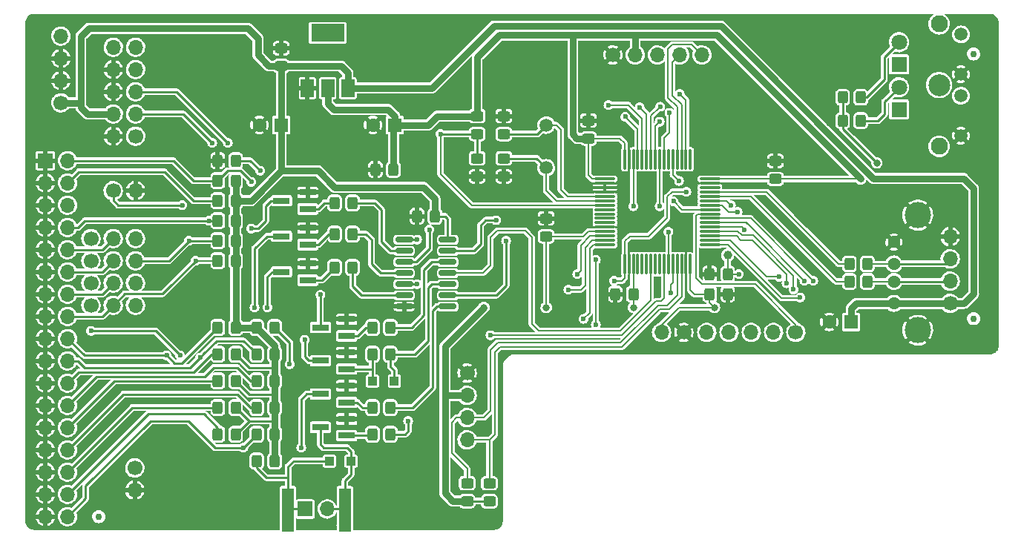
<source format=gbr>
G04 #@! TF.GenerationSoftware,KiCad,Pcbnew,(6.0.9)*
G04 #@! TF.CreationDate,2022-12-15T10:14:16-07:00*
G04 #@! TF.ProjectId,OpenFlops,4f70656e-466c-46f7-9073-2e6b69636164,1*
G04 #@! TF.SameCoordinates,PX6312cb0PY6bcb370*
G04 #@! TF.FileFunction,Copper,L1,Top*
G04 #@! TF.FilePolarity,Positive*
%FSLAX46Y46*%
G04 Gerber Fmt 4.6, Leading zero omitted, Abs format (unit mm)*
G04 Created by KiCad (PCBNEW (6.0.9)) date 2022-12-15 10:14:16*
%MOMM*%
%LPD*%
G01*
G04 APERTURE LIST*
G04 Aperture macros list*
%AMRoundRect*
0 Rectangle with rounded corners*
0 $1 Rounding radius*
0 $2 $3 $4 $5 $6 $7 $8 $9 X,Y pos of 4 corners*
0 Add a 4 corners polygon primitive as box body*
4,1,4,$2,$3,$4,$5,$6,$7,$8,$9,$2,$3,0*
0 Add four circle primitives for the rounded corners*
1,1,$1+$1,$2,$3*
1,1,$1+$1,$4,$5*
1,1,$1+$1,$6,$7*
1,1,$1+$1,$8,$9*
0 Add four rect primitives between the rounded corners*
20,1,$1+$1,$2,$3,$4,$5,0*
20,1,$1+$1,$4,$5,$6,$7,0*
20,1,$1+$1,$6,$7,$8,$9,0*
20,1,$1+$1,$8,$9,$2,$3,0*%
G04 Aperture macros list end*
G04 #@! TA.AperFunction,ComponentPad*
%ADD10C,1.700000*%
G04 #@! TD*
G04 #@! TA.AperFunction,ComponentPad*
%ADD11O,1.700000X1.700000*%
G04 #@! TD*
G04 #@! TA.AperFunction,SMDPad,CuDef*
%ADD12RoundRect,0.250000X0.450000X-0.325000X0.450000X0.325000X-0.450000X0.325000X-0.450000X-0.325000X0*%
G04 #@! TD*
G04 #@! TA.AperFunction,SMDPad,CuDef*
%ADD13RoundRect,0.250000X-0.450000X0.325000X-0.450000X-0.325000X0.450000X-0.325000X0.450000X0.325000X0*%
G04 #@! TD*
G04 #@! TA.AperFunction,SMDPad,CuDef*
%ADD14RoundRect,0.250000X0.325000X0.450000X-0.325000X0.450000X-0.325000X-0.450000X0.325000X-0.450000X0*%
G04 #@! TD*
G04 #@! TA.AperFunction,ComponentPad*
%ADD15C,1.600000*%
G04 #@! TD*
G04 #@! TA.AperFunction,ComponentPad*
%ADD16R,1.600000X1.600000*%
G04 #@! TD*
G04 #@! TA.AperFunction,ComponentPad*
%ADD17C,1.800000*%
G04 #@! TD*
G04 #@! TA.AperFunction,ComponentPad*
%ADD18R,1.800000X1.800000*%
G04 #@! TD*
G04 #@! TA.AperFunction,ComponentPad*
%ADD19R,1.700000X1.700000*%
G04 #@! TD*
G04 #@! TA.AperFunction,SMDPad,CuDef*
%ADD20RoundRect,0.250000X-0.325000X-0.450000X0.325000X-0.450000X0.325000X0.450000X-0.325000X0.450000X0*%
G04 #@! TD*
G04 #@! TA.AperFunction,SMDPad,CuDef*
%ADD21RoundRect,0.150000X-0.825000X-0.150000X0.825000X-0.150000X0.825000X0.150000X-0.825000X0.150000X0*%
G04 #@! TD*
G04 #@! TA.AperFunction,SMDPad,CuDef*
%ADD22R,1.500000X2.000000*%
G04 #@! TD*
G04 #@! TA.AperFunction,SMDPad,CuDef*
%ADD23R,3.800000X2.000000*%
G04 #@! TD*
G04 #@! TA.AperFunction,ComponentPad*
%ADD24C,1.500000*%
G04 #@! TD*
G04 #@! TA.AperFunction,ComponentPad*
%ADD25C,3.000000*%
G04 #@! TD*
G04 #@! TA.AperFunction,ComponentPad*
%ADD26C,1.428000*%
G04 #@! TD*
G04 #@! TA.AperFunction,ComponentPad*
%ADD27C,1.508000*%
G04 #@! TD*
G04 #@! TA.AperFunction,ComponentPad*
%ADD28C,1.950000*%
G04 #@! TD*
G04 #@! TA.AperFunction,ComponentPad*
%ADD29C,2.500000*%
G04 #@! TD*
G04 #@! TA.AperFunction,ComponentPad*
%ADD30C,5.000000*%
G04 #@! TD*
G04 #@! TA.AperFunction,SMDPad,CuDef*
%ADD31R,1.400000X5.000000*%
G04 #@! TD*
G04 #@! TA.AperFunction,ComponentPad*
%ADD32C,1.400000*%
G04 #@! TD*
G04 #@! TA.AperFunction,SMDPad,CuDef*
%ADD33R,1.900000X0.800000*%
G04 #@! TD*
G04 #@! TA.AperFunction,SMDPad,CuDef*
%ADD34R,1.000000X1.000000*%
G04 #@! TD*
G04 #@! TA.AperFunction,SMDPad,CuDef*
%ADD35RoundRect,0.075000X-0.075000X-1.075000X0.075000X-1.075000X0.075000X1.075000X-0.075000X1.075000X0*%
G04 #@! TD*
G04 #@! TA.AperFunction,SMDPad,CuDef*
%ADD36RoundRect,0.075000X-1.075000X-0.075000X1.075000X-0.075000X1.075000X0.075000X-1.075000X0.075000X0*%
G04 #@! TD*
G04 #@! TA.AperFunction,SMDPad,CuDef*
%ADD37C,1.000000*%
G04 #@! TD*
G04 #@! TA.AperFunction,SMDPad,CuDef*
%ADD38C,0.750000*%
G04 #@! TD*
G04 #@! TA.AperFunction,ViaPad*
%ADD39C,0.600000*%
G04 #@! TD*
G04 #@! TA.AperFunction,ViaPad*
%ADD40C,0.800000*%
G04 #@! TD*
G04 #@! TA.AperFunction,ViaPad*
%ADD41C,0.700000*%
G04 #@! TD*
G04 #@! TA.AperFunction,Conductor*
%ADD42C,0.200000*%
G04 #@! TD*
G04 #@! TA.AperFunction,Conductor*
%ADD43C,0.250000*%
G04 #@! TD*
G04 #@! TA.AperFunction,Conductor*
%ADD44C,0.750000*%
G04 #@! TD*
G04 APERTURE END LIST*
D10*
X4114000Y5555000D03*
D11*
X4114000Y3015000D03*
D12*
X46228000Y45729000D03*
X46228000Y43679000D03*
D13*
X43180000Y38853000D03*
X43180000Y40903000D03*
X46228000Y38853000D03*
X46228000Y40903000D03*
D12*
X55880000Y45221000D03*
X55880000Y43171000D03*
X77216000Y40598000D03*
X77216000Y38548000D03*
D14*
X58954000Y25400000D03*
X61004000Y25400000D03*
D12*
X51054000Y34045000D03*
X51054000Y31995000D03*
D15*
X31282000Y44704000D03*
D16*
X33782000Y44704000D03*
D14*
X31574620Y39624000D03*
X33624620Y39624000D03*
D15*
X18328000Y44704000D03*
D16*
X20828000Y44704000D03*
D14*
X36313000Y34290000D03*
X38363000Y34290000D03*
D12*
X20828000Y53494000D03*
X20828000Y51444000D03*
D17*
X91313000Y54168000D03*
D18*
X91313000Y51628000D03*
D11*
X-3556000Y0D03*
X-6096000Y0D03*
X-3556000Y2540000D03*
X-6096000Y2540000D03*
X-3556000Y5080000D03*
X-6096000Y5080000D03*
X-3556000Y7620000D03*
X-6096000Y7620000D03*
X-3556000Y10160000D03*
X-6096000Y10160000D03*
X-3556000Y12700000D03*
X-6096000Y12700000D03*
X-3556000Y15240000D03*
X-6096000Y15240000D03*
X-3556000Y17780000D03*
X-6096000Y17780000D03*
X-3556000Y20320000D03*
X-6096000Y20320000D03*
X-3556000Y22860000D03*
X-6096000Y22860000D03*
X-3556000Y25400000D03*
X-6096000Y25400000D03*
X-3556000Y27940000D03*
X-6096000Y27940000D03*
X-3556000Y30480000D03*
X-6096000Y30480000D03*
X-3556000Y33020000D03*
X-6096000Y33020000D03*
X-3556000Y35560000D03*
X-6096000Y35560000D03*
X-3556000Y38100000D03*
X-6096000Y38100000D03*
X-3556000Y40640000D03*
D19*
X-6096000Y40640000D03*
D14*
X13580000Y38354000D03*
X15630000Y38354000D03*
X13580000Y36068000D03*
X15630000Y36068000D03*
X13580000Y33782000D03*
X15630000Y33782000D03*
X18025000Y21590000D03*
X20075000Y21590000D03*
X13580000Y21590000D03*
X15630000Y21590000D03*
X18025000Y18542000D03*
X20075000Y18542000D03*
X13580000Y18542000D03*
X15630000Y18542000D03*
X18025000Y15494000D03*
X20075000Y15494000D03*
X13580000Y15494000D03*
X15630000Y15494000D03*
X18025000Y12446000D03*
X20075000Y12446000D03*
X13580000Y12446000D03*
X15630000Y12446000D03*
X13580000Y9398000D03*
X15630000Y9398000D03*
X18025000Y9398000D03*
X20075000Y9398000D03*
X85652500Y28847000D03*
X87702500Y28847000D03*
X85652500Y26847000D03*
X87702500Y26847000D03*
D13*
X43180000Y43679000D03*
X43180000Y45729000D03*
D14*
X84890500Y47879000D03*
X86940500Y47879000D03*
D20*
X28965000Y35814000D03*
X26915000Y35814000D03*
X28965000Y32258000D03*
X26915000Y32258000D03*
X28965000Y28448000D03*
X26915000Y28448000D03*
X33283000Y12446000D03*
X31233000Y12446000D03*
X33283000Y18542000D03*
X31233000Y18542000D03*
X33283000Y21590000D03*
X31233000Y21590000D03*
D21*
X39813000Y31623000D03*
X39813000Y30353000D03*
X39813000Y29083000D03*
X39813000Y27813000D03*
X39813000Y26543000D03*
X39813000Y25273000D03*
X39813000Y24003000D03*
X34863000Y24003000D03*
X34863000Y25273000D03*
X34863000Y26543000D03*
X34863000Y27813000D03*
X34863000Y29083000D03*
X34863000Y30353000D03*
X34863000Y31623000D03*
D22*
X28422620Y48920000D03*
X26122620Y48920000D03*
D23*
X26122620Y55220000D03*
D22*
X23822620Y48920000D03*
D24*
X51054000Y39824000D03*
X51054000Y44704000D03*
D15*
X83352000Y22225000D03*
D16*
X85852000Y22225000D03*
D14*
X13580000Y40640000D03*
X15630000Y40640000D03*
D25*
X93451500Y21277000D03*
X93451500Y34417000D03*
D26*
X90741500Y31347000D03*
X90741500Y28847000D03*
X90741500Y26847000D03*
X90741500Y24347000D03*
D27*
X98385000Y55051000D03*
X98385000Y50501000D03*
D28*
X95885000Y56276000D03*
D29*
X95885000Y49276000D03*
D27*
X98385000Y48051000D03*
X98385000Y43501000D03*
D28*
X95885000Y42276000D03*
X95885000Y49276000D03*
D30*
X14605000Y52387500D03*
X35687000Y52387500D03*
X14605000Y2667000D03*
X35687000Y2667000D03*
X85471000Y52387500D03*
D17*
X91313000Y49022000D03*
D18*
X91313000Y46482000D03*
D14*
X13580000Y29210000D03*
X15630000Y29210000D03*
D20*
X15630000Y31496000D03*
X13580000Y31496000D03*
D12*
X42037000Y3819000D03*
X42037000Y1769000D03*
X44577000Y3810000D03*
X44577000Y1760000D03*
D20*
X33283000Y9398000D03*
X31233000Y9398000D03*
X20075000Y6350000D03*
X18025000Y6350000D03*
D14*
X84890500Y45212000D03*
X86940500Y45212000D03*
D31*
X28090000Y734000D03*
D32*
X28090000Y-1016000D03*
D31*
X21590000Y734000D03*
D32*
X21590000Y-1016000D03*
D33*
X25297000Y10198000D03*
X28297000Y11148000D03*
X28297000Y9248000D03*
D11*
X68834000Y52705000D03*
X66294000Y52705000D03*
X63754000Y52705000D03*
X61214000Y52705000D03*
D10*
X58674000Y52705000D03*
D11*
X42037000Y8763000D03*
X42037000Y11303000D03*
X42037000Y13843000D03*
D10*
X42037000Y16383000D03*
D20*
X71764000Y25400000D03*
X69714000Y25400000D03*
D33*
X20852000Y36068000D03*
X23852000Y37018000D03*
X23852000Y35118000D03*
X20852000Y32004000D03*
X23852000Y32954000D03*
X23852000Y31054000D03*
X20852000Y27940000D03*
X23852000Y28890000D03*
X23852000Y26990000D03*
X25297000Y13995334D03*
X28297000Y14945334D03*
X28297000Y13045334D03*
X25297000Y17792667D03*
X28297000Y18742667D03*
X28297000Y16842667D03*
X25297000Y21590000D03*
X28297000Y22540000D03*
X28297000Y20640000D03*
D34*
X31233000Y15494000D03*
X33733000Y15494000D03*
X28797000Y6350000D03*
X26297000Y6350000D03*
D11*
X97155000Y31967000D03*
X97155000Y29427000D03*
X97155000Y26887000D03*
D10*
X97155000Y24347000D03*
D11*
X4191000Y31750000D03*
X1651000Y31750000D03*
D10*
X-889000Y31750000D03*
D11*
X4191000Y29210000D03*
X1651000Y29210000D03*
D10*
X-889000Y29210000D03*
D11*
X4191000Y26670000D03*
X1651000Y26670000D03*
D10*
X-889000Y26670000D03*
D11*
X4191000Y24130000D03*
X1651000Y24130000D03*
D10*
X-889000Y24130000D03*
D11*
X-4318000Y54864000D03*
X-4318000Y52324000D03*
X-4318000Y49784000D03*
D10*
X-4318000Y47244000D03*
D11*
X1661000Y53594000D03*
X4201000Y53594000D03*
X1661000Y51054000D03*
X4201000Y51054000D03*
X1661000Y48514000D03*
X4201000Y48514000D03*
X1661000Y45974000D03*
X4201000Y45974000D03*
X1661000Y43434000D03*
D10*
X4201000Y43434000D03*
D11*
X4191000Y37211000D03*
D10*
X1651000Y37211000D03*
D11*
X26080000Y859000D03*
D19*
X23540000Y859000D03*
D35*
X60004000Y40798000D03*
X60504000Y40798000D03*
X61004000Y40798000D03*
X61504000Y40798000D03*
X62004000Y40798000D03*
X62504000Y40798000D03*
X63004000Y40798000D03*
X63504000Y40798000D03*
X64004000Y40798000D03*
X64504000Y40798000D03*
X65004000Y40798000D03*
X65504000Y40798000D03*
X66004000Y40798000D03*
X66504000Y40798000D03*
X67004000Y40798000D03*
X67504000Y40798000D03*
D36*
X69754000Y38548000D03*
X69754000Y38048000D03*
X69754000Y37548000D03*
X69754000Y37048000D03*
X69754000Y36548000D03*
X69754000Y36048000D03*
X69754000Y35548000D03*
X69754000Y35048000D03*
X69754000Y34548000D03*
X69754000Y34048000D03*
X69754000Y33548000D03*
X69754000Y33048000D03*
X69754000Y32548000D03*
X69754000Y32048000D03*
X69754000Y31548000D03*
X69754000Y31048000D03*
D35*
X67504000Y28798000D03*
X67004000Y28798000D03*
X66504000Y28798000D03*
X66004000Y28798000D03*
X65504000Y28798000D03*
X65004000Y28798000D03*
X64504000Y28798000D03*
X64004000Y28798000D03*
X63504000Y28798000D03*
X63004000Y28798000D03*
X62504000Y28798000D03*
X62004000Y28798000D03*
X61504000Y28798000D03*
X61004000Y28798000D03*
X60504000Y28798000D03*
X60004000Y28798000D03*
D36*
X57754000Y31048000D03*
X57754000Y31548000D03*
X57754000Y32048000D03*
X57754000Y32548000D03*
X57754000Y33048000D03*
X57754000Y33548000D03*
X57754000Y34048000D03*
X57754000Y34548000D03*
X57754000Y35048000D03*
X57754000Y35548000D03*
X57754000Y36048000D03*
X57754000Y36548000D03*
X57754000Y37048000D03*
X57754000Y37548000D03*
X57754000Y38048000D03*
X57754000Y38548000D03*
D20*
X71764000Y27686000D03*
X69714000Y27686000D03*
D37*
X71755000Y29845000D03*
D38*
X0Y0D03*
X99822000Y52832000D03*
X99822000Y22606000D03*
D10*
X79539000Y21030000D03*
D11*
X76999000Y21030000D03*
X74459000Y21030000D03*
X71919000Y21030000D03*
X69379000Y21030000D03*
X64224000Y21030000D03*
D10*
X66764000Y21030000D03*
D39*
X56714000Y21930000D03*
X56714000Y29330000D03*
X66214000Y38330000D03*
D40*
X21844000Y10922000D03*
X14605000Y10922000D03*
X32258000Y10922000D03*
X32258000Y13970000D03*
X37592000Y10922000D03*
X41275000Y38354000D03*
X35687000Y47244000D03*
X41275000Y49403000D03*
X46228000Y49403000D03*
X55880000Y46863000D03*
D41*
X60769500Y42672000D03*
D40*
X49276000Y42291000D03*
X44703999Y36957000D03*
X53340000Y34045000D03*
X52324000Y30226000D03*
X53594000Y22415500D03*
X58014000Y22530000D03*
X74930000Y34798000D03*
X81280000Y36068000D03*
X74549000Y40132000D03*
X84201000Y33337500D03*
X91313000Y43501000D03*
X74549000Y46101000D03*
X69088000Y46101000D03*
X13462000Y23495000D03*
X9398000Y23495000D03*
X32258000Y20066000D03*
X25273000Y20066000D03*
X27305000Y26035000D03*
X13462000Y27305000D03*
X20828000Y29337000D03*
X27940000Y30296194D03*
X20852000Y37465000D03*
X12636500Y37211000D03*
X12636500Y34925000D03*
X8509000Y39497000D03*
X8509000Y36830000D03*
X8509000Y34671000D03*
X9144000Y31750000D03*
X60071000Y33048000D03*
X62357000Y30988000D03*
X67004000Y30988000D03*
X62357000Y38227000D03*
X64914000Y38227000D03*
X58547000Y40132000D03*
X69088000Y40132000D03*
X32639000Y26543000D03*
X32639000Y29083000D03*
X34290000Y34290000D03*
X27940000Y34163000D03*
X41275000Y34290000D03*
X42545000Y31750000D03*
X38163500Y29908500D03*
X38163500Y28130500D03*
X34861500Y22415500D03*
X46609000Y22415500D03*
X47498000Y29083000D03*
X-889000Y19558000D03*
X-762000Y35560000D03*
X17780000Y34925000D03*
X24839999Y-1016000D03*
X24839999Y2921000D03*
X45339000Y27813000D03*
D41*
X12636500Y32639000D03*
D40*
X9652000Y29337000D03*
X6096000Y27940000D03*
X6096000Y30480000D03*
X2921000Y22733000D03*
D41*
X12636500Y30353000D03*
D40*
X55753000Y37465000D03*
X69088000Y29464000D03*
X58547000Y29464000D03*
X65864000Y34280000D03*
X62357000Y33020000D03*
X43307000Y5207000D03*
X44069000Y10033000D03*
X40894000Y5207000D03*
X76136500Y36004500D03*
X78676500Y33464500D03*
X81470500Y30670500D03*
X77343000Y37211000D03*
D41*
X63754000Y25527000D03*
D40*
X52314990Y46863000D03*
X20852000Y33401000D03*
X62357000Y35433000D03*
X16827500Y30289500D03*
X80264000Y29464000D03*
X77470000Y32258000D03*
X21082000Y23495000D03*
D39*
X38989000Y43679000D03*
D40*
X61004000Y23876000D03*
X51054000Y23876000D03*
X43942000Y23876000D03*
X88773000Y40386000D03*
X86931500Y38544500D03*
X70260000Y23876000D03*
D39*
X9271000Y18415000D03*
X21780500Y17399000D03*
X54610000Y27686000D03*
X-889000Y21209000D03*
X17399000Y38227000D03*
X25297000Y25340000D03*
X17399000Y32893000D03*
X12573000Y33782000D03*
X66294000Y48260000D03*
X11049000Y29210000D03*
X61004000Y35433000D03*
X17780000Y23876000D03*
X65590000Y36006000D03*
X44704000Y20701000D03*
X7747000Y18415000D03*
X11557000Y18161000D03*
X53594000Y25908000D03*
X19240500Y23876000D03*
X23495000Y20193000D03*
X64004000Y35433000D03*
X23114000Y7874000D03*
X16501000Y7874000D03*
X12954000Y42672000D03*
X72136000Y35560000D03*
X72898000Y34798000D03*
X14732000Y42672000D03*
X58166000Y46990000D03*
X18415000Y39497000D03*
X73660000Y32766000D03*
X35306000Y10922000D03*
X55314000Y22580000D03*
X9525000Y35560000D03*
X65004000Y32512000D03*
X60086010Y45665873D03*
X36322000Y31623000D03*
X37719000Y32766000D03*
X64071500Y46799500D03*
X64008000Y45085000D03*
X36322000Y26543000D03*
X45339000Y33845500D03*
X61722000Y46736000D03*
X67056000Y37084000D03*
X58801000Y26924000D03*
X10287000Y31496000D03*
X65278000Y25527000D03*
X73025000Y27686000D03*
X80518000Y26924000D03*
X81534000Y26924000D03*
X65114000Y46101000D03*
X46482000Y31496000D03*
X77654000Y27380000D03*
X78474000Y26640000D03*
X79276500Y25927500D03*
X80044000Y25020000D03*
D42*
X66548000Y35048000D02*
X69754000Y35048000D01*
X65590000Y36006000D02*
X66548000Y35048000D01*
X60004000Y31429000D02*
X60004000Y29123000D01*
X62738000Y32004000D02*
X60579000Y32004000D01*
X64864000Y34130000D02*
X62738000Y32004000D01*
X64864000Y36530000D02*
X64864000Y34130000D01*
X60579000Y32004000D02*
X60004000Y31429000D01*
X65418000Y37084000D02*
X64864000Y36530000D01*
X67056000Y37084000D02*
X65418000Y37084000D01*
D43*
X13270000Y7874000D02*
X16501000Y7874000D01*
X10214000Y10930000D02*
X13270000Y7874000D01*
X-1486000Y3530000D02*
X5914000Y10930000D01*
X5914000Y10930000D02*
X10214000Y10930000D01*
X-1486000Y2070000D02*
X-1486000Y3530000D01*
X-3556000Y0D02*
X-1486000Y2070000D01*
X12014000Y11730000D02*
X13580000Y10164000D01*
X5634000Y11730000D02*
X12014000Y11730000D01*
X13580000Y10164000D02*
X13580000Y9398000D01*
X-3556000Y2540000D02*
X5634000Y11730000D01*
D42*
X56714000Y29330000D02*
X56714000Y21930000D01*
X65504000Y39040000D02*
X66214000Y38330000D01*
X65504000Y40798000D02*
X65504000Y39040000D01*
X69714000Y24422000D02*
X70260000Y23876000D01*
X69714000Y25908000D02*
X69714000Y24422000D01*
X64224000Y21930000D02*
X64224000Y21030000D01*
X70260000Y23876000D02*
X66170000Y23876000D01*
X66170000Y23876000D02*
X64224000Y21930000D01*
X64504000Y43192000D02*
X64504000Y40473000D01*
X65114000Y43802000D02*
X64504000Y43192000D01*
X65114000Y46101000D02*
X65114000Y43802000D01*
X79539000Y21930000D02*
X79539000Y21030000D01*
X67004000Y40473000D02*
X67004000Y46938000D01*
X67004000Y47550000D02*
X67004000Y46938000D01*
X66294000Y48260000D02*
X67004000Y47550000D01*
X66504000Y40473000D02*
X66504000Y47034000D01*
X65444001Y48093999D02*
X65444001Y51855001D01*
X65444001Y51855001D02*
X66294000Y52705000D01*
X66504000Y47034000D02*
X65444001Y48093999D01*
X66004000Y40473000D02*
X66004000Y46772000D01*
X65462001Y53905001D02*
X67633999Y53905001D01*
X64966999Y53409999D02*
X65462001Y53905001D01*
X66004000Y46772000D02*
X64954001Y47821999D01*
X64954001Y47821999D02*
X64954001Y53409999D01*
X67633999Y53905001D02*
X68008500Y53530500D01*
X64954001Y53409999D02*
X64966999Y53409999D01*
X68008500Y53530500D02*
X68834000Y52705000D01*
X53495000Y36548000D02*
X56416000Y36548000D01*
X52197000Y44704000D02*
X52705000Y44196000D01*
X56416000Y36548000D02*
X58079000Y36548000D01*
D43*
X50029000Y43679000D02*
X51054000Y44704000D01*
X46228000Y43679000D02*
X50029000Y43679000D01*
D42*
X52705000Y37338000D02*
X53495000Y36548000D01*
X52705000Y44196000D02*
X52705000Y37338000D01*
X51054000Y44704000D02*
X52197000Y44704000D01*
D43*
X38989000Y43679000D02*
X43180000Y43679000D01*
D42*
X38989000Y39116000D02*
X38989000Y43688000D01*
X58079000Y35548000D02*
X42557000Y35548000D01*
D43*
X43180000Y43679000D02*
X43180000Y40903000D01*
D42*
X42557000Y35548000D02*
X38989000Y39116000D01*
X52217000Y36048000D02*
X55011000Y36048000D01*
D43*
X49975000Y40903000D02*
X51054000Y39824000D01*
D42*
X55011000Y36048000D02*
X58079000Y36048000D01*
X51054000Y37211000D02*
X52217000Y36048000D01*
D43*
X46228000Y40903000D02*
X49975000Y40903000D01*
D42*
X51054000Y39824000D02*
X51054000Y37211000D01*
X55844000Y32548000D02*
X58079000Y32548000D01*
X86169500Y38544500D02*
X86931500Y38544500D01*
D44*
X26810620Y46482000D02*
X33020000Y46482000D01*
D43*
X84890500Y45212000D02*
X84890500Y46012000D01*
D44*
X54102000Y43624500D02*
X54555500Y43171000D01*
X54102000Y54982000D02*
X54102000Y43624500D01*
X45040000Y54356000D02*
X45675000Y54991000D01*
X39497000Y3429000D02*
X39497000Y2667000D01*
D42*
X61004000Y23876000D02*
X61004000Y25781000D01*
D44*
X43180000Y45729000D02*
X43180000Y52496000D01*
D42*
X55880000Y43171000D02*
X55880000Y38989000D01*
D44*
X53975000Y54991000D02*
X54737000Y54991000D01*
D42*
X59445000Y43171000D02*
X60004000Y42612000D01*
X51054000Y31995000D02*
X51054000Y23876000D01*
X60004000Y42612000D02*
X60004000Y40798000D01*
D44*
X53340000Y54991000D02*
X53975000Y54991000D01*
D42*
X56642000Y43171000D02*
X59445000Y43171000D01*
D44*
X26122620Y48920000D02*
X26122620Y47170000D01*
X26122620Y48920000D02*
X26122620Y48344998D01*
D43*
X84890500Y44268500D02*
X88773000Y40386000D01*
D44*
X54737000Y54991000D02*
X61214000Y54991000D01*
X33624620Y44800620D02*
X33782000Y44958000D01*
D42*
X61004000Y29123000D02*
X61004000Y25781000D01*
D43*
X42037000Y1769000D02*
X44447593Y1769000D01*
D44*
X53975000Y54991000D02*
X53984000Y54982000D01*
X61214000Y54991000D02*
X70485000Y54991000D01*
X43942000Y23876000D02*
X39497000Y19431000D01*
D42*
X51054000Y31995000D02*
X55291000Y31995000D01*
D44*
X39497000Y2667000D02*
X40395000Y1769000D01*
D42*
X86166000Y38548000D02*
X86169500Y38544500D01*
X69429000Y38548000D02*
X77317000Y38548000D01*
X77216000Y38548000D02*
X86166000Y38548000D01*
X67945000Y25400000D02*
X69714000Y25400000D01*
D44*
X39497000Y19431000D02*
X39497000Y14605000D01*
D42*
X67504000Y29123000D02*
X67504000Y25841000D01*
D44*
X33782000Y44704000D02*
X37592000Y44704000D01*
D42*
X55291000Y31995000D02*
X55844000Y32548000D01*
X67504000Y25841000D02*
X67945000Y25400000D01*
D44*
X39497000Y14605000D02*
X39497000Y13843000D01*
X33624620Y39624000D02*
X33624620Y44800620D01*
X39497000Y13843000D02*
X39497000Y4191000D01*
D43*
X84890500Y46012000D02*
X84890500Y47879000D01*
D42*
X55880000Y38989000D02*
X56321000Y38548000D01*
D44*
X40395000Y1769000D02*
X42037000Y1769000D01*
X38617000Y45729000D02*
X43180000Y45729000D01*
X43180000Y52496000D02*
X45040000Y54356000D01*
X26122620Y47170000D02*
X26810620Y46482000D01*
X39497000Y13843000D02*
X42037000Y13843000D01*
X33782000Y45720000D02*
X33782000Y44958000D01*
X61214000Y54991000D02*
X61214000Y52705000D01*
X70485000Y54991000D02*
X86931500Y38544500D01*
X39497000Y4191000D02*
X39497000Y3429000D01*
X54555500Y43171000D02*
X55626000Y43171000D01*
X37592000Y44704000D02*
X38617000Y45729000D01*
D42*
X56642000Y43171000D02*
X55880000Y43171000D01*
D44*
X45675000Y54991000D02*
X53340000Y54991000D01*
X33020000Y46482000D02*
X33782000Y45720000D01*
D42*
X56321000Y38548000D02*
X57754000Y38548000D01*
D43*
X84890500Y45212000D02*
X84890500Y44268500D01*
X20075000Y10913000D02*
X17163000Y10913000D01*
D44*
X20075000Y15494000D02*
X20075000Y17009000D01*
X20075000Y12446000D02*
X20075000Y13979000D01*
X85852000Y22225000D02*
X85852000Y23775000D01*
X88392000Y38608000D02*
X70993000Y56007000D01*
X98679000Y38608000D02*
X88392000Y38608000D01*
X20075000Y13979000D02*
X20075000Y15494000D01*
X-2032000Y47244000D02*
X-2032000Y54864000D01*
X18025000Y21590000D02*
X15630000Y21590000D01*
X18165500Y54614500D02*
X18165500Y52700500D01*
X45085000Y56007000D02*
X37998000Y48920000D01*
D43*
X17163000Y10913000D02*
X15630000Y12446000D01*
D44*
X27648620Y51444000D02*
X28422620Y50670000D01*
D43*
X39813000Y31623000D02*
X39813000Y33974000D01*
D44*
X17399000Y36068000D02*
X20828000Y39497000D01*
X70993000Y56007000D02*
X45085000Y56007000D01*
X38363000Y36313000D02*
X38363000Y34290000D01*
X15630000Y29600000D02*
X15630000Y33782000D01*
X20828000Y39497000D02*
X20828000Y44704000D01*
X99822000Y25414000D02*
X99822000Y37465000D01*
X-1143000Y55753000D02*
X17027000Y55753000D01*
X17027000Y55753000D02*
X18165500Y54614500D01*
X20075000Y9398000D02*
X20075000Y10913000D01*
X90741500Y24347000D02*
X86424000Y24347000D01*
X20828000Y51444000D02*
X27648620Y51444000D01*
D43*
X17163000Y17009000D02*
X15630000Y18542000D01*
D44*
X-2032000Y54864000D02*
X-1143000Y55753000D01*
X98755000Y24347000D02*
X99822000Y25414000D01*
X-2032000Y46736000D02*
X-1270000Y45974000D01*
X18165500Y52700500D02*
X19422000Y51444000D01*
X20828000Y51444000D02*
X20828000Y44704000D01*
X20075000Y18542000D02*
X20075000Y19540000D01*
X86424000Y24347000D02*
X85852000Y23775000D01*
X20075000Y9398000D02*
X20075000Y6350000D01*
X-2032000Y47244000D02*
X-2032000Y46736000D01*
X-1270000Y45974000D02*
X1661000Y45974000D01*
D43*
X17145000Y13979000D02*
X15630000Y15494000D01*
X20075000Y13979000D02*
X17145000Y13979000D01*
D44*
X37998000Y48920000D02*
X28422620Y48920000D01*
X97155000Y24347000D02*
X98755000Y24347000D01*
X20075000Y19540000D02*
X18025000Y21590000D01*
X25019000Y39497000D02*
X26924000Y37592000D01*
X20828000Y39497000D02*
X25019000Y39497000D01*
X15630000Y36068000D02*
X15630000Y33782000D01*
X15630000Y29210000D02*
X15630000Y21590000D01*
D43*
X39813000Y33974000D02*
X39497000Y34290000D01*
D44*
X28422620Y50670000D02*
X28422620Y48920000D01*
D43*
X20075000Y17009000D02*
X17163000Y17009000D01*
D44*
X37084000Y37592000D02*
X38363000Y36313000D01*
X99822000Y37465000D02*
X98679000Y38608000D01*
X26924000Y37592000D02*
X37084000Y37592000D01*
X20075000Y10913000D02*
X20075000Y12446000D01*
D43*
X17145000Y10913000D02*
X15630000Y9398000D01*
D44*
X20075000Y17009000D02*
X20075000Y18542000D01*
D43*
X38363000Y34290000D02*
X39497000Y34290000D01*
D44*
X19422000Y51444000D02*
X20828000Y51444000D01*
X15630000Y36068000D02*
X17399000Y36068000D01*
X-2032000Y47244000D02*
X-4318000Y47244000D01*
D43*
X17163000Y10913000D02*
X17145000Y10913000D01*
D44*
X15630000Y38354000D02*
X15630000Y36068000D01*
X97245000Y24347000D02*
X90741500Y24347000D01*
D43*
X39813000Y26543000D02*
X37973000Y26543000D01*
X33733000Y16686000D02*
X33733000Y15494000D01*
X37592000Y26162000D02*
X37973000Y26543000D01*
X33283000Y18542000D02*
X33283000Y17136000D01*
X33283000Y18542000D02*
X36068000Y18542000D01*
X36068000Y18542000D02*
X37592000Y20066000D01*
X37592000Y20066000D02*
X37592000Y26162000D01*
X33283000Y17136000D02*
X33733000Y16686000D01*
X31233000Y18542000D02*
X31233000Y16773000D01*
X31233000Y16773000D02*
X31233000Y15494000D01*
X31163333Y16842667D02*
X28297000Y16842667D01*
X31233000Y16773000D02*
X31163333Y16842667D01*
D42*
X59549500Y19875500D02*
X45529500Y19875500D01*
X40834919Y11303000D02*
X40259000Y10727081D01*
X42037000Y5461000D02*
X42037000Y3819000D01*
X40259000Y7239000D02*
X42037000Y5461000D01*
X45529500Y19875500D02*
X44704000Y19050000D01*
X40259000Y10727081D02*
X40259000Y7239000D01*
X44704000Y19050000D02*
X44704000Y12065000D01*
X63794000Y24120000D02*
X59549500Y19875500D01*
X66004000Y29123000D02*
X66004000Y25270000D01*
X42037000Y11303000D02*
X40834919Y11303000D01*
X66004000Y25270000D02*
X64854000Y24120000D01*
X44704000Y12065000D02*
X43942000Y11303000D01*
X64854000Y24120000D02*
X63794000Y24120000D01*
X43942000Y11303000D02*
X42037000Y11303000D01*
X44577000Y3810000D02*
X44577000Y8763000D01*
X45212000Y9398000D02*
X45212000Y18796000D01*
X44577000Y8763000D02*
X42037000Y8763000D01*
X59681500Y19367500D02*
X63964000Y23650000D01*
X44577000Y8763000D02*
X45212000Y9398000D01*
X65074000Y23650000D02*
X66504000Y25080000D01*
X45212000Y18796000D02*
X45783500Y19367500D01*
X63964000Y23650000D02*
X65074000Y23650000D01*
X66504000Y25080000D02*
X66504000Y29123000D01*
X45783500Y19367500D02*
X59681500Y19367500D01*
X58079000Y32048000D02*
X56051000Y32048000D01*
X54991000Y30988000D02*
X54991000Y28067000D01*
D43*
X6477000Y21209000D02*
X9271000Y18415000D01*
D42*
X56051000Y32048000D02*
X54991000Y30988000D01*
D43*
X21780500Y19884500D02*
X21780500Y17399000D01*
D42*
X54991000Y28067000D02*
X54610000Y27686000D01*
D43*
X20075000Y21590000D02*
X21780500Y19884500D01*
X-889000Y21209000D02*
X6477000Y21209000D01*
X8509000Y40640000D02*
X10795000Y38354000D01*
X25297000Y25340000D02*
X25297000Y21590000D01*
X10795000Y38354000D02*
X13580000Y38354000D01*
X13580000Y38354000D02*
X14723000Y39497000D01*
X-3556000Y40640000D02*
X8509000Y40640000D01*
X16145900Y39497000D02*
X17399000Y38243900D01*
X14723000Y39497000D02*
X16145900Y39497000D01*
X-2286000Y39370000D02*
X7493000Y39370000D01*
X7493000Y39370000D02*
X10795000Y36068000D01*
X-3556000Y38100000D02*
X-2286000Y39370000D01*
X10795000Y36068000D02*
X13580000Y36068000D01*
X17399000Y32970000D02*
X17399000Y32893000D01*
X-2353919Y33020000D02*
X-1591919Y33782000D01*
X12573000Y33782000D02*
X-1270000Y33782000D01*
X20852000Y36068000D02*
X19652000Y36068000D01*
X12573000Y33782000D02*
X13580000Y33782000D01*
X21022000Y36068000D02*
X20497000Y36068000D01*
X17399000Y32893000D02*
X18161000Y32893000D01*
X18161000Y32893000D02*
X19050000Y33782000D01*
X19652000Y36068000D02*
X19050000Y35466000D01*
X-3556000Y33020000D02*
X-2353919Y33020000D01*
X-1591919Y33782000D02*
X-1270000Y33782000D01*
X19050000Y35466000D02*
X19050000Y33782000D01*
X-3556000Y30480000D02*
X381000Y30480000D01*
X381000Y30480000D02*
X1651000Y31750000D01*
X381000Y27940000D02*
X1651000Y29210000D01*
X-3556000Y27940000D02*
X381000Y27940000D01*
D42*
X13580000Y29210000D02*
X11049000Y29210000D01*
D43*
X2965999Y25444999D02*
X7283999Y25444999D01*
X7283999Y25444999D02*
X7937500Y26098500D01*
X-3556000Y22860000D02*
X381000Y22860000D01*
X11049000Y29210000D02*
X7937500Y26098500D01*
X381000Y22860000D02*
X1651000Y24130000D01*
X1651000Y24130000D02*
X2965999Y25444999D01*
X-3556000Y17780000D02*
X-2353919Y17780000D01*
X9516000Y17526000D02*
X12956628Y20966628D01*
X13580000Y18542000D02*
X12905000Y18542000D01*
X-2286000Y16510000D02*
X-3556000Y15240000D01*
X-1651000Y18415000D02*
X7747000Y18415000D01*
X9906000Y17018000D02*
X10414000Y17018000D01*
D42*
X64144000Y24570000D02*
X63554000Y24570000D01*
D43*
X13970000Y20066000D02*
X16501000Y20066000D01*
X-3556000Y20320000D02*
X-1651000Y18415000D01*
X-2353919Y17780000D02*
X-1591919Y17018000D01*
X17401628Y19165372D02*
X18025000Y18542000D01*
X16501000Y20066000D02*
X17401628Y19165372D01*
X1778000Y15494000D02*
X13580000Y15494000D01*
X17350000Y15494000D02*
X18025000Y15494000D01*
X-254000Y16002000D02*
X12065000Y16002000D01*
D42*
X63554000Y24570000D02*
X59685000Y20701000D01*
X61004000Y40473000D02*
X61004000Y35433000D01*
D43*
X12956628Y20966628D02*
X13580000Y21590000D01*
X7747000Y18415000D02*
X8636000Y17526000D01*
X11557000Y18161000D02*
X11956999Y18560999D01*
D42*
X64504000Y24930000D02*
X64144000Y24570000D01*
X55499000Y30735410D02*
X55499000Y27178000D01*
D43*
X-1591919Y17018000D02*
X9906000Y17018000D01*
X-3556000Y10160000D02*
X1778000Y15494000D01*
X11956999Y18577899D02*
X13445100Y20066000D01*
D42*
X55499000Y26416000D02*
X54991000Y25908000D01*
D43*
X15826000Y17018000D02*
X17350000Y15494000D01*
D42*
X54991000Y25908000D02*
X53594000Y25908000D01*
D43*
X19177000Y32004000D02*
X17780000Y30607000D01*
X13445100Y20066000D02*
X13970000Y20066000D01*
D42*
X56311590Y31548000D02*
X55499000Y30735410D01*
D43*
X10873000Y16510000D02*
X-2286000Y16510000D01*
D42*
X57754000Y31548000D02*
X56311590Y31548000D01*
D43*
X12065000Y16002000D02*
X13081000Y17018000D01*
X12905000Y18542000D02*
X10873000Y16510000D01*
X10414000Y17018000D02*
X11557000Y18161000D01*
X17780000Y30607000D02*
X17780000Y23876000D01*
X11956999Y18560999D02*
X11956999Y18577899D01*
D42*
X64504000Y29123000D02*
X64504000Y24930000D01*
D43*
X20497000Y32004000D02*
X19177000Y32004000D01*
X13081000Y17018000D02*
X15826000Y17018000D01*
D42*
X59685000Y20701000D02*
X44704000Y20701000D01*
X55499000Y27178000D02*
X55499000Y26416000D01*
D43*
X8636000Y17526000D02*
X9516000Y17526000D01*
X-3556000Y12700000D02*
X-254000Y16002000D01*
X15826000Y13970000D02*
X17350000Y12446000D01*
X2794000Y13970000D02*
X15826000Y13970000D01*
X19240500Y27368500D02*
X19812000Y27940000D01*
X19240500Y27368500D02*
X19240500Y23939500D01*
X-3556000Y7620000D02*
X2794000Y13970000D01*
X17350000Y12446000D02*
X18025000Y12446000D01*
X19240500Y23939500D02*
X19304000Y23876000D01*
X19812000Y27940000D02*
X21022000Y27940000D01*
X23990333Y17792667D02*
X25297000Y17792667D01*
X3810000Y12446000D02*
X13580000Y12446000D01*
X-3556000Y5080000D02*
X3810000Y12446000D01*
X23990333Y17792667D02*
X23495000Y18288000D01*
X23495000Y20193000D02*
X23495000Y18288000D01*
D42*
X64004000Y40473000D02*
X64004000Y35433000D01*
D43*
X16501000Y7874000D02*
X18025000Y9398000D01*
X23114000Y13385668D02*
X23723666Y13995334D01*
X23723666Y13995334D02*
X25297000Y13995334D01*
X23114000Y7874000D02*
X23114000Y8298264D01*
X23114000Y8298264D02*
X23114000Y9779000D01*
X23114000Y9144000D02*
X23114000Y9779000D01*
X23114000Y9779000D02*
X23114000Y13385668D01*
X9652000Y45974000D02*
X4201000Y45974000D01*
D42*
X69429000Y36048000D02*
X71648000Y36048000D01*
D43*
X12954000Y42672000D02*
X9652000Y45974000D01*
D42*
X71648000Y36048000D02*
X72136000Y35560000D01*
X69754000Y35548000D02*
X71132000Y35548000D01*
D43*
X8890000Y48514000D02*
X4201000Y48514000D01*
X14732000Y42672000D02*
X8890000Y48514000D01*
D42*
X71132000Y35548000D02*
X71882000Y34798000D01*
X72390000Y34798000D02*
X72898000Y34798000D01*
X71882000Y34798000D02*
X72390000Y34798000D01*
X58674000Y46990000D02*
X58166000Y46990000D01*
X62004000Y45438000D02*
X60452000Y46990000D01*
X60452000Y46990000D02*
X58674000Y46990000D01*
D43*
X17272000Y40640000D02*
X18415000Y39497000D01*
D42*
X62004000Y40473000D02*
X62004000Y45438000D01*
D43*
X15630000Y40640000D02*
X17272000Y40640000D01*
D42*
X73378000Y33048000D02*
X73660000Y32766000D01*
X69429000Y33048000D02*
X71346000Y33048000D01*
X71346000Y33048000D02*
X73378000Y33048000D01*
D43*
X33283000Y9398000D02*
X34925000Y9398000D01*
D42*
X56007000Y30607000D02*
X56448000Y31048000D01*
X56448000Y31048000D02*
X57754000Y31048000D01*
X55314000Y22580000D02*
X56007000Y23273000D01*
X56007000Y23273000D02*
X56007000Y30607000D01*
D43*
X34925000Y9398000D02*
X35306000Y9779000D01*
X35306000Y9779000D02*
X35306000Y10922000D01*
D42*
X65004000Y29123000D02*
X65004000Y30754000D01*
D43*
X1651000Y37211000D02*
X1651000Y36111000D01*
D42*
X65004000Y30754000D02*
X65004000Y30861000D01*
X65004000Y30754000D02*
X65004000Y32492000D01*
X65004000Y32492000D02*
X65024000Y32512000D01*
D43*
X1651000Y36111000D02*
X2202000Y35560000D01*
X2286000Y35560000D02*
X3429000Y35560000D01*
X3429000Y35560000D02*
X9525000Y35560000D01*
X2202000Y35560000D02*
X3429000Y35560000D01*
X9480001Y35515001D02*
X9525000Y35560000D01*
X25748000Y35814000D02*
X26915000Y35814000D01*
X23852000Y35118000D02*
X25052000Y35118000D01*
X26519000Y35418000D02*
X26915000Y35814000D01*
X25052000Y35118000D02*
X25748000Y35814000D01*
X25654000Y31656000D02*
X25654000Y31672000D01*
X26240000Y32258000D02*
X26915000Y32258000D01*
X23852000Y31054000D02*
X25052000Y31054000D01*
X25052000Y31054000D02*
X25654000Y31656000D01*
X25654000Y31672000D02*
X26240000Y32258000D01*
X23852000Y26990000D02*
X25457000Y26990000D01*
X25457000Y26990000D02*
X26915000Y28448000D01*
X30096334Y12446000D02*
X31233000Y12446000D01*
X29497000Y13045334D02*
X30096334Y12446000D01*
X28297000Y13045334D02*
X29497000Y13045334D01*
X28297000Y20640000D02*
X29530000Y20640000D01*
X30480000Y21590000D02*
X31233000Y21590000D01*
X29530000Y20640000D02*
X30480000Y21590000D01*
D42*
X84437000Y28847000D02*
X85652500Y28847000D01*
X69429000Y37048000D02*
X76236000Y37048000D01*
X76236000Y37048000D02*
X84437000Y28847000D01*
X69429000Y36548000D02*
X74423000Y36548000D01*
X84124000Y26847000D02*
X85652500Y26847000D01*
X74423000Y36548000D02*
X84124000Y26847000D01*
D43*
X31496000Y35814000D02*
X30226000Y35814000D01*
X28965000Y35814000D02*
X30226000Y35814000D01*
X32258000Y31369000D02*
X32258000Y35052000D01*
X34863000Y30353000D02*
X33274000Y30353000D01*
X33274000Y30353000D02*
X32258000Y31369000D01*
X32258000Y35052000D02*
X31496000Y35814000D01*
X32131000Y27813000D02*
X34863000Y27813000D01*
X31115000Y31623000D02*
X31115000Y28956000D01*
X31115000Y28956000D02*
X31115000Y28829000D01*
X28965000Y32258000D02*
X30480000Y32258000D01*
X30480000Y32258000D02*
X31115000Y31623000D01*
X31115000Y28829000D02*
X32131000Y27813000D01*
X34863000Y25273000D02*
X29990000Y25273000D01*
X29990000Y25273000D02*
X28965000Y26298000D01*
X28965000Y28448000D02*
X28965000Y26298000D01*
X38100000Y14732000D02*
X38100000Y23495000D01*
X35814000Y12446000D02*
X38100000Y14732000D01*
X33283000Y12446000D02*
X35814000Y12446000D01*
X33283000Y12437668D02*
X33716000Y12004668D01*
X38608000Y24003000D02*
X39813000Y24003000D01*
X38100000Y23495000D02*
X38608000Y24003000D01*
X33283000Y21590000D02*
X35687000Y21590000D01*
X37084000Y28194000D02*
X37973000Y29083000D01*
X35687000Y21590000D02*
X37084000Y22987000D01*
X37084000Y22987000D02*
X37084000Y28194000D01*
X37973000Y29083000D02*
X39813000Y29083000D01*
D42*
X61504000Y40473000D02*
X61504000Y44247883D01*
D43*
X34863000Y31623000D02*
X36322000Y31623000D01*
D42*
X60386009Y45365874D02*
X60086010Y45665873D01*
X61504000Y44247883D02*
X60386009Y45365874D01*
D43*
X37719000Y30607000D02*
X37719000Y31750000D01*
D42*
X63004000Y40473000D02*
X63004000Y45732000D01*
D43*
X34863000Y29083000D02*
X36195000Y29083000D01*
X37719000Y31750000D02*
X37719000Y32766000D01*
D42*
X63004000Y45732000D02*
X64008000Y46736000D01*
X64008000Y46736000D02*
X64071500Y46799500D01*
D43*
X36195000Y29083000D02*
X37719000Y30607000D01*
D42*
X63504000Y40473000D02*
X63504000Y43946000D01*
X63504000Y44581000D02*
X64008000Y45085000D01*
D43*
X34863000Y26543000D02*
X36322000Y26543000D01*
D42*
X63504000Y43946000D02*
X63504000Y44581000D01*
X49403000Y31877000D02*
X49403000Y21971000D01*
X49403000Y21971000D02*
X50165000Y21209000D01*
X43815000Y27813000D02*
X44704000Y28702000D01*
X63004000Y24710000D02*
X63004000Y29123000D01*
X44704000Y31877000D02*
X45466000Y32639000D01*
X48641000Y32639000D02*
X49403000Y31877000D01*
X39813000Y27813000D02*
X43815000Y27813000D01*
X50165000Y21209000D02*
X59503000Y21209000D01*
X44704000Y28702000D02*
X44704000Y31877000D01*
X59503000Y21209000D02*
X63004000Y24710000D01*
X45466000Y32639000D02*
X48641000Y32639000D01*
D43*
X44132500Y33845500D02*
X43561000Y33274000D01*
X39813000Y30353000D02*
X42799000Y30353000D01*
X43561000Y33274000D02*
X43561000Y32004000D01*
X42799000Y30353000D02*
X43561000Y31115000D01*
X43561000Y31115000D02*
X43561000Y32004000D01*
D42*
X62504000Y40473000D02*
X62504000Y45740000D01*
X62504000Y45954000D02*
X61722000Y46736000D01*
X62504000Y45740000D02*
X62504000Y45954000D01*
D43*
X45339000Y33845500D02*
X44132500Y33845500D01*
X87615500Y47879000D02*
X89629000Y49892500D01*
X89629000Y49892500D02*
X89629000Y52484000D01*
X89629000Y52484000D02*
X91313000Y54168000D01*
X86940500Y47879000D02*
X87615500Y47879000D01*
X10541000Y31496000D02*
X10287000Y31496000D01*
D42*
X59690000Y26924000D02*
X58801000Y26924000D01*
D43*
X8001000Y29210000D02*
X10287000Y31496000D01*
X4191000Y29210000D02*
X8001000Y29210000D01*
D42*
X60004000Y28798000D02*
X60004000Y27238000D01*
D43*
X13580000Y31496000D02*
X10541000Y31496000D01*
D42*
X60004000Y27238000D02*
X59690000Y26924000D01*
D43*
X89662000Y47371000D02*
X89662000Y45974000D01*
X88900000Y45212000D02*
X89662000Y45974000D01*
X91313000Y49022000D02*
X89662000Y47371000D01*
X88900000Y45212000D02*
X86940500Y45212000D01*
X28297000Y9248000D02*
X31210000Y9248000D01*
X31210000Y9248000D02*
X31360000Y9398000D01*
X-3556000Y25400000D02*
X381000Y25400000D01*
X381000Y25400000D02*
X1651000Y26670000D01*
X28090000Y734000D02*
X28090000Y3787000D01*
X28797000Y4794000D02*
X28090000Y4087000D01*
X28331000Y7864000D02*
X28797000Y7398000D01*
X25664000Y7864000D02*
X28331000Y7864000D01*
X28797000Y7398000D02*
X28797000Y6350000D01*
X26080000Y859000D02*
X27965000Y859000D01*
X28090000Y4087000D02*
X28090000Y3787000D01*
X25297000Y10198000D02*
X25297000Y8231000D01*
X28090000Y3787000D02*
X28090000Y1734000D01*
X28495000Y6350000D02*
X28797000Y6350000D01*
X25297000Y8231000D02*
X25664000Y7864000D01*
X27965000Y859000D02*
X28090000Y734000D01*
X28797000Y6350000D02*
X28797000Y4794000D01*
X21715000Y859000D02*
X21590000Y734000D01*
X21590000Y734000D02*
X21590000Y4445000D01*
X24892000Y6350000D02*
X25497000Y6350000D01*
X23540000Y859000D02*
X21715000Y859000D01*
X22225000Y6350000D02*
X22860000Y6350000D01*
X22606000Y6350000D02*
X22860000Y6350000D01*
X21590000Y4445000D02*
X21590000Y5715000D01*
X22860000Y6350000D02*
X24892000Y6350000D01*
X21590000Y5715000D02*
X22225000Y6350000D01*
X18025000Y5550000D02*
X19130000Y4445000D01*
X19130000Y4445000D02*
X20701000Y4445000D01*
X18025000Y6350000D02*
X18025000Y5550000D01*
X20701000Y4445000D02*
X21590000Y4445000D01*
X23369000Y6350000D02*
X24892000Y6350000D01*
X25497000Y6350000D02*
X26297000Y6350000D01*
D42*
X87702500Y28847000D02*
X88377500Y28847000D01*
D43*
X96575000Y28847000D02*
X97155000Y29427000D01*
X90741500Y28847000D02*
X96575000Y28847000D01*
D42*
X88377500Y28847000D02*
X90741500Y28847000D01*
D43*
X90741500Y26847000D02*
X97115000Y26847000D01*
D42*
X87702500Y26847000D02*
X88377500Y26847000D01*
D43*
X97115000Y26847000D02*
X97155000Y26887000D01*
D42*
X88377500Y26847000D02*
X90741500Y26847000D01*
X65278000Y25527000D02*
X65278000Y26479500D01*
X71764000Y27686000D02*
X72439000Y27686000D01*
X72439000Y27686000D02*
X73025000Y27686000D01*
X65504000Y26705500D02*
X65504000Y26896000D01*
X65504000Y28798000D02*
X65504000Y26896000D01*
X71764000Y29845000D02*
X71764000Y27813000D01*
X65278000Y26479500D02*
X65504000Y26705500D01*
X74295000Y33147000D02*
X80518000Y26924000D01*
X73894000Y33548000D02*
X74295000Y33147000D01*
X69429000Y33548000D02*
X73132000Y33548000D01*
X73934000Y33508000D02*
X74295000Y33147000D01*
X73132000Y33548000D02*
X73894000Y33548000D01*
X81026000Y27432000D02*
X81534000Y26924000D01*
X73140000Y34048000D02*
X74410000Y34048000D01*
X69429000Y34048000D02*
X73140000Y34048000D01*
X74410000Y34048000D02*
X81026000Y27432000D01*
X73140000Y34048000D02*
X73775000Y34048000D01*
D43*
X46482000Y31496000D02*
X46482000Y26416000D01*
X45339000Y25273000D02*
X42418000Y25273000D01*
X46482000Y26416000D02*
X45339000Y25273000D01*
X39813000Y25273000D02*
X42418000Y25273000D01*
D42*
X69754000Y34548000D02*
X68352000Y34548000D01*
X74909000Y26560000D02*
X79539000Y21930000D01*
X68164000Y27240000D02*
X68844000Y26560000D01*
X68844000Y26560000D02*
X73644000Y26560000D01*
X68164000Y34360000D02*
X68164000Y27240000D01*
X73644000Y26560000D02*
X73754000Y26560000D01*
X73644000Y26560000D02*
X74909000Y26560000D01*
X68352000Y34548000D02*
X68164000Y34360000D01*
X72006000Y31548000D02*
X69754000Y31548000D01*
X76174000Y27380000D02*
X72006000Y31548000D01*
X77654000Y27380000D02*
X76174000Y27380000D01*
X73264000Y31560000D02*
X74574000Y31560000D01*
X72776000Y32048000D02*
X73264000Y31560000D01*
X69754000Y32048000D02*
X72776000Y32048000D01*
X78474000Y27660000D02*
X78474000Y26640000D01*
X74574000Y31560000D02*
X78474000Y27660000D01*
X74694000Y32100000D02*
X73384000Y32100000D01*
X72936000Y32548000D02*
X69754000Y32548000D01*
X79276500Y25927500D02*
X79276500Y27517500D01*
X73384000Y32100000D02*
X72936000Y32548000D01*
X79276500Y27517500D02*
X74694000Y32100000D01*
X69754000Y31048000D02*
X71806000Y31048000D01*
X77919000Y24935000D02*
X79959000Y24935000D01*
X71806000Y31048000D02*
X77919000Y24935000D01*
X79959000Y24935000D02*
X80044000Y25020000D01*
G04 #@! TA.AperFunction,Conductor*
G36*
X95324758Y57395967D02*
G01*
X95333031Y57392540D01*
X95336457Y57384266D01*
X95333030Y57375993D01*
X95329702Y57373663D01*
X95304282Y57361809D01*
X95267902Y57344845D01*
X95267481Y57344550D01*
X95267479Y57344549D01*
X95218762Y57310437D01*
X95091674Y57221449D01*
X94939551Y57069326D01*
X94919543Y57040751D01*
X94817364Y56894824D01*
X94816155Y56893098D01*
X94781415Y56818598D01*
X94738389Y56726328D01*
X94725235Y56698120D01*
X94725102Y56697624D01*
X94725101Y56697621D01*
X94674388Y56508356D01*
X94669554Y56490316D01*
X94669510Y56489812D01*
X94669509Y56489807D01*
X94654560Y56318935D01*
X94650804Y56276000D01*
X94650849Y56275486D01*
X94669326Y56064295D01*
X94669554Y56061684D01*
X94669685Y56061194D01*
X94669686Y56061190D01*
X94715254Y55891130D01*
X94725235Y55853880D01*
X94725450Y55853420D01*
X94725451Y55853416D01*
X94775262Y55746596D01*
X94816155Y55658902D01*
X94816450Y55658481D01*
X94816451Y55658479D01*
X94841275Y55623027D01*
X94939551Y55482674D01*
X95091674Y55330551D01*
X95209025Y55248381D01*
X95261720Y55211484D01*
X95267902Y55207155D01*
X95355596Y55166262D01*
X95462416Y55116451D01*
X95462420Y55116450D01*
X95462880Y55116235D01*
X95463376Y55116102D01*
X95463379Y55116101D01*
X95670190Y55060686D01*
X95670194Y55060685D01*
X95670684Y55060554D01*
X95671188Y55060510D01*
X95671193Y55060509D01*
X95884486Y55041849D01*
X95885000Y55041804D01*
X95885514Y55041849D01*
X96098807Y55060509D01*
X96098812Y55060510D01*
X96099316Y55060554D01*
X96099806Y55060685D01*
X96099810Y55060686D01*
X96116466Y55065149D01*
X97371719Y55065149D01*
X97371767Y55064577D01*
X97386127Y54893568D01*
X97388268Y54868066D01*
X97388425Y54867519D01*
X97388425Y54867518D01*
X97400029Y54827050D01*
X97442783Y54677950D01*
X97462614Y54639364D01*
X97506450Y54554069D01*
X97533187Y54502044D01*
X97656035Y54347047D01*
X97656472Y54346675D01*
X97656473Y54346674D01*
X97690670Y54317570D01*
X97806650Y54218864D01*
X97979294Y54122376D01*
X98167392Y54061260D01*
X98363777Y54037842D01*
X98364337Y54037885D01*
X98364339Y54037885D01*
X98560402Y54052972D01*
X98560403Y54052972D01*
X98560972Y54053016D01*
X98751463Y54106202D01*
X98752994Y54106975D01*
X98873114Y54167652D01*
X98927996Y54195375D01*
X98928601Y54195847D01*
X98993345Y54246431D01*
X99083847Y54317139D01*
X99213078Y54466855D01*
X99278792Y54582531D01*
X99310486Y54638322D01*
X99310488Y54638326D01*
X99310769Y54638821D01*
X99315732Y54653738D01*
X99373018Y54825948D01*
X99373019Y54825951D01*
X99373197Y54826487D01*
X99378704Y54870082D01*
X99397944Y55022377D01*
X99397985Y55022705D01*
X99398003Y55023941D01*
X99398183Y55036853D01*
X99398380Y55051000D01*
X99379080Y55247833D01*
X99375107Y55260995D01*
X99322079Y55436630D01*
X99322078Y55436632D01*
X99321916Y55437169D01*
X99318512Y55443572D01*
X99280556Y55514956D01*
X99229066Y55611796D01*
X99190267Y55659368D01*
X99104424Y55764622D01*
X99104423Y55764623D01*
X99104065Y55765062D01*
X98951675Y55891130D01*
X98936708Y55899223D01*
X98778208Y55984924D01*
X98778207Y55984924D01*
X98777701Y55985198D01*
X98588768Y56043682D01*
X98392075Y56064355D01*
X98195112Y56046430D01*
X98110530Y56021537D01*
X98005927Y55990751D01*
X98005924Y55990750D01*
X98005381Y55990590D01*
X98004883Y55990329D01*
X98004879Y55990328D01*
X97885004Y55927658D01*
X97830110Y55898960D01*
X97829668Y55898605D01*
X97829664Y55898602D01*
X97771762Y55852047D01*
X97675975Y55775032D01*
X97675615Y55774603D01*
X97675610Y55774598D01*
X97578921Y55659368D01*
X97548846Y55623526D01*
X97501207Y55536870D01*
X97463651Y55468555D01*
X97453567Y55450213D01*
X97393765Y55261694D01*
X97393702Y55261129D01*
X97393701Y55261126D01*
X97376263Y55105661D01*
X97371719Y55065149D01*
X96116466Y55065149D01*
X96306621Y55116101D01*
X96306624Y55116102D01*
X96307120Y55116235D01*
X96307580Y55116450D01*
X96307584Y55116451D01*
X96414404Y55166262D01*
X96502098Y55207155D01*
X96508281Y55211484D01*
X96560975Y55248381D01*
X96678326Y55330551D01*
X96830449Y55482674D01*
X96928725Y55623027D01*
X96953549Y55658479D01*
X96953550Y55658481D01*
X96953845Y55658902D01*
X96994738Y55746596D01*
X97044549Y55853416D01*
X97044550Y55853420D01*
X97044765Y55853880D01*
X97054746Y55891130D01*
X97100314Y56061190D01*
X97100315Y56061194D01*
X97100446Y56061684D01*
X97100675Y56064295D01*
X97119151Y56275486D01*
X97119196Y56276000D01*
X97115440Y56318935D01*
X97100491Y56489807D01*
X97100490Y56489812D01*
X97100446Y56490316D01*
X97095613Y56508356D01*
X97044899Y56697621D01*
X97044898Y56697624D01*
X97044765Y56698120D01*
X97031612Y56726328D01*
X96988585Y56818598D01*
X96953845Y56893098D01*
X96952637Y56894824D01*
X96850457Y57040751D01*
X96830449Y57069326D01*
X96678326Y57221449D01*
X96551238Y57310437D01*
X96502521Y57344549D01*
X96502519Y57344550D01*
X96502098Y57344845D01*
X96440474Y57373581D01*
X96434425Y57380183D01*
X96434815Y57389130D01*
X96441417Y57395179D01*
X96445420Y57395885D01*
X101667774Y57395502D01*
X101670056Y57395277D01*
X101694000Y57390514D01*
X101695131Y57390739D01*
X101695132Y57390739D01*
X101709773Y57393651D01*
X101713075Y57393831D01*
X101869320Y57380161D01*
X101871328Y57379807D01*
X102040328Y57334524D01*
X102042246Y57333827D01*
X102183668Y57267881D01*
X102200824Y57259881D01*
X102202590Y57258861D01*
X102345914Y57158504D01*
X102347476Y57157193D01*
X102471193Y57033476D01*
X102472504Y57031914D01*
X102572861Y56888590D01*
X102573881Y56886824D01*
X102647827Y56728245D01*
X102648524Y56726328D01*
X102693807Y56557328D01*
X102694161Y56555320D01*
X102707831Y56399075D01*
X102707651Y56395773D01*
X102704764Y56381257D01*
X102704514Y56380000D01*
X102704739Y56378869D01*
X102709275Y56356064D01*
X102709500Y56353782D01*
X102709500Y19576218D01*
X102709275Y19573936D01*
X102704514Y19550000D01*
X102704739Y19548869D01*
X102704739Y19548868D01*
X102707651Y19534227D01*
X102707831Y19530925D01*
X102694161Y19374680D01*
X102693807Y19372672D01*
X102648524Y19203672D01*
X102647827Y19201755D01*
X102600527Y19100318D01*
X102573881Y19043176D01*
X102572862Y19041411D01*
X102525859Y18974285D01*
X102472504Y18898086D01*
X102471193Y18896524D01*
X102347476Y18772807D01*
X102345913Y18771496D01*
X102236156Y18694642D01*
X102202590Y18671139D01*
X102200826Y18670120D01*
X102163228Y18652588D01*
X102042245Y18596173D01*
X102040328Y18595476D01*
X101871328Y18550193D01*
X101869320Y18549839D01*
X101713075Y18536169D01*
X101709773Y18536349D01*
X101695132Y18539261D01*
X101695131Y18539261D01*
X101694000Y18539486D01*
X101670081Y18534728D01*
X101667800Y18534503D01*
X74624334Y18538505D01*
X47651234Y18542497D01*
X47648954Y18542722D01*
X47626131Y18547261D01*
X47625000Y18547486D01*
X47623869Y18547261D01*
X47617146Y18545924D01*
X47615699Y18545729D01*
X47574357Y18542772D01*
X47407487Y18530837D01*
X47194402Y18484483D01*
X46990082Y18408276D01*
X46989721Y18408079D01*
X46989719Y18408078D01*
X46931249Y18376151D01*
X46798688Y18303767D01*
X46798361Y18303522D01*
X46798356Y18303519D01*
X46624447Y18173332D01*
X46624115Y18173083D01*
X46469917Y18018885D01*
X46469668Y18018553D01*
X46339481Y17844644D01*
X46339478Y17844639D01*
X46339233Y17844312D01*
X46311688Y17793867D01*
X46244462Y17670751D01*
X46234724Y17652918D01*
X46158517Y17448598D01*
X46112163Y17235513D01*
X46105209Y17138281D01*
X46097271Y17027301D01*
X46097076Y17025854D01*
X46095514Y17018000D01*
X46095739Y17016869D01*
X46100275Y16994064D01*
X46100500Y16991782D01*
X46100500Y-481782D01*
X46100275Y-484064D01*
X46095514Y-508000D01*
X46095739Y-509131D01*
X46095739Y-509132D01*
X46098651Y-523773D01*
X46098831Y-527075D01*
X46085161Y-683320D01*
X46084807Y-685328D01*
X46039524Y-854328D01*
X46038827Y-856245D01*
X45965912Y-1012614D01*
X45964881Y-1014824D01*
X45963862Y-1016589D01*
X45905719Y-1099625D01*
X45863504Y-1159914D01*
X45862193Y-1161476D01*
X45738476Y-1285193D01*
X45736914Y-1286504D01*
X45593590Y-1386861D01*
X45591824Y-1387881D01*
X45433245Y-1461827D01*
X45431328Y-1462524D01*
X45262328Y-1507807D01*
X45260320Y-1508161D01*
X45104075Y-1521831D01*
X45100773Y-1521651D01*
X45086132Y-1518739D01*
X45086131Y-1518739D01*
X45085000Y-1518514D01*
X45083869Y-1518739D01*
X45061064Y-1523275D01*
X45058782Y-1523500D01*
X29056200Y-1523500D01*
X29047927Y-1520073D01*
X29044500Y-1511800D01*
X29044500Y-1077113D01*
X29044592Y-1075647D01*
X29048703Y-1043108D01*
X29048744Y-1042780D01*
X29049118Y-1016000D01*
X29044556Y-969471D01*
X29044500Y-968329D01*
X29044499Y3258486D01*
X29044499Y3259066D01*
X29044386Y3259636D01*
X29029960Y3332167D01*
X29029959Y3332169D01*
X29029734Y3333301D01*
X28973484Y3417484D01*
X28889301Y3473734D01*
X28888172Y3473959D01*
X28888171Y3473959D01*
X28815636Y3488387D01*
X28815634Y3488387D01*
X28815067Y3488500D01*
X28481200Y3488500D01*
X28472927Y3491927D01*
X28469500Y3500200D01*
X28469500Y3924960D01*
X28472927Y3933233D01*
X29035818Y4496124D01*
X29037744Y4497680D01*
X29041998Y4500427D01*
X29055940Y4509429D01*
X29080900Y4541091D01*
X29081815Y4542121D01*
X29087638Y4547944D01*
X29087916Y4548334D01*
X29087921Y4548339D01*
X29100435Y4565851D01*
X29100766Y4566292D01*
X29111957Y4580487D01*
X29134156Y4608647D01*
X29136636Y4615709D01*
X29138156Y4618636D01*
X29141950Y4623945D01*
X29142514Y4624734D01*
X29142792Y4625662D01*
X29142793Y4625665D01*
X29157973Y4676423D01*
X29158143Y4676947D01*
X29175773Y4727153D01*
X29175773Y4727154D01*
X29176018Y4727851D01*
X29176082Y4728586D01*
X29176478Y4733156D01*
X29176479Y4733168D01*
X29176500Y4733416D01*
X29176500Y4736668D01*
X29176991Y4740020D01*
X29178435Y4744847D01*
X29178435Y4744849D01*
X29178713Y4745778D01*
X29176509Y4801875D01*
X29176500Y4802334D01*
X29176500Y5583801D01*
X29179927Y5592074D01*
X29188200Y5595501D01*
X29322066Y5595501D01*
X29322632Y5595614D01*
X29322636Y5595614D01*
X29395167Y5610040D01*
X29395169Y5610041D01*
X29396301Y5610266D01*
X29480484Y5666516D01*
X29536734Y5750699D01*
X29538016Y5757141D01*
X29551387Y5824364D01*
X29551387Y5824366D01*
X29551500Y5824933D01*
X29551499Y6875066D01*
X29546626Y6899567D01*
X29536960Y6948167D01*
X29536959Y6948169D01*
X29536734Y6949301D01*
X29480484Y7033484D01*
X29396301Y7089734D01*
X29395172Y7089959D01*
X29395171Y7089959D01*
X29322636Y7104387D01*
X29322634Y7104387D01*
X29322067Y7104500D01*
X29188200Y7104500D01*
X29179927Y7107927D01*
X29176500Y7116200D01*
X29176500Y7356239D01*
X29176762Y7358702D01*
X29181118Y7378931D01*
X29181118Y7378934D01*
X29181321Y7379876D01*
X29176581Y7419921D01*
X29176500Y7421296D01*
X29176500Y7429524D01*
X29172889Y7451218D01*
X29172813Y7451753D01*
X29169572Y7479135D01*
X29166470Y7505341D01*
X29163225Y7512097D01*
X29162233Y7515238D01*
X29161163Y7521672D01*
X29161162Y7521674D01*
X29161004Y7522626D01*
X29160547Y7523473D01*
X29160546Y7523476D01*
X29139973Y7561603D01*
X29135373Y7570129D01*
X29135131Y7570604D01*
X29133644Y7573702D01*
X29111781Y7619231D01*
X29108187Y7623507D01*
X29105890Y7625804D01*
X29103866Y7628521D01*
X29101469Y7632964D01*
X29101468Y7632966D01*
X29101010Y7633814D01*
X29100303Y7634468D01*
X29100301Y7634470D01*
X29059774Y7671932D01*
X29059443Y7672251D01*
X28628876Y8102818D01*
X28627320Y8104744D01*
X28616095Y8122128D01*
X28615571Y8122940D01*
X28583909Y8147900D01*
X28582879Y8148815D01*
X28577056Y8154638D01*
X28576666Y8154916D01*
X28576661Y8154921D01*
X28559149Y8167435D01*
X28558708Y8167766D01*
X28517114Y8200556D01*
X28516353Y8201156D01*
X28509291Y8203636D01*
X28506364Y8205156D01*
X28501055Y8208950D01*
X28501056Y8208950D01*
X28500266Y8209514D01*
X28499338Y8209792D01*
X28499335Y8209793D01*
X28448577Y8224973D01*
X28448053Y8225143D01*
X28397847Y8242773D01*
X28397846Y8242773D01*
X28397149Y8243018D01*
X28396417Y8243081D01*
X28396414Y8243082D01*
X28391844Y8243478D01*
X28391832Y8243479D01*
X28391584Y8243500D01*
X28388332Y8243500D01*
X28384980Y8243991D01*
X28380153Y8245435D01*
X28380151Y8245435D01*
X28379222Y8245713D01*
X28378253Y8245675D01*
X28378252Y8245675D01*
X28323125Y8243509D01*
X28322666Y8243500D01*
X25826040Y8243500D01*
X25817767Y8246927D01*
X25679927Y8384767D01*
X25676500Y8393040D01*
X25676500Y9531801D01*
X25679927Y9540074D01*
X25688200Y9543501D01*
X26272066Y9543501D01*
X26272632Y9543614D01*
X26272636Y9543614D01*
X26345167Y9558040D01*
X26345169Y9558041D01*
X26346301Y9558266D01*
X26430484Y9614516D01*
X26461135Y9660388D01*
X26469607Y9673067D01*
X27092500Y9673067D01*
X27092501Y8822934D01*
X27092614Y8822368D01*
X27092614Y8822364D01*
X27098753Y8791501D01*
X27107266Y8748699D01*
X27107908Y8747739D01*
X27107908Y8747738D01*
X27124404Y8723051D01*
X27163516Y8664516D01*
X27164474Y8663876D01*
X27229465Y8620450D01*
X27247699Y8608266D01*
X27248828Y8608041D01*
X27248829Y8608041D01*
X27321364Y8593613D01*
X27321366Y8593613D01*
X27321933Y8593500D01*
X28297000Y8593500D01*
X29272066Y8593501D01*
X29272632Y8593614D01*
X29272636Y8593614D01*
X29345167Y8608040D01*
X29345169Y8608041D01*
X29346301Y8608266D01*
X29364536Y8620450D01*
X29429526Y8663876D01*
X29430484Y8664516D01*
X29469596Y8723051D01*
X29486094Y8747741D01*
X29486734Y8748699D01*
X29501500Y8822933D01*
X29501500Y8856800D01*
X29504927Y8865073D01*
X29513200Y8868500D01*
X30396451Y8868500D01*
X30404724Y8865073D01*
X30408083Y8858064D01*
X30410202Y8838552D01*
X30410459Y8837865D01*
X30410460Y8837863D01*
X30453501Y8723051D01*
X30460929Y8703236D01*
X30461429Y8702569D01*
X30461430Y8702567D01*
X30546575Y8588958D01*
X30547596Y8587596D01*
X30548263Y8587096D01*
X30662567Y8501430D01*
X30662569Y8501429D01*
X30663236Y8500929D01*
X30664016Y8500636D01*
X30664019Y8500635D01*
X30742280Y8471297D01*
X30798552Y8450202D01*
X30811355Y8448811D01*
X30859937Y8443533D01*
X30859943Y8443533D01*
X30860244Y8443500D01*
X31605756Y8443500D01*
X31606057Y8443533D01*
X31606063Y8443533D01*
X31654645Y8448811D01*
X31667448Y8450202D01*
X31723720Y8471297D01*
X31801981Y8500635D01*
X31801984Y8500636D01*
X31802764Y8500929D01*
X31803431Y8501429D01*
X31803433Y8501430D01*
X31917737Y8587096D01*
X31918404Y8587596D01*
X31919425Y8588958D01*
X32004570Y8702567D01*
X32004571Y8702569D01*
X32005071Y8703236D01*
X32012500Y8723051D01*
X32050160Y8823513D01*
X32055798Y8838552D01*
X32058679Y8865073D01*
X32062467Y8899937D01*
X32062467Y8899943D01*
X32062500Y8900244D01*
X32453500Y8900244D01*
X32453533Y8899943D01*
X32453533Y8899937D01*
X32457321Y8865073D01*
X32460202Y8838552D01*
X32465840Y8823513D01*
X32503501Y8723051D01*
X32510929Y8703236D01*
X32511429Y8702569D01*
X32511430Y8702567D01*
X32596575Y8588958D01*
X32597596Y8587596D01*
X32598263Y8587096D01*
X32712567Y8501430D01*
X32712569Y8501429D01*
X32713236Y8500929D01*
X32714016Y8500636D01*
X32714019Y8500635D01*
X32792280Y8471297D01*
X32848552Y8450202D01*
X32861355Y8448811D01*
X32909937Y8443533D01*
X32909943Y8443533D01*
X32910244Y8443500D01*
X33655756Y8443500D01*
X33656057Y8443533D01*
X33656063Y8443533D01*
X33704645Y8448811D01*
X33717448Y8450202D01*
X33773720Y8471297D01*
X33851981Y8500635D01*
X33851984Y8500636D01*
X33852764Y8500929D01*
X33853431Y8501429D01*
X33853433Y8501430D01*
X33967737Y8587096D01*
X33968404Y8587596D01*
X33969425Y8588958D01*
X34054570Y8702567D01*
X34054571Y8702569D01*
X34055071Y8703236D01*
X34062500Y8723051D01*
X34100160Y8823513D01*
X34105798Y8838552D01*
X34108679Y8865073D01*
X34112467Y8899937D01*
X34112467Y8899943D01*
X34112500Y8900244D01*
X34112500Y9006800D01*
X34115927Y9015073D01*
X34124200Y9018500D01*
X34883243Y9018500D01*
X34885706Y9018238D01*
X34905931Y9013883D01*
X34905934Y9013883D01*
X34906876Y9013680D01*
X34943024Y9017959D01*
X34946915Y9018419D01*
X34948290Y9018500D01*
X34956524Y9018500D01*
X34956997Y9018579D01*
X34957000Y9018579D01*
X34966768Y9020205D01*
X34978227Y9022113D01*
X34978750Y9022187D01*
X35032341Y9028530D01*
X35039097Y9031775D01*
X35042236Y9032766D01*
X35045598Y9033326D01*
X35048672Y9033837D01*
X35048674Y9033838D01*
X35049626Y9033996D01*
X35050473Y9034453D01*
X35050476Y9034454D01*
X35083566Y9052309D01*
X35097125Y9059625D01*
X35097601Y9059867D01*
X35145569Y9082900D01*
X35145573Y9082902D01*
X35146232Y9083219D01*
X35146796Y9083693D01*
X35150303Y9086641D01*
X35150311Y9086649D01*
X35150508Y9086814D01*
X35152804Y9089110D01*
X35155521Y9091134D01*
X35159964Y9093531D01*
X35159966Y9093532D01*
X35160814Y9093990D01*
X35161468Y9094697D01*
X35161470Y9094699D01*
X35198932Y9135226D01*
X35199251Y9135557D01*
X35544818Y9481124D01*
X35546744Y9482680D01*
X35564128Y9493905D01*
X35564940Y9494429D01*
X35589900Y9526091D01*
X35590815Y9527121D01*
X35596638Y9532944D01*
X35596916Y9533334D01*
X35596921Y9533339D01*
X35609433Y9550848D01*
X35609764Y9551289D01*
X35615771Y9558908D01*
X35643156Y9593647D01*
X35645637Y9600712D01*
X35647157Y9603639D01*
X35648935Y9606126D01*
X35651513Y9609734D01*
X35657851Y9630927D01*
X35666969Y9661413D01*
X35667139Y9661937D01*
X35684774Y9712156D01*
X35685018Y9712851D01*
X35685082Y9713586D01*
X35685478Y9718156D01*
X35685479Y9718168D01*
X35685500Y9718416D01*
X35685500Y9721668D01*
X35685991Y9725020D01*
X35687435Y9729847D01*
X35687435Y9729849D01*
X35687713Y9730778D01*
X35685509Y9786875D01*
X35685500Y9787334D01*
X35685500Y10508500D01*
X35688927Y10516773D01*
X35690078Y10517782D01*
X35691758Y10519071D01*
X35701474Y10526526D01*
X35706826Y10533500D01*
X35777335Y10625390D01*
X35790355Y10642358D01*
X35790649Y10643067D01*
X35790651Y10643071D01*
X35845933Y10776534D01*
X35846228Y10777246D01*
X35865285Y10922000D01*
X35846228Y11066754D01*
X35825874Y11115892D01*
X35790651Y11200929D01*
X35790649Y11200933D01*
X35790355Y11201642D01*
X35701474Y11317474D01*
X35585643Y11406355D01*
X35584934Y11406649D01*
X35584930Y11406651D01*
X35451466Y11461933D01*
X35451467Y11461933D01*
X35450754Y11462228D01*
X35306000Y11481285D01*
X35161246Y11462228D01*
X35160533Y11461933D01*
X35160534Y11461933D01*
X35027071Y11406651D01*
X35027067Y11406649D01*
X35026358Y11406355D01*
X34910526Y11317474D01*
X34821645Y11201642D01*
X34821351Y11200933D01*
X34821349Y11200929D01*
X34786126Y11115892D01*
X34765772Y11066754D01*
X34746715Y10922000D01*
X34765772Y10777246D01*
X34766067Y10776534D01*
X34821349Y10643071D01*
X34821351Y10643067D01*
X34821645Y10642358D01*
X34834665Y10625390D01*
X34905175Y10533500D01*
X34910526Y10526526D01*
X34920242Y10519071D01*
X34921922Y10517782D01*
X34926400Y10510027D01*
X34926500Y10508500D01*
X34926500Y9941040D01*
X34923073Y9932767D01*
X34771233Y9780927D01*
X34762960Y9777500D01*
X34124200Y9777500D01*
X34115927Y9780927D01*
X34112500Y9789200D01*
X34112500Y9895756D01*
X34111968Y9900660D01*
X34105877Y9956720D01*
X34105798Y9957448D01*
X34055071Y10092764D01*
X34004942Y10159652D01*
X33968904Y10207737D01*
X33968404Y10208404D01*
X33919581Y10244995D01*
X33853433Y10294570D01*
X33853431Y10294571D01*
X33852764Y10295071D01*
X33851984Y10295364D01*
X33851981Y10295365D01*
X33763626Y10328487D01*
X33717448Y10345798D01*
X33696387Y10348086D01*
X33656063Y10352467D01*
X33656057Y10352467D01*
X33655756Y10352500D01*
X32910244Y10352500D01*
X32909943Y10352467D01*
X32909937Y10352467D01*
X32869613Y10348086D01*
X32848552Y10345798D01*
X32802374Y10328487D01*
X32714019Y10295365D01*
X32714016Y10295364D01*
X32713236Y10295071D01*
X32712569Y10294571D01*
X32712567Y10294570D01*
X32646419Y10244995D01*
X32597596Y10208404D01*
X32597096Y10207737D01*
X32561059Y10159652D01*
X32510929Y10092764D01*
X32460202Y9957448D01*
X32460123Y9956720D01*
X32454033Y9900660D01*
X32453500Y9895756D01*
X32453500Y8900244D01*
X32062500Y8900244D01*
X32062500Y9895756D01*
X32061968Y9900660D01*
X32055877Y9956720D01*
X32055798Y9957448D01*
X32005071Y10092764D01*
X31954942Y10159652D01*
X31918904Y10207737D01*
X31918404Y10208404D01*
X31869581Y10244995D01*
X31803433Y10294570D01*
X31803431Y10294571D01*
X31802764Y10295071D01*
X31801984Y10295364D01*
X31801981Y10295365D01*
X31713626Y10328487D01*
X31667448Y10345798D01*
X31646387Y10348086D01*
X31606063Y10352467D01*
X31606057Y10352467D01*
X31605756Y10352500D01*
X30860244Y10352500D01*
X30859943Y10352467D01*
X30859937Y10352467D01*
X30819613Y10348086D01*
X30798552Y10345798D01*
X30752374Y10328487D01*
X30664019Y10295365D01*
X30664016Y10295364D01*
X30663236Y10295071D01*
X30662569Y10294571D01*
X30662567Y10294570D01*
X30596419Y10244995D01*
X30547596Y10208404D01*
X30547096Y10207737D01*
X30511059Y10159652D01*
X30460929Y10092764D01*
X30410202Y9957448D01*
X30410123Y9956720D01*
X30404033Y9900660D01*
X30403500Y9895756D01*
X30403500Y9639200D01*
X30400073Y9630927D01*
X30391800Y9627500D01*
X29513199Y9627500D01*
X29504926Y9630927D01*
X29501499Y9639200D01*
X29501499Y9673066D01*
X29501386Y9673636D01*
X29486960Y9746167D01*
X29486959Y9746169D01*
X29486734Y9747301D01*
X29469220Y9773513D01*
X29431124Y9830526D01*
X29430484Y9831484D01*
X29388393Y9859609D01*
X29347259Y9887094D01*
X29346301Y9887734D01*
X29345172Y9887959D01*
X29345171Y9887959D01*
X29272636Y9902387D01*
X29272634Y9902387D01*
X29272067Y9902500D01*
X29271487Y9902500D01*
X28297001Y9902499D01*
X27321934Y9902499D01*
X27321368Y9902386D01*
X27321364Y9902386D01*
X27248833Y9887960D01*
X27248831Y9887959D01*
X27247699Y9887734D01*
X27246739Y9887092D01*
X27246738Y9887092D01*
X27204859Y9859109D01*
X27163516Y9831484D01*
X27162876Y9830526D01*
X27124781Y9773513D01*
X27107266Y9747301D01*
X27107041Y9746172D01*
X27107041Y9746171D01*
X27092613Y9673636D01*
X27092500Y9673067D01*
X26469607Y9673067D01*
X26486094Y9697741D01*
X26486734Y9698699D01*
X26496402Y9747301D01*
X26501387Y9772364D01*
X26501387Y9772366D01*
X26501500Y9772933D01*
X26501499Y10623066D01*
X26501037Y10625390D01*
X26486960Y10696167D01*
X26486959Y10696169D01*
X26486734Y10697301D01*
X26469185Y10723564D01*
X27093001Y10723564D01*
X27093114Y10722414D01*
X27107511Y10650028D01*
X27108379Y10647933D01*
X27163236Y10565834D01*
X27164834Y10564236D01*
X27246936Y10509377D01*
X27249024Y10508512D01*
X27321414Y10494113D01*
X27322563Y10494000D01*
X28040673Y10494000D01*
X28042318Y10494682D01*
X28043000Y10496327D01*
X28043000Y10496328D01*
X28551000Y10496328D01*
X28551682Y10494683D01*
X28553327Y10494001D01*
X29271436Y10494001D01*
X29272586Y10494114D01*
X29344972Y10508511D01*
X29347067Y10509379D01*
X29429166Y10564236D01*
X29430764Y10565834D01*
X29485623Y10647936D01*
X29486488Y10650024D01*
X29500887Y10722414D01*
X29501000Y10723563D01*
X29501000Y10891673D01*
X29500318Y10893318D01*
X29498673Y10894000D01*
X28553327Y10894000D01*
X28551682Y10893318D01*
X28551000Y10891673D01*
X28551000Y10496328D01*
X28043000Y10496328D01*
X28043000Y10891673D01*
X28042318Y10893318D01*
X28040673Y10894000D01*
X27095328Y10894000D01*
X27093683Y10893318D01*
X27093001Y10891673D01*
X27093001Y10723564D01*
X26469185Y10723564D01*
X26430484Y10781484D01*
X26346301Y10837734D01*
X26345172Y10837959D01*
X26345171Y10837959D01*
X26272636Y10852387D01*
X26272634Y10852387D01*
X26272067Y10852500D01*
X26271487Y10852500D01*
X25297001Y10852499D01*
X24321934Y10852499D01*
X24321368Y10852386D01*
X24321364Y10852386D01*
X24248833Y10837960D01*
X24248831Y10837959D01*
X24247699Y10837734D01*
X24163516Y10781484D01*
X24107266Y10697301D01*
X24107041Y10696172D01*
X24107041Y10696171D01*
X24094141Y10631318D01*
X24092500Y10623067D01*
X24092501Y9772934D01*
X24092614Y9772368D01*
X24092614Y9772364D01*
X24105302Y9708574D01*
X24107266Y9698699D01*
X24107908Y9697739D01*
X24107908Y9697738D01*
X24132865Y9660388D01*
X24163516Y9614516D01*
X24247699Y9558266D01*
X24248828Y9558041D01*
X24248829Y9558041D01*
X24321364Y9543613D01*
X24321366Y9543613D01*
X24321933Y9543500D01*
X24905800Y9543500D01*
X24914073Y9540073D01*
X24917500Y9531800D01*
X24917500Y8272757D01*
X24917238Y8270294D01*
X24913644Y8253600D01*
X24912680Y8249124D01*
X24915529Y8225055D01*
X24917419Y8209085D01*
X24917500Y8207710D01*
X24917500Y8199476D01*
X24917579Y8199003D01*
X24917579Y8199000D01*
X24921111Y8177785D01*
X24921187Y8177250D01*
X24927530Y8123659D01*
X24930775Y8116903D01*
X24931766Y8113764D01*
X24932996Y8106374D01*
X24933453Y8105527D01*
X24933454Y8105524D01*
X24958617Y8058891D01*
X24958867Y8058399D01*
X24981900Y8010431D01*
X24981902Y8010427D01*
X24982219Y8009768D01*
X24982691Y8009207D01*
X24982692Y8009205D01*
X24985641Y8005697D01*
X24985649Y8005689D01*
X24985814Y8005492D01*
X24988110Y8003196D01*
X24990134Y8000479D01*
X24992990Y7995186D01*
X24993697Y7994532D01*
X24993699Y7994530D01*
X25034226Y7957068D01*
X25034557Y7956749D01*
X25366124Y7625182D01*
X25367680Y7623256D01*
X25379429Y7605060D01*
X25380189Y7604461D01*
X25411091Y7580100D01*
X25412121Y7579185D01*
X25417944Y7573362D01*
X25418334Y7573084D01*
X25418339Y7573079D01*
X25435848Y7560567D01*
X25436279Y7560243D01*
X25478647Y7526844D01*
X25479561Y7526523D01*
X25485712Y7524363D01*
X25488637Y7522844D01*
X25494734Y7518487D01*
X25495665Y7518209D01*
X25495664Y7518209D01*
X25546413Y7503031D01*
X25546937Y7502861D01*
X25597156Y7485226D01*
X25597851Y7484982D01*
X25598583Y7484919D01*
X25598586Y7484918D01*
X25603156Y7484522D01*
X25603168Y7484521D01*
X25603416Y7484500D01*
X25606668Y7484500D01*
X25610020Y7484009D01*
X25614847Y7482565D01*
X25614849Y7482565D01*
X25615778Y7482287D01*
X25616747Y7482325D01*
X25616748Y7482325D01*
X25671875Y7484491D01*
X25672334Y7484500D01*
X28168960Y7484500D01*
X28177233Y7481073D01*
X28414073Y7244233D01*
X28417500Y7235960D01*
X28417500Y7116199D01*
X28414073Y7107926D01*
X28405800Y7104499D01*
X28271934Y7104499D01*
X28271368Y7104386D01*
X28271364Y7104386D01*
X28198833Y7089960D01*
X28198831Y7089959D01*
X28197699Y7089734D01*
X28113516Y7033484D01*
X28057266Y6949301D01*
X28057041Y6948172D01*
X28057041Y6948171D01*
X28047468Y6900042D01*
X28042500Y6875067D01*
X28042501Y5824934D01*
X28042614Y5824368D01*
X28042614Y5824364D01*
X28056090Y5756612D01*
X28057266Y5750699D01*
X28113516Y5666516D01*
X28197699Y5610266D01*
X28198828Y5610041D01*
X28198829Y5610041D01*
X28271364Y5595613D01*
X28271366Y5595613D01*
X28271933Y5595500D01*
X28405800Y5595500D01*
X28414073Y5592073D01*
X28417500Y5583800D01*
X28417500Y4956040D01*
X28414073Y4947767D01*
X27851182Y4384876D01*
X27849255Y4383320D01*
X27831060Y4371571D01*
X27830461Y4370811D01*
X27806100Y4339909D01*
X27805185Y4338879D01*
X27799362Y4333056D01*
X27799084Y4332666D01*
X27799079Y4332661D01*
X27786565Y4315149D01*
X27786241Y4314718D01*
X27752844Y4272353D01*
X27752523Y4271439D01*
X27750364Y4265291D01*
X27748845Y4262366D01*
X27744486Y4256266D01*
X27744208Y4255338D01*
X27744207Y4255335D01*
X27729027Y4204577D01*
X27728857Y4204053D01*
X27711227Y4153847D01*
X27710982Y4153149D01*
X27710919Y4152417D01*
X27710918Y4152414D01*
X27710522Y4147844D01*
X27710521Y4147832D01*
X27710500Y4147584D01*
X27710500Y4144332D01*
X27710009Y4140980D01*
X27708287Y4135222D01*
X27708325Y4134253D01*
X27708325Y4134252D01*
X27710491Y4079125D01*
X27710500Y4078666D01*
X27710500Y3500199D01*
X27707073Y3491926D01*
X27698800Y3488499D01*
X27364934Y3488499D01*
X27364368Y3488386D01*
X27364364Y3488386D01*
X27291833Y3473960D01*
X27291831Y3473959D01*
X27290699Y3473734D01*
X27206516Y3417484D01*
X27150266Y3333301D01*
X27150041Y3332172D01*
X27150041Y3332171D01*
X27137918Y3271223D01*
X27135500Y3259067D01*
X27135500Y1266251D01*
X27132073Y1257978D01*
X27123800Y1254551D01*
X27115527Y1257978D01*
X27113307Y1261076D01*
X27062278Y1364553D01*
X27025776Y1438572D01*
X26904320Y1601221D01*
X26877674Y1625853D01*
X26821299Y1677965D01*
X26755258Y1739013D01*
X26729431Y1755309D01*
X26591927Y1842067D01*
X26583581Y1847333D01*
X26395039Y1922554D01*
X26394522Y1922657D01*
X26394518Y1922658D01*
X26196475Y1962051D01*
X26196473Y1962051D01*
X26195946Y1962156D01*
X26063417Y1963891D01*
X25993508Y1964806D01*
X25992971Y1964813D01*
X25992442Y1964722D01*
X25992441Y1964722D01*
X25985324Y1963499D01*
X25792910Y1930436D01*
X25792410Y1930252D01*
X25792408Y1930251D01*
X25602961Y1860360D01*
X25602958Y1860359D01*
X25602463Y1860176D01*
X25602005Y1859903D01*
X25602004Y1859903D01*
X25572024Y1842067D01*
X25428010Y1756388D01*
X25427613Y1756040D01*
X25427609Y1756037D01*
X25401895Y1733486D01*
X25275392Y1622545D01*
X25200375Y1527386D01*
X25152217Y1466298D01*
X25149720Y1463131D01*
X25055203Y1283485D01*
X25055045Y1282977D01*
X25055044Y1282974D01*
X24999209Y1103156D01*
X24995007Y1089622D01*
X24971148Y888036D01*
X24984424Y685478D01*
X25034392Y488731D01*
X25119377Y304384D01*
X25119686Y303947D01*
X25216241Y167324D01*
X25236533Y138611D01*
X25381938Y-3035D01*
X25382384Y-3333D01*
X25550272Y-115513D01*
X25550275Y-115514D01*
X25550720Y-115812D01*
X25639775Y-154073D01*
X25716825Y-187176D01*
X25737228Y-195942D01*
X25737748Y-196060D01*
X25737752Y-196061D01*
X25851296Y-221753D01*
X25935216Y-240742D01*
X25935746Y-240763D01*
X25935747Y-240763D01*
X26137517Y-248691D01*
X26137518Y-248691D01*
X26138053Y-248712D01*
X26193828Y-240625D01*
X26338410Y-219662D01*
X26338414Y-219661D01*
X26338945Y-219584D01*
X26531165Y-154334D01*
X26703087Y-58053D01*
X26707805Y-55411D01*
X26707807Y-55410D01*
X26708276Y-55147D01*
X26864345Y74655D01*
X26994147Y230724D01*
X27093334Y407835D01*
X27112722Y464950D01*
X27118626Y471682D01*
X27127562Y472268D01*
X27134294Y466364D01*
X27135501Y461189D01*
X27135501Y-961608D01*
X27135428Y-962912D01*
X27130975Y-1002609D01*
X27131023Y-1003181D01*
X27135460Y-1056016D01*
X27135501Y-1056995D01*
X27135501Y-1511800D01*
X27132074Y-1520073D01*
X27123801Y-1523500D01*
X22556200Y-1523500D01*
X22547927Y-1520073D01*
X22544500Y-1511800D01*
X22544500Y-1077113D01*
X22544592Y-1075647D01*
X22548703Y-1043108D01*
X22548744Y-1042780D01*
X22549118Y-1016000D01*
X22544556Y-969471D01*
X22544500Y-968329D01*
X22544500Y-221753D01*
X22547927Y-213480D01*
X22556200Y-210053D01*
X22562700Y-212025D01*
X22590699Y-230734D01*
X22591828Y-230959D01*
X22591829Y-230959D01*
X22664364Y-245387D01*
X22664366Y-245387D01*
X22664933Y-245500D01*
X23540000Y-245500D01*
X24415066Y-245499D01*
X24415632Y-245386D01*
X24415636Y-245386D01*
X24488167Y-230960D01*
X24488169Y-230959D01*
X24489301Y-230734D01*
X24573484Y-174484D01*
X24629734Y-90301D01*
X24636149Y-58053D01*
X24644387Y-16636D01*
X24644387Y-16634D01*
X24644500Y-16067D01*
X24644499Y1734066D01*
X24643515Y1739013D01*
X24629960Y1807167D01*
X24629959Y1807169D01*
X24629734Y1808301D01*
X24623173Y1818121D01*
X24579229Y1883886D01*
X24573484Y1892484D01*
X24489301Y1948734D01*
X24488172Y1948959D01*
X24488171Y1948959D01*
X24415636Y1963387D01*
X24415634Y1963387D01*
X24415067Y1963500D01*
X24414487Y1963500D01*
X23540001Y1963499D01*
X22664934Y1963499D01*
X22664368Y1963386D01*
X22664364Y1963386D01*
X22591833Y1948960D01*
X22591831Y1948959D01*
X22590699Y1948734D01*
X22589738Y1948092D01*
X22562699Y1930025D01*
X22553916Y1928278D01*
X22546471Y1933253D01*
X22544499Y1939753D01*
X22544499Y3259066D01*
X22544386Y3259636D01*
X22529960Y3332167D01*
X22529959Y3332169D01*
X22529734Y3333301D01*
X22473484Y3417484D01*
X22389301Y3473734D01*
X22388172Y3473959D01*
X22388171Y3473959D01*
X22315636Y3488387D01*
X22315634Y3488387D01*
X22315067Y3488500D01*
X21981200Y3488500D01*
X21972927Y3491927D01*
X21969500Y3500200D01*
X21969500Y4427798D01*
X21969544Y4428808D01*
X21969552Y4428900D01*
X21973561Y4475187D01*
X21969845Y4490146D01*
X21969500Y4492967D01*
X21969500Y5552960D01*
X21972927Y5561233D01*
X22378767Y5967073D01*
X22387040Y5970500D01*
X25530801Y5970500D01*
X25539074Y5967073D01*
X25542501Y5958800D01*
X25542501Y5824934D01*
X25542614Y5824368D01*
X25542614Y5824364D01*
X25556090Y5756612D01*
X25557266Y5750699D01*
X25613516Y5666516D01*
X25697699Y5610266D01*
X25698828Y5610041D01*
X25698829Y5610041D01*
X25771364Y5595613D01*
X25771366Y5595613D01*
X25771933Y5595500D01*
X26297000Y5595500D01*
X26822066Y5595501D01*
X26822632Y5595614D01*
X26822636Y5595614D01*
X26895167Y5610040D01*
X26895169Y5610041D01*
X26896301Y5610266D01*
X26980484Y5666516D01*
X27036734Y5750699D01*
X27038016Y5757141D01*
X27051387Y5824364D01*
X27051387Y5824366D01*
X27051500Y5824933D01*
X27051499Y6875066D01*
X27046626Y6899567D01*
X27036960Y6948167D01*
X27036959Y6948169D01*
X27036734Y6949301D01*
X26980484Y7033484D01*
X26896301Y7089734D01*
X26895172Y7089959D01*
X26895171Y7089959D01*
X26822636Y7104387D01*
X26822634Y7104387D01*
X26822067Y7104500D01*
X26821487Y7104500D01*
X26297001Y7104499D01*
X25771934Y7104499D01*
X25771368Y7104386D01*
X25771364Y7104386D01*
X25698833Y7089960D01*
X25698831Y7089959D01*
X25697699Y7089734D01*
X25613516Y7033484D01*
X25557266Y6949301D01*
X25557041Y6948172D01*
X25557041Y6948171D01*
X25547468Y6900042D01*
X25542500Y6875067D01*
X25542500Y6741200D01*
X25539073Y6732927D01*
X25530800Y6729500D01*
X22266761Y6729500D01*
X22264298Y6729762D01*
X22244069Y6734118D01*
X22244066Y6734118D01*
X22243124Y6734321D01*
X22206611Y6729999D01*
X22203079Y6729581D01*
X22201704Y6729500D01*
X22193476Y6729500D01*
X22193004Y6729421D01*
X22192999Y6729421D01*
X22180458Y6727333D01*
X22171782Y6725889D01*
X22171258Y6725815D01*
X22117659Y6719470D01*
X22110903Y6716225D01*
X22107764Y6715234D01*
X22104402Y6714674D01*
X22101328Y6714163D01*
X22101326Y6714162D01*
X22100374Y6714004D01*
X22099527Y6713547D01*
X22099524Y6713546D01*
X22084778Y6705589D01*
X22052875Y6688375D01*
X22052399Y6688133D01*
X22003768Y6664781D01*
X21999493Y6661187D01*
X21997196Y6658890D01*
X21994479Y6656866D01*
X21990036Y6654469D01*
X21990034Y6654468D01*
X21989186Y6654010D01*
X21988532Y6653303D01*
X21988530Y6653301D01*
X21951068Y6612774D01*
X21950749Y6612443D01*
X21351182Y6012876D01*
X21349255Y6011320D01*
X21331060Y5999571D01*
X21330461Y5998811D01*
X21306100Y5967909D01*
X21305185Y5966879D01*
X21299362Y5961056D01*
X21299084Y5960666D01*
X21299079Y5960661D01*
X21286565Y5943149D01*
X21286241Y5942718D01*
X21252844Y5900353D01*
X21252523Y5899439D01*
X21250364Y5893291D01*
X21248845Y5890366D01*
X21244486Y5884266D01*
X21244208Y5883338D01*
X21244207Y5883335D01*
X21229027Y5832577D01*
X21228857Y5832053D01*
X21212733Y5786135D01*
X21210982Y5781149D01*
X21210919Y5780417D01*
X21210918Y5780414D01*
X21210522Y5775844D01*
X21210521Y5775832D01*
X21210500Y5775584D01*
X21210500Y5772332D01*
X21210009Y5768980D01*
X21208287Y5763222D01*
X21208325Y5762253D01*
X21208325Y5762252D01*
X21210491Y5707125D01*
X21210500Y5706666D01*
X21210500Y4836200D01*
X21207073Y4827927D01*
X21198800Y4824500D01*
X19292040Y4824500D01*
X19283767Y4827927D01*
X18640889Y5470805D01*
X18637462Y5479078D01*
X18640889Y5487351D01*
X18642133Y5488430D01*
X18710404Y5539596D01*
X18731300Y5567477D01*
X18796570Y5654567D01*
X18796571Y5654569D01*
X18797071Y5655236D01*
X18798417Y5658824D01*
X18832858Y5750699D01*
X18847798Y5790552D01*
X18852307Y5832053D01*
X18854467Y5851937D01*
X18854467Y5851943D01*
X18854500Y5852244D01*
X18854500Y6847756D01*
X18853864Y6853615D01*
X18847877Y6908720D01*
X18847798Y6909448D01*
X18817111Y6991307D01*
X18797365Y7043981D01*
X18797364Y7043984D01*
X18797071Y7044764D01*
X18781618Y7065384D01*
X18710904Y7159737D01*
X18710404Y7160404D01*
X18699503Y7168574D01*
X18595433Y7246570D01*
X18595431Y7246571D01*
X18594764Y7247071D01*
X18593984Y7247364D01*
X18593981Y7247365D01*
X18515720Y7276703D01*
X18459448Y7297798D01*
X18446645Y7299189D01*
X18398063Y7304467D01*
X18398057Y7304467D01*
X18397756Y7304500D01*
X17652244Y7304500D01*
X17651943Y7304467D01*
X17651937Y7304467D01*
X17603355Y7299189D01*
X17590552Y7297798D01*
X17534280Y7276703D01*
X17456019Y7247365D01*
X17456016Y7247364D01*
X17455236Y7247071D01*
X17454569Y7246571D01*
X17454567Y7246570D01*
X17350497Y7168574D01*
X17339596Y7160404D01*
X17339096Y7159737D01*
X17268383Y7065384D01*
X17252929Y7044764D01*
X17252636Y7043984D01*
X17252635Y7043981D01*
X17232889Y6991307D01*
X17202202Y6909448D01*
X17202123Y6908720D01*
X17196137Y6853615D01*
X17195500Y6847756D01*
X17195500Y5852244D01*
X17195533Y5851943D01*
X17195533Y5851937D01*
X17197693Y5832053D01*
X17202202Y5790552D01*
X17217142Y5750699D01*
X17251584Y5658824D01*
X17252929Y5655236D01*
X17253429Y5654569D01*
X17253430Y5654567D01*
X17318700Y5567477D01*
X17339596Y5539596D01*
X17340263Y5539096D01*
X17454567Y5453430D01*
X17454569Y5453429D01*
X17455236Y5452929D01*
X17456016Y5452636D01*
X17456019Y5452635D01*
X17531415Y5424371D01*
X17590552Y5402202D01*
X17603355Y5400811D01*
X17651937Y5395533D01*
X17651943Y5395533D01*
X17652244Y5395500D01*
X17670133Y5395500D01*
X17678406Y5392073D01*
X17680429Y5389356D01*
X17686616Y5377891D01*
X17686867Y5377399D01*
X17709900Y5329431D01*
X17709902Y5329427D01*
X17710219Y5328768D01*
X17710691Y5328207D01*
X17710692Y5328205D01*
X17713641Y5324697D01*
X17713649Y5324689D01*
X17713814Y5324492D01*
X17716110Y5322196D01*
X17718134Y5319479D01*
X17720990Y5314186D01*
X17721697Y5313532D01*
X17721699Y5313530D01*
X17762226Y5276068D01*
X17762557Y5275749D01*
X18832124Y4206182D01*
X18833680Y4204256D01*
X18845429Y4186060D01*
X18846189Y4185461D01*
X18877091Y4161100D01*
X18878121Y4160185D01*
X18883944Y4154362D01*
X18884334Y4154084D01*
X18884339Y4154079D01*
X18901851Y4141565D01*
X18902282Y4141241D01*
X18944647Y4107844D01*
X18945561Y4107523D01*
X18951709Y4105364D01*
X18954634Y4103845D01*
X18960734Y4099486D01*
X18961662Y4099208D01*
X18961665Y4099207D01*
X19012423Y4084027D01*
X19012947Y4083857D01*
X19061083Y4066954D01*
X19063851Y4065982D01*
X19064583Y4065919D01*
X19064586Y4065918D01*
X19069156Y4065522D01*
X19069168Y4065521D01*
X19069416Y4065500D01*
X19072668Y4065500D01*
X19076020Y4065009D01*
X19080847Y4063565D01*
X19080849Y4063565D01*
X19081778Y4063287D01*
X19082747Y4063325D01*
X19082748Y4063325D01*
X19137875Y4065491D01*
X19138334Y4065500D01*
X21198800Y4065500D01*
X21207073Y4062073D01*
X21210500Y4053800D01*
X21210500Y3500199D01*
X21207073Y3491926D01*
X21198800Y3488499D01*
X20864934Y3488499D01*
X20864368Y3488386D01*
X20864364Y3488386D01*
X20791833Y3473960D01*
X20791831Y3473959D01*
X20790699Y3473734D01*
X20706516Y3417484D01*
X20650266Y3333301D01*
X20650041Y3332172D01*
X20650041Y3332171D01*
X20637918Y3271223D01*
X20635500Y3259067D01*
X20635500Y3258487D01*
X20635501Y-961608D01*
X20635428Y-962912D01*
X20630975Y-1002609D01*
X20631023Y-1003181D01*
X20635460Y-1056016D01*
X20635501Y-1056995D01*
X20635501Y-1511800D01*
X20632074Y-1520073D01*
X20623801Y-1523500D01*
X-7339782Y-1523500D01*
X-7342064Y-1523275D01*
X-7364869Y-1518739D01*
X-7366000Y-1518514D01*
X-7367131Y-1518739D01*
X-7367132Y-1518739D01*
X-7381773Y-1521651D01*
X-7385075Y-1521831D01*
X-7541320Y-1508161D01*
X-7543328Y-1507807D01*
X-7712328Y-1462524D01*
X-7714245Y-1461827D01*
X-7872824Y-1387881D01*
X-7874590Y-1386861D01*
X-8017914Y-1286504D01*
X-8019476Y-1285193D01*
X-8143193Y-1161476D01*
X-8144504Y-1159914D01*
X-8186719Y-1099625D01*
X-8202933Y-1076469D01*
X-5842000Y-1076469D01*
X-5841318Y-1078114D01*
X-5840276Y-1078546D01*
X-5837707Y-1078174D01*
X-5836660Y-1077922D01*
X-5645544Y-1013046D01*
X-5644574Y-1012614D01*
X-5468479Y-913997D01*
X-5467591Y-913386D01*
X-5312425Y-784337D01*
X-5311663Y-783575D01*
X-5182614Y-628409D01*
X-5182003Y-627521D01*
X-5083386Y-451426D01*
X-5082954Y-450456D01*
X-5018078Y-259340D01*
X-5017826Y-258293D01*
X-5017538Y-256303D01*
X-5017976Y-254577D01*
X-5018946Y-254000D01*
X-5839673Y-254000D01*
X-5841318Y-254682D01*
X-5842000Y-256327D01*
X-5842000Y-1076469D01*
X-8202933Y-1076469D01*
X-8244862Y-1016589D01*
X-8245881Y-1014824D01*
X-8246911Y-1012614D01*
X-8319827Y-856245D01*
X-8320524Y-854328D01*
X-8365807Y-685328D01*
X-8366161Y-683320D01*
X-8379831Y-527075D01*
X-8379651Y-523773D01*
X-8376739Y-509132D01*
X-8376739Y-509131D01*
X-8376514Y-508000D01*
X-8381275Y-484064D01*
X-8381500Y-481782D01*
X-8381500Y-255443D01*
X-7170255Y-255443D01*
X-7141266Y-369585D01*
X-7140911Y-370588D01*
X-7056414Y-553874D01*
X-7055879Y-554802D01*
X-6939390Y-719632D01*
X-6938705Y-720433D01*
X-6794128Y-861272D01*
X-6793300Y-861943D01*
X-6625488Y-974072D01*
X-6624546Y-974583D01*
X-6439109Y-1054253D01*
X-6438090Y-1054584D01*
X-6352271Y-1074003D01*
X-6350515Y-1073702D01*
X-6350000Y-1072973D01*
X-6350000Y-256327D01*
X-6350682Y-254682D01*
X-6352327Y-254000D01*
X-7168294Y-254000D01*
X-7169939Y-254682D01*
X-7170255Y-255443D01*
X-8381500Y-255443D01*
X-8381500Y29036D01*
X-4664852Y29036D01*
X-4664817Y28502D01*
X-4664817Y28501D01*
X-4661934Y-15487D01*
X-4651576Y-173522D01*
X-4601608Y-370269D01*
X-4516623Y-554616D01*
X-4516314Y-555053D01*
X-4422503Y-687793D01*
X-4399467Y-720389D01*
X-4254062Y-862035D01*
X-4253616Y-862333D01*
X-4085728Y-974513D01*
X-4085725Y-974514D01*
X-4085280Y-974812D01*
X-3989994Y-1015750D01*
X-3926316Y-1043108D01*
X-3898772Y-1054942D01*
X-3898252Y-1055060D01*
X-3898248Y-1055061D01*
X-3771988Y-1083630D01*
X-3700784Y-1099742D01*
X-3700254Y-1099763D01*
X-3700253Y-1099763D01*
X-3498483Y-1107691D01*
X-3498482Y-1107691D01*
X-3497947Y-1107712D01*
X-3442172Y-1099625D01*
X-3297590Y-1078662D01*
X-3297586Y-1078661D01*
X-3297055Y-1078584D01*
X-3104835Y-1013334D01*
X-2927724Y-914147D01*
X-2771655Y-784345D01*
X-2641853Y-628276D01*
X-2542666Y-451165D01*
X-2477416Y-258945D01*
X-2476797Y-254682D01*
X-2448338Y-58397D01*
X-2448288Y-58053D01*
X-2446768Y0D01*
X-2447737Y10545D01*
X-755175Y10545D01*
X-738745Y-157025D01*
X-685598Y-316791D01*
X-598376Y-460812D01*
X-481414Y-581929D01*
X-480872Y-582284D01*
X-480868Y-582287D01*
X-411743Y-627521D01*
X-340525Y-674125D01*
X-303229Y-687995D01*
X-183330Y-732585D01*
X-183328Y-732585D01*
X-182711Y-732815D01*
X-70943Y-747728D01*
X-16463Y-754997D01*
X-16461Y-754997D01*
X-15817Y-755083D01*
X32094Y-750723D01*
X151208Y-739883D01*
X151211Y-739882D01*
X151864Y-739823D01*
X152490Y-739620D01*
X152493Y-739619D01*
X311376Y-687995D01*
X311378Y-687994D01*
X311997Y-687793D01*
X456623Y-601578D01*
X578554Y-485465D01*
X594934Y-460812D01*
X605414Y-445038D01*
X671731Y-345223D01*
X704708Y-258410D01*
X731289Y-188435D01*
X731290Y-188431D01*
X731521Y-187823D01*
X754955Y-21088D01*
X755249Y0D01*
X755208Y367D01*
X736554Y166675D01*
X736554Y166677D01*
X736481Y167324D01*
X681108Y326332D01*
X591884Y469121D01*
X482944Y578824D01*
X473700Y588133D01*
X473699Y588134D01*
X473242Y588594D01*
X449942Y603381D01*
X331627Y678465D01*
X331079Y678813D01*
X172462Y735294D01*
X171812Y735371D01*
X171810Y735372D01*
X5923Y755154D01*
X5918Y755154D01*
X5273Y755231D01*
X-125758Y741459D01*
X-161533Y737699D01*
X-161534Y737699D01*
X-162179Y737631D01*
X-321569Y683370D01*
X-322125Y683028D01*
X-322127Y683027D01*
X-329542Y678465D01*
X-464978Y595144D01*
X-465449Y594683D01*
X-465450Y594682D01*
X-515613Y545558D01*
X-585276Y477339D01*
X-585629Y476791D01*
X-585630Y476790D01*
X-590572Y469121D01*
X-676485Y335810D01*
X-734073Y177591D01*
X-755175Y10545D01*
X-2447737Y10545D01*
X-2465342Y202141D01*
X-2520443Y397513D01*
X-2550208Y457871D01*
X-2550794Y466806D01*
X-2547988Y471318D01*
X-1247182Y1772124D01*
X-1245256Y1773680D01*
X-1227872Y1784905D01*
X-1227060Y1785429D01*
X-1202100Y1817091D01*
X-1201185Y1818121D01*
X-1195362Y1823944D01*
X-1195084Y1824334D01*
X-1195079Y1824339D01*
X-1182565Y1841851D01*
X-1182234Y1842292D01*
X-1168350Y1859903D01*
X-1148844Y1884647D01*
X-1146364Y1891709D01*
X-1144844Y1894636D01*
X-1141050Y1899945D01*
X-1140486Y1900734D01*
X-1140208Y1901662D01*
X-1140207Y1901665D01*
X-1129182Y1938531D01*
X4368000Y1938531D01*
X4368682Y1936886D01*
X4369724Y1936454D01*
X4372293Y1936826D01*
X4373340Y1937078D01*
X4564456Y2001954D01*
X4565426Y2002386D01*
X4741521Y2101003D01*
X4742409Y2101614D01*
X4897575Y2230663D01*
X4898337Y2231425D01*
X5027386Y2386591D01*
X5027997Y2387479D01*
X5126614Y2563574D01*
X5127046Y2564544D01*
X5191922Y2755660D01*
X5192174Y2756707D01*
X5192462Y2758697D01*
X5192024Y2760423D01*
X5191054Y2761000D01*
X4370327Y2761000D01*
X4368682Y2760318D01*
X4368000Y2758673D01*
X4368000Y1938531D01*
X-1129182Y1938531D01*
X-1125027Y1952423D01*
X-1124857Y1952947D01*
X-1107227Y2003153D01*
X-1107227Y2003154D01*
X-1106982Y2003851D01*
X-1106918Y2004586D01*
X-1106522Y2009156D01*
X-1106521Y2009168D01*
X-1106500Y2009416D01*
X-1106500Y2012668D01*
X-1106009Y2016020D01*
X-1104565Y2020847D01*
X-1104565Y2020849D01*
X-1104287Y2021778D01*
X-1106491Y2077875D01*
X-1106500Y2078334D01*
X-1106500Y2759557D01*
X3039745Y2759557D01*
X3068734Y2645415D01*
X3069089Y2644412D01*
X3153586Y2461126D01*
X3154121Y2460198D01*
X3270610Y2295368D01*
X3271295Y2294567D01*
X3415872Y2153728D01*
X3416700Y2153057D01*
X3584512Y2040928D01*
X3585454Y2040417D01*
X3770891Y1960747D01*
X3771910Y1960416D01*
X3857729Y1940997D01*
X3859485Y1941298D01*
X3860000Y1942027D01*
X3860000Y2758673D01*
X3859318Y2760318D01*
X3857673Y2761000D01*
X3041706Y2761000D01*
X3040061Y2760318D01*
X3039745Y2759557D01*
X-1106500Y2759557D01*
X-1106500Y3271223D01*
X3037479Y3271223D01*
X3037642Y3269448D01*
X3038181Y3269000D01*
X3857673Y3269000D01*
X3859318Y3269682D01*
X3860000Y3271327D01*
X4368000Y3271327D01*
X4368682Y3269682D01*
X4370327Y3269000D01*
X5187186Y3269000D01*
X5188831Y3269682D01*
X5189123Y3270384D01*
X5149235Y3411815D01*
X5148850Y3412818D01*
X5059587Y3593824D01*
X5059025Y3594742D01*
X4938265Y3756459D01*
X4937558Y3757245D01*
X4789343Y3894253D01*
X4788499Y3894901D01*
X4617807Y4002599D01*
X4616853Y4003085D01*
X4429397Y4077872D01*
X4428368Y4078177D01*
X4370282Y4089731D01*
X4368536Y4089384D01*
X4368000Y4088581D01*
X4368000Y3271327D01*
X3860000Y3271327D01*
X3860000Y4089288D01*
X3859318Y4090933D01*
X3858355Y4091332D01*
X3827563Y4086041D01*
X3826543Y4085768D01*
X3637177Y4015907D01*
X3636220Y4015450D01*
X3462764Y3912254D01*
X3461904Y3911630D01*
X3310162Y3778555D01*
X3309420Y3777772D01*
X3184475Y3619282D01*
X3183890Y3618381D01*
X3089918Y3439769D01*
X3089508Y3438782D01*
X3037479Y3271223D01*
X-1106500Y3271223D01*
X-1106500Y3367960D01*
X-1103073Y3376233D01*
X1104730Y5584036D01*
X3005148Y5584036D01*
X3005183Y5583502D01*
X3005183Y5583501D01*
X3006703Y5560311D01*
X3018424Y5381478D01*
X3068392Y5184731D01*
X3153377Y5000384D01*
X3153686Y4999947D01*
X3205102Y4927195D01*
X3270533Y4834611D01*
X3415938Y4692965D01*
X3416384Y4692667D01*
X3584272Y4580487D01*
X3584275Y4580486D01*
X3584720Y4580188D01*
X3658851Y4548339D01*
X3759949Y4504904D01*
X3771228Y4500058D01*
X3771748Y4499940D01*
X3771752Y4499939D01*
X3876997Y4476125D01*
X3969216Y4455258D01*
X3969746Y4455237D01*
X3969747Y4455237D01*
X4171517Y4447309D01*
X4171518Y4447309D01*
X4172053Y4447288D01*
X4227828Y4455375D01*
X4372410Y4476338D01*
X4372414Y4476339D01*
X4372945Y4476416D01*
X4565165Y4541666D01*
X4712085Y4623945D01*
X4741805Y4640589D01*
X4741807Y4640590D01*
X4742276Y4640853D01*
X4898345Y4770655D01*
X5028147Y4926724D01*
X5127334Y5103835D01*
X5192584Y5296055D01*
X5194697Y5310622D01*
X5218938Y5477818D01*
X5221712Y5496947D01*
X5222472Y5525973D01*
X5223223Y5554652D01*
X5223223Y5554654D01*
X5223232Y5555000D01*
X5212531Y5671464D01*
X5204707Y5756612D01*
X5204706Y5756616D01*
X5204658Y5757141D01*
X5149557Y5952513D01*
X5145177Y5961396D01*
X5092803Y6067599D01*
X5059776Y6134572D01*
X4938320Y6297221D01*
X4789258Y6435013D01*
X4617581Y6543333D01*
X4429039Y6618554D01*
X4428522Y6618657D01*
X4428518Y6618658D01*
X4230475Y6658051D01*
X4230473Y6658051D01*
X4229946Y6658156D01*
X4097417Y6659891D01*
X4027508Y6660806D01*
X4026971Y6660813D01*
X4026442Y6660722D01*
X4026441Y6660722D01*
X3937372Y6645417D01*
X3826910Y6626436D01*
X3826410Y6626252D01*
X3826408Y6626251D01*
X3636961Y6556360D01*
X3636958Y6556359D01*
X3636463Y6556176D01*
X3636005Y6555903D01*
X3636004Y6555903D01*
X3611522Y6541338D01*
X3462010Y6452388D01*
X3461613Y6452040D01*
X3461609Y6452037D01*
X3321145Y6328852D01*
X3309392Y6318545D01*
X3183720Y6159131D01*
X3089203Y5979485D01*
X3089045Y5978977D01*
X3089044Y5978974D01*
X3029166Y5786135D01*
X3029007Y5785622D01*
X3005148Y5584036D01*
X1104730Y5584036D01*
X6067767Y10547073D01*
X6076040Y10550500D01*
X10051960Y10550500D01*
X10060233Y10547073D01*
X12972124Y7635182D01*
X12973680Y7633256D01*
X12985429Y7615060D01*
X12986189Y7614461D01*
X13017091Y7590100D01*
X13018121Y7589185D01*
X13023944Y7583362D01*
X13024334Y7583084D01*
X13024339Y7583079D01*
X13041851Y7570565D01*
X13042282Y7570241D01*
X13084647Y7536844D01*
X13085561Y7536523D01*
X13091709Y7534364D01*
X13094634Y7532845D01*
X13100734Y7528486D01*
X13101662Y7528208D01*
X13101665Y7528207D01*
X13152423Y7513027D01*
X13152947Y7512857D01*
X13203153Y7495227D01*
X13203851Y7494982D01*
X13204583Y7494919D01*
X13204586Y7494918D01*
X13209156Y7494522D01*
X13209168Y7494521D01*
X13209416Y7494500D01*
X13212668Y7494500D01*
X13216020Y7494009D01*
X13220847Y7492565D01*
X13220849Y7492565D01*
X13221778Y7492287D01*
X13222747Y7492325D01*
X13222748Y7492325D01*
X13277875Y7494491D01*
X13278334Y7494500D01*
X16087500Y7494500D01*
X16095773Y7491073D01*
X16096780Y7489924D01*
X16105526Y7478526D01*
X16106132Y7478061D01*
X16106133Y7478060D01*
X16146594Y7447013D01*
X16221357Y7389645D01*
X16222066Y7389351D01*
X16222070Y7389349D01*
X16341334Y7339949D01*
X16356246Y7333772D01*
X16501000Y7314715D01*
X16645754Y7333772D01*
X16660666Y7339949D01*
X16779930Y7389349D01*
X16779934Y7389351D01*
X16780643Y7389645D01*
X16896474Y7478526D01*
X16985355Y7594358D01*
X16985649Y7595067D01*
X16985651Y7595071D01*
X17040933Y7728534D01*
X17041228Y7729246D01*
X17060285Y7874000D01*
X17058410Y7888243D01*
X17060728Y7896893D01*
X17061737Y7898043D01*
X17607645Y8443950D01*
X17615918Y8447377D01*
X17617175Y8447309D01*
X17638290Y8445016D01*
X17651938Y8443533D01*
X17651942Y8443533D01*
X17652244Y8443500D01*
X18397756Y8443500D01*
X18398057Y8443533D01*
X18398063Y8443533D01*
X18446645Y8448811D01*
X18459448Y8450202D01*
X18515720Y8471297D01*
X18593981Y8500635D01*
X18593984Y8500636D01*
X18594764Y8500929D01*
X18595431Y8501429D01*
X18595433Y8501430D01*
X18709737Y8587096D01*
X18710404Y8587596D01*
X18711425Y8588958D01*
X18796570Y8702567D01*
X18796571Y8702569D01*
X18797071Y8703236D01*
X18804500Y8723051D01*
X18842160Y8823513D01*
X18847798Y8838552D01*
X18850679Y8865073D01*
X18854467Y8899937D01*
X18854467Y8899943D01*
X18854500Y8900244D01*
X18854500Y9895756D01*
X18853968Y9900660D01*
X18847877Y9956720D01*
X18847798Y9957448D01*
X18797071Y10092764D01*
X18746942Y10159652D01*
X18710904Y10207737D01*
X18710404Y10208404D01*
X18661581Y10244995D01*
X18595433Y10294570D01*
X18595431Y10294571D01*
X18594764Y10295071D01*
X18593984Y10295364D01*
X18593981Y10295365D01*
X18505626Y10328487D01*
X18459448Y10345798D01*
X18438387Y10348086D01*
X18398063Y10352467D01*
X18398057Y10352467D01*
X18397756Y10352500D01*
X17652244Y10352500D01*
X17651943Y10352467D01*
X17651937Y10352467D01*
X17611613Y10348086D01*
X17590552Y10345798D01*
X17544374Y10328487D01*
X17456019Y10295365D01*
X17456016Y10295364D01*
X17455236Y10295071D01*
X17454569Y10294571D01*
X17454567Y10294570D01*
X17388419Y10244995D01*
X17339596Y10208404D01*
X17339096Y10207737D01*
X17303059Y10159652D01*
X17252929Y10092764D01*
X17202202Y9957448D01*
X17202123Y9956720D01*
X17196033Y9900660D01*
X17195500Y9895756D01*
X17195500Y9110040D01*
X17192073Y9101767D01*
X16525043Y8434737D01*
X16516770Y8431310D01*
X16515243Y8431410D01*
X16501760Y8433185D01*
X16501000Y8433285D01*
X16356246Y8414228D01*
X16355533Y8413933D01*
X16355534Y8413933D01*
X16222071Y8358651D01*
X16222067Y8358649D01*
X16221358Y8358355D01*
X16220746Y8357886D01*
X16220747Y8357886D01*
X16106135Y8269941D01*
X16105526Y8269474D01*
X16105059Y8268865D01*
X16096782Y8258078D01*
X16089027Y8253600D01*
X16087500Y8253500D01*
X13432040Y8253500D01*
X13423767Y8256927D01*
X13257167Y8423527D01*
X13253740Y8431800D01*
X13257167Y8440073D01*
X13265440Y8443500D01*
X13952756Y8443500D01*
X13953057Y8443533D01*
X13953063Y8443533D01*
X14001645Y8448811D01*
X14014448Y8450202D01*
X14070720Y8471297D01*
X14148981Y8500635D01*
X14148984Y8500636D01*
X14149764Y8500929D01*
X14150431Y8501429D01*
X14150433Y8501430D01*
X14264737Y8587096D01*
X14265404Y8587596D01*
X14266425Y8588958D01*
X14351570Y8702567D01*
X14351571Y8702569D01*
X14352071Y8703236D01*
X14359500Y8723051D01*
X14397160Y8823513D01*
X14402798Y8838552D01*
X14405679Y8865073D01*
X14409467Y8899937D01*
X14409467Y8899943D01*
X14409500Y8900244D01*
X14409500Y9895756D01*
X14408968Y9900660D01*
X14402877Y9956720D01*
X14402798Y9957448D01*
X14352071Y10092764D01*
X14301942Y10159652D01*
X14265904Y10207737D01*
X14265404Y10208404D01*
X14216581Y10244995D01*
X14150433Y10294570D01*
X14150431Y10294571D01*
X14149764Y10295071D01*
X14148984Y10295364D01*
X14148981Y10295365D01*
X14060626Y10328487D01*
X14014448Y10345798D01*
X13993387Y10348086D01*
X13953063Y10352467D01*
X13953057Y10352467D01*
X13952756Y10352500D01*
X13917858Y10352500D01*
X13909585Y10355927D01*
X13907311Y10359135D01*
X13895098Y10384569D01*
X13894780Y10385232D01*
X13891186Y10389508D01*
X13888890Y10391804D01*
X13886866Y10394521D01*
X13884469Y10398964D01*
X13884468Y10398966D01*
X13884010Y10399814D01*
X13883303Y10400468D01*
X13883301Y10400470D01*
X13842774Y10437932D01*
X13842443Y10438251D01*
X12311876Y11968818D01*
X12310320Y11970744D01*
X12307573Y11974998D01*
X12298571Y11988940D01*
X12266909Y12013900D01*
X12265879Y12014815D01*
X12260056Y12020638D01*
X12259666Y12020916D01*
X12259661Y12020921D01*
X12242149Y12033435D01*
X12241736Y12033744D01*
X12226680Y12045613D01*
X12222306Y12053425D01*
X12224737Y12062044D01*
X12232550Y12066419D01*
X12233925Y12066500D01*
X12738800Y12066500D01*
X12747073Y12063073D01*
X12750500Y12054800D01*
X12750500Y11948244D01*
X12757202Y11886552D01*
X12775130Y11838728D01*
X12794896Y11786003D01*
X12807929Y11751236D01*
X12808429Y11750569D01*
X12808430Y11750567D01*
X12886817Y11645976D01*
X12894596Y11635596D01*
X12895263Y11635096D01*
X13009567Y11549430D01*
X13009569Y11549429D01*
X13010236Y11548929D01*
X13011016Y11548636D01*
X13011019Y11548635D01*
X13089280Y11519297D01*
X13145552Y11498202D01*
X13158355Y11496811D01*
X13206937Y11491533D01*
X13206943Y11491533D01*
X13207244Y11491500D01*
X13952756Y11491500D01*
X13953057Y11491533D01*
X13953063Y11491533D01*
X14001645Y11496811D01*
X14014448Y11498202D01*
X14070720Y11519297D01*
X14148981Y11548635D01*
X14148984Y11548636D01*
X14149764Y11548929D01*
X14150431Y11549429D01*
X14150433Y11549430D01*
X14264737Y11635096D01*
X14265404Y11635596D01*
X14273183Y11645976D01*
X14351570Y11750567D01*
X14351571Y11750569D01*
X14352071Y11751236D01*
X14365105Y11786003D01*
X14384870Y11838728D01*
X14402798Y11886552D01*
X14409500Y11948244D01*
X14409500Y12943756D01*
X14408339Y12954448D01*
X14402877Y13004720D01*
X14402798Y13005448D01*
X14364892Y13106564D01*
X14352365Y13139981D01*
X14352362Y13139987D01*
X14352071Y13140764D01*
X14296642Y13214724D01*
X14265904Y13255737D01*
X14265404Y13256404D01*
X14212730Y13295881D01*
X14150433Y13342570D01*
X14150431Y13342571D01*
X14149764Y13343071D01*
X14148984Y13343364D01*
X14148981Y13343365D01*
X14043756Y13382811D01*
X14014448Y13393798D01*
X14001645Y13395189D01*
X13953063Y13400467D01*
X13953057Y13400467D01*
X13952756Y13400500D01*
X13207244Y13400500D01*
X13206943Y13400467D01*
X13206937Y13400467D01*
X13158355Y13395189D01*
X13145552Y13393798D01*
X13116244Y13382811D01*
X13011019Y13343365D01*
X13011016Y13343364D01*
X13010236Y13343071D01*
X13009569Y13342571D01*
X13009567Y13342570D01*
X12947270Y13295881D01*
X12894596Y13256404D01*
X12894096Y13255737D01*
X12863359Y13214724D01*
X12807929Y13140764D01*
X12807638Y13139987D01*
X12807635Y13139981D01*
X12795108Y13106564D01*
X12757202Y13005448D01*
X12757123Y13004720D01*
X12751662Y12954448D01*
X12750500Y12943756D01*
X12750500Y12837200D01*
X12747073Y12828927D01*
X12738800Y12825500D01*
X3851757Y12825500D01*
X3849294Y12825762D01*
X3829069Y12830117D01*
X3829066Y12830117D01*
X3828124Y12830320D01*
X3791976Y12826041D01*
X3788085Y12825581D01*
X3786710Y12825500D01*
X3778476Y12825500D01*
X3778003Y12825421D01*
X3778000Y12825421D01*
X3768232Y12823795D01*
X3756773Y12821887D01*
X3756250Y12821813D01*
X3702659Y12815470D01*
X3695903Y12812225D01*
X3692764Y12811234D01*
X3689402Y12810674D01*
X3686328Y12810163D01*
X3686326Y12810162D01*
X3685374Y12810004D01*
X3684527Y12809547D01*
X3684524Y12809546D01*
X3666472Y12799805D01*
X3637875Y12784375D01*
X3637399Y12784133D01*
X3589431Y12761100D01*
X3589427Y12761098D01*
X3588768Y12760781D01*
X3588207Y12760309D01*
X3588205Y12760308D01*
X3584697Y12757359D01*
X3584689Y12757351D01*
X3584492Y12757186D01*
X3582196Y12754890D01*
X3579479Y12752866D01*
X3575036Y12750469D01*
X3575034Y12750468D01*
X3574186Y12750010D01*
X3573532Y12749303D01*
X3573530Y12749301D01*
X3536068Y12708774D01*
X3535749Y12708443D01*
X-3084098Y6088596D01*
X-3092371Y6085169D01*
X-3096707Y6086002D01*
X-3240961Y6143554D01*
X-3241478Y6143657D01*
X-3241482Y6143658D01*
X-3439525Y6183051D01*
X-3439527Y6183051D01*
X-3440054Y6183156D01*
X-3572583Y6184891D01*
X-3642492Y6185806D01*
X-3643029Y6185813D01*
X-3843090Y6151436D01*
X-3843590Y6151252D01*
X-3843592Y6151251D01*
X-4033039Y6081360D01*
X-4033042Y6081359D01*
X-4033537Y6081176D01*
X-4207990Y5977388D01*
X-4208387Y5977040D01*
X-4208391Y5977037D01*
X-4348855Y5853852D01*
X-4360608Y5843545D01*
X-4486280Y5684131D01*
X-4580797Y5504485D01*
X-4580955Y5503977D01*
X-4580956Y5503974D01*
X-4639894Y5314161D01*
X-4640993Y5310622D01*
X-4664852Y5109036D01*
X-4651576Y4906478D01*
X-4601608Y4709731D01*
X-4516623Y4525384D01*
X-4495944Y4496124D01*
X-4407382Y4370811D01*
X-4399467Y4359611D01*
X-4254062Y4217965D01*
X-4253616Y4217667D01*
X-4085728Y4105487D01*
X-4085725Y4105486D01*
X-4085280Y4105188D01*
X-3898772Y4025058D01*
X-3898252Y4024940D01*
X-3898248Y4024939D01*
X-3771988Y3996370D01*
X-3700784Y3980258D01*
X-3700254Y3980237D01*
X-3700253Y3980237D01*
X-3498483Y3972309D01*
X-3498482Y3972309D01*
X-3497947Y3972288D01*
X-3442172Y3980375D01*
X-3297590Y4001338D01*
X-3297586Y4001339D01*
X-3297055Y4001416D01*
X-3104835Y4066666D01*
X-2966152Y4144332D01*
X-2928195Y4165589D01*
X-2928193Y4165590D01*
X-2927724Y4165853D01*
X-2771655Y4295655D01*
X-2641853Y4451724D01*
X-2639885Y4455237D01*
X-2600601Y4525384D01*
X-2542666Y4628835D01*
X-2477416Y4821055D01*
X-2476797Y4825318D01*
X-2451478Y4999947D01*
X-2448288Y5021947D01*
X-2446768Y5080000D01*
X-2456439Y5185248D01*
X-2465293Y5281612D01*
X-2465294Y5281616D01*
X-2465342Y5282141D01*
X-2520443Y5477513D01*
X-2521840Y5480347D01*
X-2533979Y5504961D01*
X-2550208Y5537871D01*
X-2550794Y5546806D01*
X-2547988Y5551318D01*
X3963767Y12063073D01*
X3972040Y12066500D01*
X5406885Y12066500D01*
X5415158Y12063073D01*
X5418585Y12054800D01*
X5415158Y12046527D01*
X5413332Y12045052D01*
X5412768Y12044781D01*
X5408493Y12041187D01*
X5406196Y12038890D01*
X5403479Y12036866D01*
X5399036Y12034469D01*
X5399034Y12034468D01*
X5398186Y12034010D01*
X5397532Y12033303D01*
X5397530Y12033301D01*
X5360068Y11992774D01*
X5359749Y11992443D01*
X-3084098Y3548596D01*
X-3092371Y3545169D01*
X-3096707Y3546002D01*
X-3240961Y3603554D01*
X-3241478Y3603657D01*
X-3241482Y3603658D01*
X-3439525Y3643051D01*
X-3439527Y3643051D01*
X-3440054Y3643156D01*
X-3572583Y3644891D01*
X-3642492Y3645806D01*
X-3643029Y3645813D01*
X-3843090Y3611436D01*
X-3843590Y3611252D01*
X-3843592Y3611251D01*
X-4033039Y3541360D01*
X-4033042Y3541359D01*
X-4033537Y3541176D01*
X-4207990Y3437388D01*
X-4208387Y3437040D01*
X-4208391Y3437037D01*
X-4327971Y3332167D01*
X-4360608Y3303545D01*
X-4486280Y3144131D01*
X-4580797Y2964485D01*
X-4580955Y2963977D01*
X-4580956Y2963974D01*
X-4633044Y2796223D01*
X-4640993Y2770622D01*
X-4664852Y2569036D01*
X-4651576Y2366478D01*
X-4601608Y2169731D01*
X-4516623Y1985384D01*
X-4485466Y1941298D01*
X-4402288Y1823603D01*
X-4399467Y1819611D01*
X-4254062Y1677965D01*
X-4253616Y1677667D01*
X-4085728Y1565487D01*
X-4085725Y1565486D01*
X-4085280Y1565188D01*
X-3898772Y1485058D01*
X-3898252Y1484940D01*
X-3898248Y1484939D01*
X-3771988Y1456370D01*
X-3700784Y1440258D01*
X-3700254Y1440237D01*
X-3700253Y1440237D01*
X-3498483Y1432309D01*
X-3498482Y1432309D01*
X-3497947Y1432288D01*
X-3442172Y1440375D01*
X-3297590Y1461338D01*
X-3297586Y1461339D01*
X-3297055Y1461416D01*
X-3104835Y1526666D01*
X-2934393Y1622118D01*
X-2928195Y1625589D01*
X-2928193Y1625590D01*
X-2927724Y1625853D01*
X-2771655Y1755655D01*
X-2641853Y1911724D01*
X-2635729Y1922658D01*
X-2600601Y1985384D01*
X-2542666Y2088835D01*
X-2477416Y2281055D01*
X-2476797Y2285318D01*
X-2453683Y2444737D01*
X-2448288Y2481947D01*
X-2446819Y2538037D01*
X-2446777Y2539652D01*
X-2446777Y2539654D01*
X-2446768Y2540000D01*
X-2453895Y2617560D01*
X-2465293Y2741612D01*
X-2465294Y2741616D01*
X-2465342Y2742141D01*
X-2520443Y2937513D01*
X-2550208Y2997871D01*
X-2550794Y3006806D01*
X-2547988Y3011318D01*
X-1852097Y3707209D01*
X-1843824Y3710636D01*
X-1835551Y3707209D01*
X-1832124Y3698936D01*
X-1832615Y3695583D01*
X-1846973Y3647576D01*
X-1847143Y3647053D01*
X-1862381Y3603658D01*
X-1865018Y3596149D01*
X-1865081Y3595417D01*
X-1865082Y3595414D01*
X-1865478Y3590844D01*
X-1865479Y3590832D01*
X-1865500Y3590584D01*
X-1865500Y3587332D01*
X-1865991Y3583980D01*
X-1867713Y3578222D01*
X-1867675Y3577253D01*
X-1867675Y3577252D01*
X-1865509Y3522125D01*
X-1865500Y3521666D01*
X-1865500Y2232040D01*
X-1868927Y2223767D01*
X-3084098Y1008596D01*
X-3092371Y1005169D01*
X-3096707Y1006002D01*
X-3240961Y1063554D01*
X-3241478Y1063657D01*
X-3241482Y1063658D01*
X-3439525Y1103051D01*
X-3439527Y1103051D01*
X-3440054Y1103156D01*
X-3572583Y1104891D01*
X-3642492Y1105806D01*
X-3643029Y1105813D01*
X-3843090Y1071436D01*
X-3843590Y1071252D01*
X-3843592Y1071251D01*
X-4033039Y1001360D01*
X-4033042Y1001359D01*
X-4033537Y1001176D01*
X-4033995Y1000903D01*
X-4033996Y1000903D01*
X-4040676Y996929D01*
X-4207990Y897388D01*
X-4208387Y897040D01*
X-4208391Y897037D01*
X-4348855Y773852D01*
X-4360608Y763545D01*
X-4486280Y604131D01*
X-4580797Y424485D01*
X-4580955Y423977D01*
X-4580956Y423974D01*
X-4633044Y256223D01*
X-4640993Y230622D01*
X-4664852Y29036D01*
X-8381500Y29036D01*
X-8381500Y256223D01*
X-7172521Y256223D01*
X-7172358Y254448D01*
X-7171819Y254000D01*
X-6352327Y254000D01*
X-6350682Y254682D01*
X-6350000Y256327D01*
X-5842000Y256327D01*
X-5841318Y254682D01*
X-5839673Y254000D01*
X-5022814Y254000D01*
X-5021169Y254682D01*
X-5020877Y255384D01*
X-5060765Y396815D01*
X-5061150Y397818D01*
X-5150413Y578824D01*
X-5150975Y579742D01*
X-5271735Y741459D01*
X-5272442Y742245D01*
X-5420657Y879253D01*
X-5421501Y879901D01*
X-5592193Y987599D01*
X-5593147Y988085D01*
X-5780603Y1062872D01*
X-5781632Y1063177D01*
X-5839718Y1074731D01*
X-5841464Y1074384D01*
X-5842000Y1073581D01*
X-5842000Y256327D01*
X-6350000Y256327D01*
X-6350000Y1074288D01*
X-6350682Y1075933D01*
X-6351645Y1076332D01*
X-6382437Y1071041D01*
X-6383457Y1070768D01*
X-6572823Y1000907D01*
X-6573780Y1000450D01*
X-6747236Y897254D01*
X-6748096Y896630D01*
X-6899838Y763555D01*
X-6900580Y762772D01*
X-7025525Y604282D01*
X-7026110Y603381D01*
X-7120082Y424769D01*
X-7120492Y423782D01*
X-7172521Y256223D01*
X-8381500Y256223D01*
X-8381500Y1463531D01*
X-5842000Y1463531D01*
X-5841318Y1461886D01*
X-5840276Y1461454D01*
X-5837707Y1461826D01*
X-5836660Y1462078D01*
X-5645544Y1526954D01*
X-5644574Y1527386D01*
X-5468479Y1626003D01*
X-5467591Y1626614D01*
X-5312425Y1755663D01*
X-5311663Y1756425D01*
X-5182614Y1911591D01*
X-5182003Y1912479D01*
X-5083386Y2088574D01*
X-5082954Y2089544D01*
X-5018078Y2280660D01*
X-5017826Y2281707D01*
X-5017538Y2283697D01*
X-5017976Y2285423D01*
X-5018946Y2286000D01*
X-5839673Y2286000D01*
X-5841318Y2285318D01*
X-5842000Y2283673D01*
X-5842000Y1463531D01*
X-8381500Y1463531D01*
X-8381500Y2284557D01*
X-7170255Y2284557D01*
X-7141266Y2170415D01*
X-7140911Y2169412D01*
X-7056414Y1986126D01*
X-7055879Y1985198D01*
X-6939390Y1820368D01*
X-6938705Y1819567D01*
X-6794128Y1678728D01*
X-6793300Y1678057D01*
X-6625488Y1565928D01*
X-6624546Y1565417D01*
X-6439109Y1485747D01*
X-6438090Y1485416D01*
X-6352271Y1465997D01*
X-6350515Y1466298D01*
X-6350000Y1467027D01*
X-6350000Y2283673D01*
X-6350682Y2285318D01*
X-6352327Y2286000D01*
X-7168294Y2286000D01*
X-7169939Y2285318D01*
X-7170255Y2284557D01*
X-8381500Y2284557D01*
X-8381500Y2796223D01*
X-7172521Y2796223D01*
X-7172358Y2794448D01*
X-7171819Y2794000D01*
X-6352327Y2794000D01*
X-6350682Y2794682D01*
X-6350000Y2796327D01*
X-5842000Y2796327D01*
X-5841318Y2794682D01*
X-5839673Y2794000D01*
X-5022814Y2794000D01*
X-5021169Y2794682D01*
X-5020877Y2795384D01*
X-5060765Y2936815D01*
X-5061150Y2937818D01*
X-5150413Y3118824D01*
X-5150975Y3119742D01*
X-5271735Y3281459D01*
X-5272442Y3282245D01*
X-5420657Y3419253D01*
X-5421501Y3419901D01*
X-5592193Y3527599D01*
X-5593147Y3528085D01*
X-5780603Y3602872D01*
X-5781632Y3603177D01*
X-5839718Y3614731D01*
X-5841464Y3614384D01*
X-5842000Y3613581D01*
X-5842000Y2796327D01*
X-6350000Y2796327D01*
X-6350000Y3614288D01*
X-6350682Y3615933D01*
X-6351645Y3616332D01*
X-6382437Y3611041D01*
X-6383457Y3610768D01*
X-6572823Y3540907D01*
X-6573780Y3540450D01*
X-6747236Y3437254D01*
X-6748096Y3436630D01*
X-6899838Y3303555D01*
X-6900580Y3302772D01*
X-7025525Y3144282D01*
X-7026110Y3143381D01*
X-7120082Y2964769D01*
X-7120492Y2963782D01*
X-7172521Y2796223D01*
X-8381500Y2796223D01*
X-8381500Y4003531D01*
X-5842000Y4003531D01*
X-5841318Y4001886D01*
X-5840276Y4001454D01*
X-5837707Y4001826D01*
X-5836660Y4002078D01*
X-5645544Y4066954D01*
X-5644574Y4067386D01*
X-5468479Y4166003D01*
X-5467591Y4166614D01*
X-5312425Y4295663D01*
X-5311663Y4296425D01*
X-5182614Y4451591D01*
X-5182003Y4452479D01*
X-5083386Y4628574D01*
X-5082954Y4629544D01*
X-5018078Y4820660D01*
X-5017826Y4821707D01*
X-5017538Y4823697D01*
X-5017976Y4825423D01*
X-5018946Y4826000D01*
X-5839673Y4826000D01*
X-5841318Y4825318D01*
X-5842000Y4823673D01*
X-5842000Y4003531D01*
X-8381500Y4003531D01*
X-8381500Y4824557D01*
X-7170255Y4824557D01*
X-7141266Y4710415D01*
X-7140911Y4709412D01*
X-7056414Y4526126D01*
X-7055879Y4525198D01*
X-6939390Y4360368D01*
X-6938705Y4359567D01*
X-6794128Y4218728D01*
X-6793300Y4218057D01*
X-6625488Y4105928D01*
X-6624546Y4105417D01*
X-6439109Y4025747D01*
X-6438090Y4025416D01*
X-6352271Y4005997D01*
X-6350515Y4006298D01*
X-6350000Y4007027D01*
X-6350000Y4823673D01*
X-6350682Y4825318D01*
X-6352327Y4826000D01*
X-7168294Y4826000D01*
X-7169939Y4825318D01*
X-7170255Y4824557D01*
X-8381500Y4824557D01*
X-8381500Y5336223D01*
X-7172521Y5336223D01*
X-7172358Y5334448D01*
X-7171819Y5334000D01*
X-6352327Y5334000D01*
X-6350682Y5334682D01*
X-6350000Y5336327D01*
X-5842000Y5336327D01*
X-5841318Y5334682D01*
X-5839673Y5334000D01*
X-5022814Y5334000D01*
X-5021169Y5334682D01*
X-5020877Y5335384D01*
X-5060765Y5476815D01*
X-5061150Y5477818D01*
X-5150413Y5658824D01*
X-5150975Y5659742D01*
X-5271735Y5821459D01*
X-5272442Y5822245D01*
X-5420657Y5959253D01*
X-5421501Y5959901D01*
X-5592193Y6067599D01*
X-5593147Y6068085D01*
X-5780603Y6142872D01*
X-5781632Y6143177D01*
X-5839718Y6154731D01*
X-5841464Y6154384D01*
X-5842000Y6153581D01*
X-5842000Y5336327D01*
X-6350000Y5336327D01*
X-6350000Y6154288D01*
X-6350682Y6155933D01*
X-6351645Y6156332D01*
X-6382437Y6151041D01*
X-6383457Y6150768D01*
X-6572823Y6080907D01*
X-6573780Y6080450D01*
X-6747236Y5977254D01*
X-6748096Y5976630D01*
X-6899838Y5843555D01*
X-6900580Y5842772D01*
X-7025525Y5684282D01*
X-7026110Y5683381D01*
X-7120082Y5504769D01*
X-7120492Y5503782D01*
X-7172521Y5336223D01*
X-8381500Y5336223D01*
X-8381500Y6543531D01*
X-5842000Y6543531D01*
X-5841318Y6541886D01*
X-5840276Y6541454D01*
X-5837707Y6541826D01*
X-5836660Y6542078D01*
X-5645544Y6606954D01*
X-5644574Y6607386D01*
X-5468479Y6706003D01*
X-5467591Y6706614D01*
X-5312425Y6835663D01*
X-5311663Y6836425D01*
X-5182614Y6991591D01*
X-5182003Y6992479D01*
X-5083386Y7168574D01*
X-5082954Y7169544D01*
X-5018078Y7360660D01*
X-5017826Y7361707D01*
X-5017538Y7363697D01*
X-5017976Y7365423D01*
X-5018946Y7366000D01*
X-5839673Y7366000D01*
X-5841318Y7365318D01*
X-5842000Y7363673D01*
X-5842000Y6543531D01*
X-8381500Y6543531D01*
X-8381500Y7364557D01*
X-7170255Y7364557D01*
X-7141266Y7250415D01*
X-7140911Y7249412D01*
X-7056414Y7066126D01*
X-7055879Y7065198D01*
X-6939390Y6900368D01*
X-6938705Y6899567D01*
X-6794128Y6758728D01*
X-6793300Y6758057D01*
X-6625488Y6645928D01*
X-6624546Y6645417D01*
X-6439109Y6565747D01*
X-6438090Y6565416D01*
X-6352271Y6545997D01*
X-6350515Y6546298D01*
X-6350000Y6547027D01*
X-6350000Y7363673D01*
X-6350682Y7365318D01*
X-6352327Y7366000D01*
X-7168294Y7366000D01*
X-7169939Y7365318D01*
X-7170255Y7364557D01*
X-8381500Y7364557D01*
X-8381500Y7876223D01*
X-7172521Y7876223D01*
X-7172358Y7874448D01*
X-7171819Y7874000D01*
X-6352327Y7874000D01*
X-6350682Y7874682D01*
X-6350000Y7876327D01*
X-5842000Y7876327D01*
X-5841318Y7874682D01*
X-5839673Y7874000D01*
X-5022814Y7874000D01*
X-5021169Y7874682D01*
X-5020877Y7875384D01*
X-5060765Y8016815D01*
X-5061150Y8017818D01*
X-5150413Y8198824D01*
X-5150975Y8199742D01*
X-5271735Y8361459D01*
X-5272442Y8362245D01*
X-5420657Y8499253D01*
X-5421501Y8499901D01*
X-5592194Y8607600D01*
X-5593147Y8608085D01*
X-5780603Y8682872D01*
X-5781632Y8683177D01*
X-5839718Y8694731D01*
X-5841464Y8694384D01*
X-5842000Y8693581D01*
X-5842000Y7876327D01*
X-6350000Y7876327D01*
X-6350000Y8694288D01*
X-6350682Y8695933D01*
X-6351645Y8696332D01*
X-6382437Y8691041D01*
X-6383457Y8690768D01*
X-6572823Y8620907D01*
X-6573780Y8620450D01*
X-6747236Y8517254D01*
X-6748096Y8516630D01*
X-6899838Y8383555D01*
X-6900580Y8382772D01*
X-7025525Y8224282D01*
X-7026110Y8223381D01*
X-7120082Y8044769D01*
X-7120492Y8043782D01*
X-7172521Y7876223D01*
X-8381500Y7876223D01*
X-8381500Y9083531D01*
X-5842000Y9083531D01*
X-5841318Y9081886D01*
X-5840276Y9081454D01*
X-5837707Y9081826D01*
X-5836660Y9082078D01*
X-5645544Y9146954D01*
X-5644574Y9147386D01*
X-5468479Y9246003D01*
X-5467591Y9246614D01*
X-5312425Y9375663D01*
X-5311663Y9376425D01*
X-5182614Y9531591D01*
X-5182003Y9532479D01*
X-5083386Y9708574D01*
X-5082954Y9709544D01*
X-5018078Y9900660D01*
X-5017826Y9901707D01*
X-5017538Y9903697D01*
X-5017976Y9905423D01*
X-5018946Y9906000D01*
X-5839673Y9906000D01*
X-5841318Y9905318D01*
X-5842000Y9903673D01*
X-5842000Y9083531D01*
X-8381500Y9083531D01*
X-8381500Y9904557D01*
X-7170255Y9904557D01*
X-7141266Y9790415D01*
X-7140911Y9789412D01*
X-7056414Y9606126D01*
X-7055879Y9605198D01*
X-6939390Y9440368D01*
X-6938705Y9439567D01*
X-6794128Y9298728D01*
X-6793300Y9298057D01*
X-6625488Y9185928D01*
X-6624546Y9185417D01*
X-6439109Y9105747D01*
X-6438090Y9105416D01*
X-6352271Y9085997D01*
X-6350515Y9086298D01*
X-6350000Y9087027D01*
X-6350000Y9903673D01*
X-6350682Y9905318D01*
X-6352327Y9906000D01*
X-7168294Y9906000D01*
X-7169939Y9905318D01*
X-7170255Y9904557D01*
X-8381500Y9904557D01*
X-8381500Y10416223D01*
X-7172521Y10416223D01*
X-7172358Y10414448D01*
X-7171819Y10414000D01*
X-6352327Y10414000D01*
X-6350682Y10414682D01*
X-6350000Y10416327D01*
X-5842000Y10416327D01*
X-5841318Y10414682D01*
X-5839673Y10414000D01*
X-5022814Y10414000D01*
X-5021169Y10414682D01*
X-5020877Y10415384D01*
X-5060765Y10556815D01*
X-5061150Y10557818D01*
X-5150413Y10738824D01*
X-5150975Y10739742D01*
X-5271735Y10901459D01*
X-5272442Y10902245D01*
X-5420657Y11039253D01*
X-5421501Y11039901D01*
X-5592193Y11147599D01*
X-5593147Y11148085D01*
X-5780603Y11222872D01*
X-5781632Y11223177D01*
X-5839718Y11234731D01*
X-5841464Y11234384D01*
X-5842000Y11233581D01*
X-5842000Y10416327D01*
X-6350000Y10416327D01*
X-6350000Y11234288D01*
X-6350682Y11235933D01*
X-6351645Y11236332D01*
X-6382437Y11231041D01*
X-6383457Y11230768D01*
X-6572823Y11160907D01*
X-6573780Y11160450D01*
X-6747236Y11057254D01*
X-6748096Y11056630D01*
X-6899838Y10923555D01*
X-6900580Y10922772D01*
X-7025525Y10764282D01*
X-7026110Y10763381D01*
X-7120082Y10584769D01*
X-7120492Y10583782D01*
X-7172521Y10416223D01*
X-8381500Y10416223D01*
X-8381500Y11623531D01*
X-5842000Y11623531D01*
X-5841318Y11621886D01*
X-5840276Y11621454D01*
X-5837707Y11621826D01*
X-5836660Y11622078D01*
X-5645544Y11686954D01*
X-5644574Y11687386D01*
X-5468479Y11786003D01*
X-5467591Y11786614D01*
X-5312425Y11915663D01*
X-5311663Y11916425D01*
X-5182614Y12071591D01*
X-5182003Y12072479D01*
X-5083386Y12248574D01*
X-5082954Y12249544D01*
X-5018078Y12440660D01*
X-5017826Y12441707D01*
X-5017538Y12443697D01*
X-5017976Y12445423D01*
X-5018946Y12446000D01*
X-5839673Y12446000D01*
X-5841318Y12445318D01*
X-5842000Y12443673D01*
X-5842000Y11623531D01*
X-8381500Y11623531D01*
X-8381500Y12444557D01*
X-7170255Y12444557D01*
X-7141266Y12330415D01*
X-7140911Y12329412D01*
X-7056414Y12146126D01*
X-7055879Y12145198D01*
X-6939390Y11980368D01*
X-6938705Y11979567D01*
X-6794128Y11838728D01*
X-6793300Y11838057D01*
X-6625488Y11725928D01*
X-6624546Y11725417D01*
X-6439109Y11645747D01*
X-6438090Y11645416D01*
X-6352271Y11625997D01*
X-6350515Y11626298D01*
X-6350000Y11627027D01*
X-6350000Y12443673D01*
X-6350682Y12445318D01*
X-6352327Y12446000D01*
X-7168294Y12446000D01*
X-7169939Y12445318D01*
X-7170255Y12444557D01*
X-8381500Y12444557D01*
X-8381500Y12956223D01*
X-7172521Y12956223D01*
X-7172358Y12954448D01*
X-7171819Y12954000D01*
X-6352327Y12954000D01*
X-6350682Y12954682D01*
X-6350000Y12956327D01*
X-5842000Y12956327D01*
X-5841318Y12954682D01*
X-5839673Y12954000D01*
X-5022814Y12954000D01*
X-5021169Y12954682D01*
X-5020877Y12955384D01*
X-5060765Y13096815D01*
X-5061150Y13097818D01*
X-5150413Y13278824D01*
X-5150975Y13279742D01*
X-5271735Y13441459D01*
X-5272442Y13442245D01*
X-5420657Y13579253D01*
X-5421501Y13579901D01*
X-5592193Y13687599D01*
X-5593147Y13688085D01*
X-5780603Y13762872D01*
X-5781632Y13763177D01*
X-5839718Y13774731D01*
X-5841464Y13774384D01*
X-5842000Y13773581D01*
X-5842000Y12956327D01*
X-6350000Y12956327D01*
X-6350000Y13774288D01*
X-6350682Y13775933D01*
X-6351645Y13776332D01*
X-6382437Y13771041D01*
X-6383457Y13770768D01*
X-6572823Y13700907D01*
X-6573780Y13700450D01*
X-6747236Y13597254D01*
X-6748096Y13596630D01*
X-6899838Y13463555D01*
X-6900580Y13462772D01*
X-7025525Y13304282D01*
X-7026110Y13303381D01*
X-7120082Y13124769D01*
X-7120492Y13123782D01*
X-7172521Y12956223D01*
X-8381500Y12956223D01*
X-8381500Y14163531D01*
X-5842000Y14163531D01*
X-5841318Y14161886D01*
X-5840276Y14161454D01*
X-5837707Y14161826D01*
X-5836660Y14162078D01*
X-5645544Y14226954D01*
X-5644574Y14227386D01*
X-5468479Y14326003D01*
X-5467591Y14326614D01*
X-5312425Y14455663D01*
X-5311663Y14456425D01*
X-5182614Y14611591D01*
X-5182003Y14612479D01*
X-5083386Y14788574D01*
X-5082954Y14789544D01*
X-5018078Y14980660D01*
X-5017826Y14981707D01*
X-5017538Y14983697D01*
X-5017976Y14985423D01*
X-5018946Y14986000D01*
X-5839673Y14986000D01*
X-5841318Y14985318D01*
X-5842000Y14983673D01*
X-5842000Y14163531D01*
X-8381500Y14163531D01*
X-8381500Y14984557D01*
X-7170255Y14984557D01*
X-7141266Y14870415D01*
X-7140911Y14869412D01*
X-7056414Y14686126D01*
X-7055879Y14685198D01*
X-6939390Y14520368D01*
X-6938705Y14519567D01*
X-6794128Y14378728D01*
X-6793300Y14378057D01*
X-6625488Y14265928D01*
X-6624546Y14265417D01*
X-6439109Y14185747D01*
X-6438090Y14185416D01*
X-6352271Y14165997D01*
X-6350515Y14166298D01*
X-6350000Y14167027D01*
X-6350000Y14983673D01*
X-6350682Y14985318D01*
X-6352327Y14986000D01*
X-7168294Y14986000D01*
X-7169939Y14985318D01*
X-7170255Y14984557D01*
X-8381500Y14984557D01*
X-8381500Y15496223D01*
X-7172521Y15496223D01*
X-7172358Y15494448D01*
X-7171819Y15494000D01*
X-6352327Y15494000D01*
X-6350682Y15494682D01*
X-6350000Y15496327D01*
X-5842000Y15496327D01*
X-5841318Y15494682D01*
X-5839673Y15494000D01*
X-5022814Y15494000D01*
X-5021169Y15494682D01*
X-5020877Y15495384D01*
X-5060765Y15636815D01*
X-5061150Y15637818D01*
X-5150413Y15818824D01*
X-5150975Y15819742D01*
X-5271735Y15981459D01*
X-5272442Y15982245D01*
X-5420657Y16119253D01*
X-5421501Y16119901D01*
X-5592193Y16227599D01*
X-5593147Y16228085D01*
X-5780603Y16302872D01*
X-5781632Y16303177D01*
X-5839718Y16314731D01*
X-5841464Y16314384D01*
X-5842000Y16313581D01*
X-5842000Y15496327D01*
X-6350000Y15496327D01*
X-6350000Y16314288D01*
X-6350682Y16315933D01*
X-6351645Y16316332D01*
X-6382437Y16311041D01*
X-6383457Y16310768D01*
X-6572823Y16240907D01*
X-6573780Y16240450D01*
X-6747236Y16137254D01*
X-6748096Y16136630D01*
X-6899838Y16003555D01*
X-6900580Y16002772D01*
X-7025525Y15844282D01*
X-7026110Y15843381D01*
X-7120082Y15664769D01*
X-7120492Y15663782D01*
X-7172521Y15496223D01*
X-8381500Y15496223D01*
X-8381500Y16703531D01*
X-5842000Y16703531D01*
X-5841318Y16701886D01*
X-5840276Y16701454D01*
X-5837707Y16701826D01*
X-5836660Y16702078D01*
X-5645544Y16766954D01*
X-5644574Y16767386D01*
X-5468479Y16866003D01*
X-5467591Y16866614D01*
X-5312425Y16995663D01*
X-5311663Y16996425D01*
X-5182614Y17151591D01*
X-5182003Y17152479D01*
X-5083386Y17328574D01*
X-5082954Y17329544D01*
X-5018078Y17520660D01*
X-5017826Y17521707D01*
X-5017538Y17523697D01*
X-5017976Y17525423D01*
X-5018946Y17526000D01*
X-5839673Y17526000D01*
X-5841318Y17525318D01*
X-5842000Y17523673D01*
X-5842000Y16703531D01*
X-8381500Y16703531D01*
X-8381500Y17524557D01*
X-7170255Y17524557D01*
X-7141266Y17410415D01*
X-7140911Y17409412D01*
X-7056414Y17226126D01*
X-7055879Y17225198D01*
X-6939390Y17060368D01*
X-6938705Y17059567D01*
X-6794128Y16918728D01*
X-6793300Y16918057D01*
X-6625488Y16805928D01*
X-6624546Y16805417D01*
X-6439109Y16725747D01*
X-6438090Y16725416D01*
X-6352271Y16705997D01*
X-6350515Y16706298D01*
X-6350000Y16707027D01*
X-6350000Y17523673D01*
X-6350682Y17525318D01*
X-6352327Y17526000D01*
X-7168294Y17526000D01*
X-7169939Y17525318D01*
X-7170255Y17524557D01*
X-8381500Y17524557D01*
X-8381500Y18036223D01*
X-7172521Y18036223D01*
X-7172358Y18034448D01*
X-7171819Y18034000D01*
X-6352327Y18034000D01*
X-6350682Y18034682D01*
X-6350000Y18036327D01*
X-5842000Y18036327D01*
X-5841318Y18034682D01*
X-5839673Y18034000D01*
X-5022814Y18034000D01*
X-5021169Y18034682D01*
X-5020877Y18035384D01*
X-5060765Y18176815D01*
X-5061150Y18177818D01*
X-5150413Y18358824D01*
X-5150975Y18359742D01*
X-5271735Y18521459D01*
X-5272442Y18522245D01*
X-5420657Y18659253D01*
X-5421501Y18659901D01*
X-5592193Y18767599D01*
X-5593147Y18768085D01*
X-5780603Y18842872D01*
X-5781632Y18843177D01*
X-5839718Y18854731D01*
X-5841464Y18854384D01*
X-5842000Y18853581D01*
X-5842000Y18036327D01*
X-6350000Y18036327D01*
X-6350000Y18854288D01*
X-6350682Y18855933D01*
X-6351645Y18856332D01*
X-6382437Y18851041D01*
X-6383457Y18850768D01*
X-6572823Y18780907D01*
X-6573780Y18780450D01*
X-6747236Y18677254D01*
X-6748096Y18676630D01*
X-6899838Y18543555D01*
X-6900580Y18542772D01*
X-7025525Y18384282D01*
X-7026110Y18383381D01*
X-7120082Y18204769D01*
X-7120492Y18203782D01*
X-7172521Y18036223D01*
X-8381500Y18036223D01*
X-8381500Y19243531D01*
X-5842000Y19243531D01*
X-5841318Y19241886D01*
X-5840276Y19241454D01*
X-5837707Y19241826D01*
X-5836660Y19242078D01*
X-5645544Y19306954D01*
X-5644574Y19307386D01*
X-5468479Y19406003D01*
X-5467591Y19406614D01*
X-5312425Y19535663D01*
X-5311663Y19536425D01*
X-5182614Y19691591D01*
X-5182003Y19692479D01*
X-5083386Y19868574D01*
X-5082954Y19869544D01*
X-5018078Y20060660D01*
X-5017826Y20061707D01*
X-5017538Y20063697D01*
X-5017976Y20065423D01*
X-5018946Y20066000D01*
X-5839673Y20066000D01*
X-5841318Y20065318D01*
X-5842000Y20063673D01*
X-5842000Y19243531D01*
X-8381500Y19243531D01*
X-8381500Y20064557D01*
X-7170255Y20064557D01*
X-7141266Y19950415D01*
X-7140911Y19949412D01*
X-7056414Y19766126D01*
X-7055879Y19765198D01*
X-6939390Y19600368D01*
X-6938705Y19599567D01*
X-6794128Y19458728D01*
X-6793300Y19458057D01*
X-6625488Y19345928D01*
X-6624546Y19345417D01*
X-6439109Y19265747D01*
X-6438090Y19265416D01*
X-6352271Y19245997D01*
X-6350515Y19246298D01*
X-6350000Y19247027D01*
X-6350000Y20063673D01*
X-6350682Y20065318D01*
X-6352327Y20066000D01*
X-7168294Y20066000D01*
X-7169939Y20065318D01*
X-7170255Y20064557D01*
X-8381500Y20064557D01*
X-8381500Y20576223D01*
X-7172521Y20576223D01*
X-7172358Y20574448D01*
X-7171819Y20574000D01*
X-6352327Y20574000D01*
X-6350682Y20574682D01*
X-6350000Y20576327D01*
X-5842000Y20576327D01*
X-5841318Y20574682D01*
X-5839673Y20574000D01*
X-5022814Y20574000D01*
X-5021169Y20574682D01*
X-5020877Y20575384D01*
X-5060765Y20716815D01*
X-5061150Y20717818D01*
X-5150413Y20898824D01*
X-5150975Y20899742D01*
X-5271735Y21061459D01*
X-5272442Y21062245D01*
X-5420657Y21199253D01*
X-5421501Y21199901D01*
X-5592193Y21307599D01*
X-5593147Y21308085D01*
X-5780603Y21382872D01*
X-5781632Y21383177D01*
X-5839718Y21394731D01*
X-5841464Y21394384D01*
X-5842000Y21393581D01*
X-5842000Y20576327D01*
X-6350000Y20576327D01*
X-6350000Y21394288D01*
X-6350682Y21395933D01*
X-6351645Y21396332D01*
X-6382437Y21391041D01*
X-6383457Y21390768D01*
X-6572823Y21320907D01*
X-6573780Y21320450D01*
X-6747236Y21217254D01*
X-6748096Y21216630D01*
X-6899838Y21083555D01*
X-6900580Y21082772D01*
X-7025525Y20924282D01*
X-7026110Y20923381D01*
X-7120082Y20744769D01*
X-7120492Y20743782D01*
X-7172521Y20576223D01*
X-8381500Y20576223D01*
X-8381500Y21783531D01*
X-5842000Y21783531D01*
X-5841318Y21781886D01*
X-5840276Y21781454D01*
X-5837707Y21781826D01*
X-5836660Y21782078D01*
X-5645544Y21846954D01*
X-5644574Y21847386D01*
X-5468479Y21946003D01*
X-5467591Y21946614D01*
X-5312425Y22075663D01*
X-5311663Y22076425D01*
X-5182614Y22231591D01*
X-5182003Y22232479D01*
X-5083386Y22408574D01*
X-5082954Y22409544D01*
X-5018078Y22600660D01*
X-5017826Y22601707D01*
X-5017538Y22603697D01*
X-5017976Y22605423D01*
X-5018946Y22606000D01*
X-5839673Y22606000D01*
X-5841318Y22605318D01*
X-5842000Y22603673D01*
X-5842000Y21783531D01*
X-8381500Y21783531D01*
X-8381500Y22604557D01*
X-7170255Y22604557D01*
X-7141266Y22490415D01*
X-7140911Y22489412D01*
X-7056414Y22306126D01*
X-7055879Y22305198D01*
X-6939390Y22140368D01*
X-6938705Y22139567D01*
X-6794128Y21998728D01*
X-6793300Y21998057D01*
X-6625488Y21885928D01*
X-6624546Y21885417D01*
X-6439109Y21805747D01*
X-6438090Y21805416D01*
X-6352271Y21785997D01*
X-6350515Y21786298D01*
X-6350000Y21787027D01*
X-6350000Y22603673D01*
X-6350682Y22605318D01*
X-6352327Y22606000D01*
X-7168294Y22606000D01*
X-7169939Y22605318D01*
X-7170255Y22604557D01*
X-8381500Y22604557D01*
X-8381500Y22889036D01*
X-4664852Y22889036D01*
X-4664817Y22888502D01*
X-4664817Y22888501D01*
X-4662879Y22858929D01*
X-4651576Y22686478D01*
X-4601608Y22489731D01*
X-4516623Y22305384D01*
X-4516314Y22304947D01*
X-4400201Y22140650D01*
X-4399467Y22139611D01*
X-4254062Y21997965D01*
X-4253616Y21997667D01*
X-4085728Y21885487D01*
X-4085725Y21885486D01*
X-4085280Y21885188D01*
X-3898772Y21805058D01*
X-3898252Y21804940D01*
X-3898248Y21804939D01*
X-3771988Y21776370D01*
X-3700784Y21760258D01*
X-3700254Y21760237D01*
X-3700253Y21760237D01*
X-3498483Y21752309D01*
X-3498482Y21752309D01*
X-3497947Y21752288D01*
X-3414812Y21764342D01*
X-3297590Y21781338D01*
X-3297586Y21781339D01*
X-3297055Y21781416D01*
X-3104835Y21846666D01*
X-2976495Y21918540D01*
X-2928195Y21945589D01*
X-2928193Y21945590D01*
X-2927724Y21945853D01*
X-2771655Y22075655D01*
X-2641853Y22231724D01*
X-2634698Y22244499D01*
X-2611839Y22285318D01*
X-2542666Y22408835D01*
X-2521034Y22472561D01*
X-2515130Y22479293D01*
X-2509955Y22480500D01*
X339243Y22480500D01*
X341706Y22480238D01*
X361931Y22475883D01*
X361934Y22475883D01*
X362876Y22475680D01*
X399024Y22479959D01*
X402915Y22480419D01*
X404290Y22480500D01*
X412524Y22480500D01*
X412997Y22480579D01*
X413000Y22480579D01*
X422768Y22482205D01*
X434227Y22484113D01*
X434750Y22484187D01*
X488341Y22490530D01*
X495097Y22493775D01*
X498236Y22494766D01*
X501598Y22495326D01*
X504672Y22495837D01*
X504674Y22495838D01*
X505626Y22495996D01*
X506473Y22496453D01*
X506476Y22496454D01*
X532651Y22510578D01*
X553125Y22521625D01*
X553601Y22521867D01*
X601569Y22544900D01*
X601573Y22544902D01*
X602232Y22545219D01*
X602796Y22545693D01*
X606303Y22548641D01*
X606311Y22548649D01*
X606508Y22548814D01*
X608804Y22551110D01*
X611521Y22553134D01*
X615964Y22555531D01*
X615966Y22555532D01*
X616814Y22555990D01*
X617468Y22556697D01*
X617470Y22556699D01*
X654932Y22597226D01*
X655251Y22597557D01*
X1179879Y23122185D01*
X1188152Y23125612D01*
X1192770Y23124662D01*
X1287887Y23083797D01*
X1308228Y23075058D01*
X1308748Y23074940D01*
X1308752Y23074939D01*
X1418677Y23050066D01*
X1506216Y23030258D01*
X1506746Y23030237D01*
X1506747Y23030237D01*
X1708517Y23022309D01*
X1708518Y23022309D01*
X1709053Y23022288D01*
X1780029Y23032579D01*
X1909410Y23051338D01*
X1909414Y23051339D01*
X1909945Y23051416D01*
X2102165Y23116666D01*
X2253674Y23201515D01*
X2278805Y23215589D01*
X2278807Y23215590D01*
X2279276Y23215853D01*
X2430028Y23341233D01*
X2434929Y23345309D01*
X2435345Y23345655D01*
X2565147Y23501724D01*
X2664334Y23678835D01*
X2729584Y23871055D01*
X2730412Y23876760D01*
X2753973Y24039261D01*
X2758712Y24071947D01*
X2760232Y24130000D01*
X2752582Y24213259D01*
X2741707Y24331612D01*
X2741706Y24331616D01*
X2741658Y24332141D01*
X2686557Y24527513D01*
X2684949Y24530775D01*
X2673021Y24554961D01*
X2656792Y24587871D01*
X2656206Y24596806D01*
X2659012Y24601318D01*
X3119766Y25062072D01*
X3128039Y25065499D01*
X3560520Y25065499D01*
X3568793Y25062072D01*
X3572220Y25053799D01*
X3568793Y25045526D01*
X3566502Y25043744D01*
X3539010Y25027388D01*
X3538613Y25027040D01*
X3538609Y25027037D01*
X3417044Y24920426D01*
X3386392Y24893545D01*
X3306083Y24791674D01*
X3279356Y24757770D01*
X3260720Y24734131D01*
X3166203Y24554485D01*
X3166045Y24553977D01*
X3166044Y24553974D01*
X3107846Y24366545D01*
X3106007Y24360622D01*
X3082148Y24159036D01*
X3095424Y23956478D01*
X3095556Y23955959D01*
X3095556Y23955958D01*
X3096556Y23952021D01*
X3145392Y23759731D01*
X3230377Y23575384D01*
X3241934Y23559031D01*
X3342727Y23416412D01*
X3347533Y23409611D01*
X3492938Y23267965D01*
X3493384Y23267667D01*
X3661272Y23155487D01*
X3661275Y23155486D01*
X3661720Y23155188D01*
X3848228Y23075058D01*
X3848748Y23074940D01*
X3848752Y23074939D01*
X3958677Y23050066D01*
X4046216Y23030258D01*
X4046746Y23030237D01*
X4046747Y23030237D01*
X4248517Y23022309D01*
X4248518Y23022309D01*
X4249053Y23022288D01*
X4320029Y23032579D01*
X4449410Y23051338D01*
X4449414Y23051339D01*
X4449945Y23051416D01*
X4642165Y23116666D01*
X4793674Y23201515D01*
X4818805Y23215589D01*
X4818807Y23215590D01*
X4819276Y23215853D01*
X4970028Y23341233D01*
X4974929Y23345309D01*
X4975345Y23345655D01*
X5105147Y23501724D01*
X5204334Y23678835D01*
X5269584Y23871055D01*
X5270412Y23876760D01*
X5293973Y24039261D01*
X5298712Y24071947D01*
X5300232Y24130000D01*
X5292582Y24213259D01*
X5281707Y24331612D01*
X5281706Y24331616D01*
X5281658Y24332141D01*
X5226557Y24527513D01*
X5224949Y24530775D01*
X5200416Y24580522D01*
X5136776Y24709572D01*
X5015320Y24872221D01*
X5014041Y24873404D01*
X4947550Y24934867D01*
X4866258Y25010013D01*
X4865669Y25010385D01*
X4812544Y25043904D01*
X4807375Y25051217D01*
X4808892Y25060042D01*
X4816205Y25065211D01*
X4818787Y25065499D01*
X7242242Y25065499D01*
X7244705Y25065237D01*
X7264930Y25060882D01*
X7264933Y25060882D01*
X7265875Y25060679D01*
X7304165Y25065211D01*
X7305914Y25065418D01*
X7307289Y25065499D01*
X7315523Y25065499D01*
X7315996Y25065578D01*
X7315999Y25065578D01*
X7326486Y25067324D01*
X7337226Y25069112D01*
X7337749Y25069186D01*
X7391340Y25075529D01*
X7398096Y25078774D01*
X7401235Y25079765D01*
X7404597Y25080325D01*
X7407671Y25080836D01*
X7407673Y25080837D01*
X7408625Y25080995D01*
X7409472Y25081452D01*
X7409475Y25081453D01*
X7436416Y25095990D01*
X7456124Y25106624D01*
X7456600Y25106866D01*
X7504568Y25129899D01*
X7504572Y25129901D01*
X7505231Y25130218D01*
X7506234Y25131061D01*
X7509302Y25133640D01*
X7509310Y25133648D01*
X7509507Y25133813D01*
X7511803Y25136109D01*
X7514520Y25138133D01*
X7518963Y25140530D01*
X7518965Y25140531D01*
X7519813Y25140989D01*
X7520467Y25141696D01*
X7520469Y25141698D01*
X7557931Y25182225D01*
X7558250Y25182556D01*
X8228138Y25852444D01*
X11024958Y28649263D01*
X11033231Y28652690D01*
X11034757Y28652590D01*
X11049000Y28650715D01*
X11193754Y28669772D01*
X11222780Y28681795D01*
X11327930Y28725349D01*
X11327934Y28725351D01*
X11328643Y28725645D01*
X11444474Y28814526D01*
X11472401Y28850922D01*
X11480156Y28855400D01*
X11481683Y28855500D01*
X12738800Y28855500D01*
X12747073Y28852073D01*
X12750500Y28843800D01*
X12750500Y28712244D01*
X12750533Y28711943D01*
X12750533Y28711937D01*
X12753808Y28681795D01*
X12757202Y28650552D01*
X12776159Y28599984D01*
X12806584Y28518824D01*
X12807929Y28515236D01*
X12808429Y28514569D01*
X12808430Y28514567D01*
X12884051Y28413666D01*
X12894596Y28399596D01*
X12895263Y28399096D01*
X13009567Y28313430D01*
X13009569Y28313429D01*
X13010236Y28312929D01*
X13011016Y28312636D01*
X13011019Y28312635D01*
X13082006Y28286024D01*
X13145552Y28262202D01*
X13158025Y28260847D01*
X13206937Y28255533D01*
X13206943Y28255533D01*
X13207244Y28255500D01*
X13952756Y28255500D01*
X13953057Y28255533D01*
X13953063Y28255533D01*
X14001975Y28260847D01*
X14014448Y28262202D01*
X14077994Y28286024D01*
X14148981Y28312635D01*
X14148984Y28312636D01*
X14149764Y28312929D01*
X14150431Y28313429D01*
X14150433Y28313430D01*
X14264737Y28399096D01*
X14265404Y28399596D01*
X14275949Y28413666D01*
X14351570Y28514567D01*
X14351571Y28514569D01*
X14352071Y28515236D01*
X14353417Y28518824D01*
X14383841Y28599984D01*
X14402798Y28650552D01*
X14406192Y28681795D01*
X14409467Y28711937D01*
X14409467Y28711943D01*
X14409500Y28712244D01*
X14409500Y29707756D01*
X14405529Y29744314D01*
X14402877Y29768720D01*
X14402798Y29769448D01*
X14372044Y29851485D01*
X14352365Y29903981D01*
X14352364Y29903984D01*
X14352071Y29904764D01*
X14336618Y29925384D01*
X14265904Y30019737D01*
X14265404Y30020404D01*
X14254503Y30028574D01*
X14150433Y30106570D01*
X14150431Y30106571D01*
X14149764Y30107071D01*
X14148984Y30107364D01*
X14148981Y30107365D01*
X14044983Y30146351D01*
X14014448Y30157798D01*
X14001645Y30159189D01*
X13953063Y30164467D01*
X13953057Y30164467D01*
X13952756Y30164500D01*
X13207244Y30164500D01*
X13206943Y30164467D01*
X13206937Y30164467D01*
X13158355Y30159189D01*
X13145552Y30157798D01*
X13115017Y30146351D01*
X13011019Y30107365D01*
X13011016Y30107364D01*
X13010236Y30107071D01*
X13009569Y30106571D01*
X13009567Y30106570D01*
X12905497Y30028574D01*
X12894596Y30020404D01*
X12894096Y30019737D01*
X12823383Y29925384D01*
X12807929Y29904764D01*
X12807636Y29903984D01*
X12807635Y29903981D01*
X12787956Y29851485D01*
X12757202Y29769448D01*
X12757123Y29768720D01*
X12754472Y29744314D01*
X12750500Y29707756D01*
X12750500Y29576200D01*
X12747073Y29567927D01*
X12738800Y29564500D01*
X11481683Y29564500D01*
X11473410Y29567927D01*
X11472401Y29569078D01*
X11456731Y29589500D01*
X11444474Y29605474D01*
X11439972Y29608929D01*
X11329254Y29693886D01*
X11329255Y29693886D01*
X11328643Y29694355D01*
X11327934Y29694649D01*
X11327930Y29694651D01*
X11195941Y29749322D01*
X11193754Y29750228D01*
X11049000Y29769285D01*
X10904246Y29750228D01*
X10902059Y29749322D01*
X10770071Y29694651D01*
X10770067Y29694649D01*
X10769358Y29694355D01*
X10653526Y29605474D01*
X10564645Y29489642D01*
X10564351Y29488933D01*
X10564349Y29488929D01*
X10516067Y29372365D01*
X10508772Y29354754D01*
X10489715Y29210000D01*
X10489815Y29209240D01*
X10491590Y29195757D01*
X10489272Y29187107D01*
X10488263Y29185957D01*
X7130232Y25827926D01*
X7121959Y25824499D01*
X4934177Y25824499D01*
X4925904Y25827926D01*
X4922477Y25836199D01*
X4925904Y25844472D01*
X4926696Y25845194D01*
X4974929Y25885309D01*
X4975345Y25885655D01*
X5105147Y26041724D01*
X5108589Y26047869D01*
X5135090Y26095191D01*
X5204334Y26218835D01*
X5269584Y26411055D01*
X5271510Y26424334D01*
X5294348Y26581849D01*
X5298712Y26611947D01*
X5299778Y26652643D01*
X5300223Y26669652D01*
X5300223Y26669654D01*
X5300232Y26670000D01*
X5293804Y26739956D01*
X5281707Y26871612D01*
X5281706Y26871616D01*
X5281658Y26872141D01*
X5226557Y27067513D01*
X5224760Y27071158D01*
X5183090Y27155655D01*
X5136776Y27249572D01*
X5015320Y27412221D01*
X5012243Y27415066D01*
X4949100Y27473434D01*
X4866258Y27550013D01*
X4864807Y27550929D01*
X4763963Y27614556D01*
X4694581Y27658333D01*
X4686418Y27661590D01*
X4625233Y27686000D01*
X4506039Y27733554D01*
X4505522Y27733657D01*
X4505518Y27733658D01*
X4307475Y27773051D01*
X4307473Y27773051D01*
X4306946Y27773156D01*
X4174417Y27774891D01*
X4104508Y27775806D01*
X4103971Y27775813D01*
X4103442Y27775722D01*
X4103441Y27775722D01*
X4003941Y27758625D01*
X3903910Y27741436D01*
X3903410Y27741252D01*
X3903408Y27741251D01*
X3713961Y27671360D01*
X3713958Y27671359D01*
X3713463Y27671176D01*
X3713005Y27670903D01*
X3713004Y27670903D01*
X3641968Y27628641D01*
X3539010Y27567388D01*
X3538613Y27567040D01*
X3538609Y27567037D01*
X3407467Y27452027D01*
X3386392Y27433545D01*
X3306083Y27331674D01*
X3268905Y27284513D01*
X3260720Y27274131D01*
X3166203Y27094485D01*
X3166045Y27093977D01*
X3166044Y27093974D01*
X3107846Y26906545D01*
X3106007Y26900622D01*
X3082148Y26699036D01*
X3082183Y26698502D01*
X3082183Y26698501D01*
X3085970Y26640726D01*
X3095424Y26496478D01*
X3095556Y26495959D01*
X3095556Y26495958D01*
X3099406Y26480800D01*
X3145392Y26299731D01*
X3230377Y26115384D01*
X3257199Y26077431D01*
X3346975Y25950401D01*
X3347533Y25949611D01*
X3347913Y25949241D01*
X3455351Y25844580D01*
X3458886Y25836352D01*
X3455568Y25828035D01*
X3447187Y25824499D01*
X3007756Y25824499D01*
X3005293Y25824761D01*
X2985068Y25829116D01*
X2985065Y25829116D01*
X2984123Y25829319D01*
X2947685Y25825006D01*
X2944086Y25824580D01*
X2942711Y25824499D01*
X2934475Y25824499D01*
X2934002Y25824420D01*
X2933999Y25824420D01*
X2924225Y25822793D01*
X2912760Y25820884D01*
X2912237Y25820810D01*
X2898596Y25819195D01*
X2859617Y25814582D01*
X2859614Y25814581D01*
X2858658Y25814468D01*
X2854855Y25812642D01*
X2851910Y25811228D01*
X2848767Y25810234D01*
X2844173Y25809469D01*
X2841373Y25809003D01*
X2840523Y25808544D01*
X2840522Y25808544D01*
X2839449Y25807965D01*
X2793857Y25783365D01*
X2793398Y25783131D01*
X2744767Y25759779D01*
X2740491Y25756185D01*
X2738195Y25753889D01*
X2735478Y25751865D01*
X2731035Y25749468D01*
X2731033Y25749467D01*
X2730185Y25749009D01*
X2729531Y25748302D01*
X2729529Y25748300D01*
X2692067Y25707773D01*
X2691748Y25707442D01*
X2122902Y25138596D01*
X2114629Y25135169D01*
X2110293Y25136002D01*
X2109689Y25136243D01*
X1966039Y25193554D01*
X1965522Y25193657D01*
X1965518Y25193658D01*
X1767475Y25233051D01*
X1767473Y25233051D01*
X1766946Y25233156D01*
X1634417Y25234891D01*
X1564508Y25235806D01*
X1563971Y25235813D01*
X1563442Y25235722D01*
X1563441Y25235722D01*
X1463941Y25218625D01*
X1363910Y25201436D01*
X1363410Y25201252D01*
X1363408Y25201251D01*
X1173961Y25131360D01*
X1173958Y25131359D01*
X1173463Y25131176D01*
X1173005Y25130903D01*
X1173004Y25130903D01*
X1101968Y25088641D01*
X999010Y25027388D01*
X998613Y25027040D01*
X998609Y25027037D01*
X877044Y24920426D01*
X846392Y24893545D01*
X766083Y24791674D01*
X739356Y24757770D01*
X720720Y24734131D01*
X626203Y24554485D01*
X626045Y24553977D01*
X626044Y24553974D01*
X567846Y24366545D01*
X566007Y24360622D01*
X542148Y24159036D01*
X555424Y23956478D01*
X555556Y23955959D01*
X555556Y23955958D01*
X556556Y23952021D01*
X605392Y23759731D01*
X605616Y23759245D01*
X645726Y23672239D01*
X646078Y23663291D01*
X643374Y23659068D01*
X227233Y23242927D01*
X218960Y23239500D01*
X-199928Y23239500D01*
X-208201Y23242927D01*
X-211628Y23251200D01*
X-208201Y23259473D01*
X-207409Y23260195D01*
X-105071Y23345309D01*
X-104655Y23345655D01*
X25147Y23501724D01*
X124334Y23678835D01*
X189584Y23871055D01*
X190412Y23876760D01*
X213973Y24039261D01*
X218712Y24071947D01*
X220232Y24130000D01*
X212582Y24213259D01*
X201707Y24331612D01*
X201706Y24331616D01*
X201658Y24332141D01*
X146557Y24527513D01*
X144949Y24530775D01*
X120416Y24580522D01*
X56776Y24709572D01*
X-64680Y24872221D01*
X-65959Y24873404D01*
X-203135Y25000208D01*
X-206884Y25008341D01*
X-203785Y25016742D01*
X-195193Y25020500D01*
X339243Y25020500D01*
X341706Y25020238D01*
X361931Y25015883D01*
X361934Y25015883D01*
X362876Y25015680D01*
X399375Y25020000D01*
X402915Y25020419D01*
X404290Y25020500D01*
X412524Y25020500D01*
X412997Y25020579D01*
X413000Y25020579D01*
X422768Y25022205D01*
X434227Y25024113D01*
X434750Y25024187D01*
X488341Y25030530D01*
X495097Y25033775D01*
X498236Y25034766D01*
X501598Y25035326D01*
X504672Y25035837D01*
X504674Y25035838D01*
X505626Y25035996D01*
X506473Y25036453D01*
X506476Y25036454D01*
X533835Y25051217D01*
X553125Y25061625D01*
X553601Y25061867D01*
X601569Y25084900D01*
X601573Y25084902D01*
X602232Y25085219D01*
X602796Y25085693D01*
X606303Y25088641D01*
X606311Y25088649D01*
X606508Y25088814D01*
X608804Y25091110D01*
X611521Y25093134D01*
X615964Y25095531D01*
X615966Y25095532D01*
X616814Y25095990D01*
X617468Y25096697D01*
X617470Y25096699D01*
X654932Y25137226D01*
X655251Y25137557D01*
X1179879Y25662185D01*
X1188152Y25665612D01*
X1192770Y25664662D01*
X1302984Y25617311D01*
X1308228Y25615058D01*
X1308748Y25614940D01*
X1308752Y25614939D01*
X1435012Y25586370D01*
X1506216Y25570258D01*
X1506746Y25570237D01*
X1506747Y25570237D01*
X1708517Y25562309D01*
X1708518Y25562309D01*
X1709053Y25562288D01*
X1764828Y25570375D01*
X1909410Y25591338D01*
X1909414Y25591339D01*
X1909945Y25591416D01*
X2102165Y25656666D01*
X2252272Y25740730D01*
X2278805Y25755589D01*
X2278807Y25755590D01*
X2279276Y25755853D01*
X2435345Y25885655D01*
X2565147Y26041724D01*
X2568589Y26047869D01*
X2595090Y26095191D01*
X2664334Y26218835D01*
X2729584Y26411055D01*
X2731510Y26424334D01*
X2754348Y26581849D01*
X2758712Y26611947D01*
X2759778Y26652643D01*
X2760223Y26669652D01*
X2760223Y26669654D01*
X2760232Y26670000D01*
X2753804Y26739956D01*
X2741707Y26871612D01*
X2741706Y26871616D01*
X2741658Y26872141D01*
X2686557Y27067513D01*
X2684760Y27071158D01*
X2643090Y27155655D01*
X2596776Y27249572D01*
X2475320Y27412221D01*
X2472243Y27415066D01*
X2409100Y27473434D01*
X2326258Y27550013D01*
X2324807Y27550929D01*
X2223963Y27614556D01*
X2154581Y27658333D01*
X2146418Y27661590D01*
X2085233Y27686000D01*
X1966039Y27733554D01*
X1965522Y27733657D01*
X1965518Y27733658D01*
X1767475Y27773051D01*
X1767473Y27773051D01*
X1766946Y27773156D01*
X1634417Y27774891D01*
X1564508Y27775806D01*
X1563971Y27775813D01*
X1563442Y27775722D01*
X1563441Y27775722D01*
X1463941Y27758625D01*
X1363910Y27741436D01*
X1363410Y27741252D01*
X1363408Y27741251D01*
X1173961Y27671360D01*
X1173958Y27671359D01*
X1173463Y27671176D01*
X1173005Y27670903D01*
X1173004Y27670903D01*
X1101968Y27628641D01*
X999010Y27567388D01*
X998613Y27567040D01*
X998609Y27567037D01*
X867467Y27452027D01*
X846392Y27433545D01*
X766083Y27331674D01*
X728905Y27284513D01*
X720720Y27274131D01*
X626203Y27094485D01*
X626045Y27093977D01*
X626044Y27093974D01*
X567846Y26906545D01*
X566007Y26900622D01*
X542148Y26699036D01*
X542183Y26698502D01*
X542183Y26698501D01*
X545970Y26640726D01*
X555424Y26496478D01*
X555556Y26495959D01*
X555556Y26495958D01*
X559406Y26480800D01*
X605392Y26299731D01*
X605616Y26299245D01*
X645726Y26212239D01*
X646078Y26203291D01*
X643374Y26199068D01*
X227233Y25782927D01*
X218960Y25779500D01*
X-199928Y25779500D01*
X-208201Y25782927D01*
X-211628Y25791200D01*
X-208201Y25799473D01*
X-207409Y25800195D01*
X-105071Y25885309D01*
X-104655Y25885655D01*
X25147Y26041724D01*
X28589Y26047869D01*
X55090Y26095191D01*
X124334Y26218835D01*
X189584Y26411055D01*
X191510Y26424334D01*
X214348Y26581849D01*
X218712Y26611947D01*
X219778Y26652643D01*
X220223Y26669652D01*
X220223Y26669654D01*
X220232Y26670000D01*
X213804Y26739956D01*
X201707Y26871612D01*
X201706Y26871616D01*
X201658Y26872141D01*
X146557Y27067513D01*
X144760Y27071158D01*
X103090Y27155655D01*
X56776Y27249572D01*
X-64680Y27412221D01*
X-67757Y27415066D01*
X-203135Y27540208D01*
X-206884Y27548341D01*
X-203785Y27556742D01*
X-195193Y27560500D01*
X339243Y27560500D01*
X341706Y27560238D01*
X361931Y27555883D01*
X361934Y27555883D01*
X362876Y27555680D01*
X399024Y27559959D01*
X402915Y27560419D01*
X404290Y27560500D01*
X412524Y27560500D01*
X412997Y27560579D01*
X413000Y27560579D01*
X422768Y27562205D01*
X434227Y27564113D01*
X434750Y27564187D01*
X488341Y27570530D01*
X495097Y27573775D01*
X498236Y27574766D01*
X501598Y27575326D01*
X504672Y27575837D01*
X504674Y27575838D01*
X505626Y27575996D01*
X506473Y27576453D01*
X506476Y27576454D01*
X543502Y27596433D01*
X553125Y27601625D01*
X553601Y27601867D01*
X601569Y27624900D01*
X601573Y27624902D01*
X602232Y27625219D01*
X602796Y27625693D01*
X606303Y27628641D01*
X606311Y27628649D01*
X606508Y27628814D01*
X608804Y27631110D01*
X611521Y27633134D01*
X615964Y27635531D01*
X615966Y27635532D01*
X616814Y27635990D01*
X617468Y27636697D01*
X617470Y27636699D01*
X654932Y27677226D01*
X655251Y27677557D01*
X1179879Y28202185D01*
X1188152Y28205612D01*
X1192770Y28204662D01*
X1279268Y28167500D01*
X1308228Y28155058D01*
X1308748Y28154940D01*
X1308752Y28154939D01*
X1435012Y28126370D01*
X1506216Y28110258D01*
X1506746Y28110237D01*
X1506747Y28110237D01*
X1708517Y28102309D01*
X1708518Y28102309D01*
X1709053Y28102288D01*
X1764828Y28110375D01*
X1909410Y28131338D01*
X1909414Y28131339D01*
X1909945Y28131416D01*
X2102165Y28196666D01*
X2255413Y28282489D01*
X2278805Y28295589D01*
X2278807Y28295590D01*
X2279276Y28295853D01*
X2435345Y28425655D01*
X2565147Y28581724D01*
X2565902Y28583071D01*
X2600664Y28645144D01*
X2664334Y28758835D01*
X2729584Y28951055D01*
X2733251Y28976340D01*
X2757267Y29141981D01*
X2758712Y29151947D01*
X2760232Y29210000D01*
X2757564Y29239036D01*
X3082148Y29239036D01*
X3082183Y29238502D01*
X3082183Y29238501D01*
X3085581Y29186656D01*
X3095424Y29036478D01*
X3145392Y28839731D01*
X3230377Y28655384D01*
X3245925Y28633384D01*
X3346556Y28490994D01*
X3347533Y28489611D01*
X3492938Y28347965D01*
X3493384Y28347667D01*
X3661272Y28235487D01*
X3661275Y28235486D01*
X3661720Y28235188D01*
X3848228Y28155058D01*
X3848748Y28154940D01*
X3848752Y28154939D01*
X3975012Y28126370D01*
X4046216Y28110258D01*
X4046746Y28110237D01*
X4046747Y28110237D01*
X4248517Y28102309D01*
X4248518Y28102309D01*
X4249053Y28102288D01*
X4304828Y28110375D01*
X4449410Y28131338D01*
X4449414Y28131339D01*
X4449945Y28131416D01*
X4642165Y28196666D01*
X4795413Y28282489D01*
X4818805Y28295589D01*
X4818807Y28295590D01*
X4819276Y28295853D01*
X4975345Y28425655D01*
X5105147Y28581724D01*
X5105902Y28583071D01*
X5140664Y28645144D01*
X5204334Y28758835D01*
X5225966Y28822561D01*
X5231870Y28829293D01*
X5237045Y28830500D01*
X7959243Y28830500D01*
X7961706Y28830238D01*
X7981931Y28825883D01*
X7981934Y28825883D01*
X7982876Y28825680D01*
X8019024Y28829959D01*
X8022915Y28830419D01*
X8024290Y28830500D01*
X8032524Y28830500D01*
X8032997Y28830579D01*
X8033000Y28830579D01*
X8042768Y28832205D01*
X8054227Y28834113D01*
X8054750Y28834187D01*
X8108341Y28840530D01*
X8115097Y28843775D01*
X8118236Y28844766D01*
X8122116Y28845412D01*
X8124672Y28845837D01*
X8124674Y28845838D01*
X8125626Y28845996D01*
X8126473Y28846453D01*
X8126476Y28846454D01*
X8166951Y28868294D01*
X8173125Y28871625D01*
X8173601Y28871867D01*
X8221569Y28894900D01*
X8221573Y28894902D01*
X8222232Y28895219D01*
X8222796Y28895693D01*
X8226303Y28898641D01*
X8226311Y28898649D01*
X8226508Y28898814D01*
X8228804Y28901110D01*
X8231521Y28903134D01*
X8235964Y28905531D01*
X8235966Y28905532D01*
X8236814Y28905990D01*
X8237468Y28906697D01*
X8237470Y28906699D01*
X8274932Y28947226D01*
X8275251Y28947557D01*
X10262957Y30935263D01*
X10271230Y30938690D01*
X10272757Y30938590D01*
X10287000Y30936715D01*
X10431754Y30955772D01*
X10490673Y30980177D01*
X10565930Y31011349D01*
X10565934Y31011351D01*
X10566643Y31011645D01*
X10658982Y31082500D01*
X10681867Y31100060D01*
X10681868Y31100061D01*
X10682474Y31100526D01*
X10691218Y31111922D01*
X10698973Y31116400D01*
X10700500Y31116500D01*
X12738800Y31116500D01*
X12747073Y31113073D01*
X12750500Y31104800D01*
X12750500Y30998244D01*
X12750532Y30997947D01*
X12750533Y30997937D01*
X12755533Y30951917D01*
X12757202Y30936552D01*
X12775753Y30887067D01*
X12801390Y30818680D01*
X12807929Y30801236D01*
X12808429Y30800569D01*
X12808430Y30800567D01*
X12892219Y30688767D01*
X12894596Y30685596D01*
X12895263Y30685096D01*
X13009567Y30599430D01*
X13009569Y30599429D01*
X13010236Y30598929D01*
X13011016Y30598636D01*
X13011019Y30598635D01*
X13089280Y30569297D01*
X13145552Y30548202D01*
X13158355Y30546811D01*
X13206937Y30541533D01*
X13206943Y30541533D01*
X13207244Y30541500D01*
X13952756Y30541500D01*
X13953057Y30541533D01*
X13953063Y30541533D01*
X14001645Y30546811D01*
X14014448Y30548202D01*
X14070720Y30569297D01*
X14148981Y30598635D01*
X14148984Y30598636D01*
X14149764Y30598929D01*
X14150431Y30599429D01*
X14150433Y30599430D01*
X14264737Y30685096D01*
X14265404Y30685596D01*
X14267781Y30688767D01*
X14351570Y30800567D01*
X14351571Y30800569D01*
X14352071Y30801236D01*
X14358611Y30818680D01*
X14384247Y30887067D01*
X14402798Y30936552D01*
X14404467Y30951917D01*
X14409467Y30997937D01*
X14409468Y30997947D01*
X14409500Y30998244D01*
X14409500Y31993756D01*
X14409445Y31994268D01*
X14403832Y32045928D01*
X14402798Y32055448D01*
X14373769Y32132885D01*
X14352365Y32189981D01*
X14352364Y32189984D01*
X14352071Y32190764D01*
X14337958Y32209596D01*
X14265904Y32305737D01*
X14265404Y32306404D01*
X14262649Y32308469D01*
X14150433Y32392570D01*
X14150431Y32392571D01*
X14149764Y32393071D01*
X14148984Y32393364D01*
X14148981Y32393365D01*
X14055293Y32428486D01*
X14014448Y32443798D01*
X14001645Y32445189D01*
X13953063Y32450467D01*
X13953057Y32450467D01*
X13952756Y32450500D01*
X13207244Y32450500D01*
X13206943Y32450467D01*
X13206937Y32450467D01*
X13158355Y32445189D01*
X13145552Y32443798D01*
X13104707Y32428486D01*
X13011019Y32393365D01*
X13011016Y32393364D01*
X13010236Y32393071D01*
X13009569Y32392571D01*
X13009567Y32392570D01*
X12897351Y32308469D01*
X12894596Y32306404D01*
X12894096Y32305737D01*
X12822043Y32209596D01*
X12807929Y32190764D01*
X12807636Y32189984D01*
X12807635Y32189981D01*
X12786231Y32132885D01*
X12757202Y32055448D01*
X12756168Y32045928D01*
X12750556Y31994268D01*
X12750500Y31993756D01*
X12750500Y31887200D01*
X12747073Y31878927D01*
X12738800Y31875500D01*
X10700500Y31875500D01*
X10692227Y31878927D01*
X10691218Y31880078D01*
X10682474Y31891474D01*
X10675170Y31897079D01*
X10567254Y31979886D01*
X10567255Y31979886D01*
X10566643Y31980355D01*
X10565934Y31980649D01*
X10565930Y31980651D01*
X10434441Y32035115D01*
X10431754Y32036228D01*
X10287000Y32055285D01*
X10142246Y32036228D01*
X10127645Y32030180D01*
X10008071Y31980651D01*
X10008067Y31980649D01*
X10007358Y31980355D01*
X9891526Y31891474D01*
X9802645Y31775642D01*
X9802351Y31774933D01*
X9802349Y31774929D01*
X9767201Y31690073D01*
X9746772Y31640754D01*
X9735658Y31556332D01*
X9729010Y31505833D01*
X9727715Y31496000D01*
X9727815Y31495240D01*
X9729590Y31481757D01*
X9727272Y31473107D01*
X9726263Y31471957D01*
X7847233Y29592927D01*
X7838960Y29589500D01*
X5240494Y29589500D01*
X5232221Y29592927D01*
X5229233Y29598024D01*
X5226703Y29606996D01*
X5226702Y29606998D01*
X5226557Y29607513D01*
X5221027Y29618728D01*
X5187599Y29686513D01*
X5136776Y29789572D01*
X5015320Y29952221D01*
X5008303Y29958708D01*
X4947550Y30014867D01*
X4866258Y30090013D01*
X4865669Y30090385D01*
X4747569Y30164900D01*
X4694581Y30198333D01*
X4684137Y30202500D01*
X4625233Y30226000D01*
X4506039Y30273554D01*
X4505522Y30273657D01*
X4505518Y30273658D01*
X4307475Y30313051D01*
X4307473Y30313051D01*
X4306946Y30313156D01*
X4174417Y30314891D01*
X4104508Y30315806D01*
X4103971Y30315813D01*
X4103442Y30315722D01*
X4103441Y30315722D01*
X4003940Y30298624D01*
X3903910Y30281436D01*
X3903410Y30281252D01*
X3903408Y30281251D01*
X3713961Y30211360D01*
X3713958Y30211359D01*
X3713463Y30211176D01*
X3713005Y30210903D01*
X3713004Y30210903D01*
X3641968Y30168641D01*
X3539010Y30107388D01*
X3538613Y30107040D01*
X3538609Y30107037D01*
X3424052Y30006572D01*
X3386392Y29973545D01*
X3306083Y29871674D01*
X3265549Y29820256D01*
X3260720Y29814131D01*
X3166203Y29634485D01*
X3166045Y29633977D01*
X3166044Y29633974D01*
X3107846Y29446546D01*
X3106007Y29440622D01*
X3082148Y29239036D01*
X2757564Y29239036D01*
X2750530Y29315586D01*
X2741707Y29411612D01*
X2741706Y29411616D01*
X2741658Y29412141D01*
X2686557Y29607513D01*
X2681027Y29618728D01*
X2647599Y29686513D01*
X2596776Y29789572D01*
X2475320Y29952221D01*
X2468303Y29958708D01*
X2407550Y30014867D01*
X2326258Y30090013D01*
X2325669Y30090385D01*
X2207569Y30164900D01*
X2154581Y30198333D01*
X2144137Y30202500D01*
X2085233Y30226000D01*
X1966039Y30273554D01*
X1965522Y30273657D01*
X1965518Y30273658D01*
X1767475Y30313051D01*
X1767473Y30313051D01*
X1766946Y30313156D01*
X1634417Y30314891D01*
X1564508Y30315806D01*
X1563971Y30315813D01*
X1563442Y30315722D01*
X1563441Y30315722D01*
X1463940Y30298624D01*
X1363910Y30281436D01*
X1363410Y30281252D01*
X1363408Y30281251D01*
X1173961Y30211360D01*
X1173958Y30211359D01*
X1173463Y30211176D01*
X1173005Y30210903D01*
X1173004Y30210903D01*
X1101968Y30168641D01*
X999010Y30107388D01*
X998613Y30107040D01*
X998609Y30107037D01*
X884052Y30006572D01*
X846392Y29973545D01*
X766083Y29871674D01*
X725549Y29820256D01*
X720720Y29814131D01*
X626203Y29634485D01*
X626045Y29633977D01*
X626044Y29633974D01*
X567846Y29446546D01*
X566007Y29440622D01*
X542148Y29239036D01*
X542183Y29238502D01*
X542183Y29238501D01*
X545581Y29186656D01*
X555424Y29036478D01*
X605392Y28839731D01*
X605616Y28839245D01*
X645726Y28752239D01*
X646078Y28743291D01*
X643374Y28739068D01*
X227233Y28322927D01*
X218960Y28319500D01*
X-199928Y28319500D01*
X-208201Y28322927D01*
X-211628Y28331200D01*
X-208201Y28339473D01*
X-207409Y28340195D01*
X-105071Y28425309D01*
X-104655Y28425655D01*
X25147Y28581724D01*
X25902Y28583071D01*
X60664Y28645144D01*
X124334Y28758835D01*
X189584Y28951055D01*
X193251Y28976340D01*
X217267Y29141981D01*
X218712Y29151947D01*
X220232Y29210000D01*
X210530Y29315586D01*
X201707Y29411612D01*
X201706Y29411616D01*
X201658Y29412141D01*
X146557Y29607513D01*
X141027Y29618728D01*
X107599Y29686513D01*
X56776Y29789572D01*
X-64680Y29952221D01*
X-71697Y29958708D01*
X-203135Y30080208D01*
X-206884Y30088341D01*
X-203785Y30096742D01*
X-195193Y30100500D01*
X339243Y30100500D01*
X341706Y30100238D01*
X361931Y30095883D01*
X361934Y30095883D01*
X362876Y30095680D01*
X399024Y30099959D01*
X402915Y30100419D01*
X404290Y30100500D01*
X412524Y30100500D01*
X412997Y30100579D01*
X413000Y30100579D01*
X422768Y30102205D01*
X434227Y30104113D01*
X434750Y30104187D01*
X488341Y30110530D01*
X495097Y30113775D01*
X498236Y30114766D01*
X501598Y30115326D01*
X504672Y30115837D01*
X504674Y30115838D01*
X505626Y30115996D01*
X506473Y30116453D01*
X506476Y30116454D01*
X532651Y30130578D01*
X553125Y30141625D01*
X553601Y30141867D01*
X601569Y30164900D01*
X601573Y30164902D01*
X602232Y30165219D01*
X602796Y30165693D01*
X606303Y30168641D01*
X606311Y30168649D01*
X606508Y30168814D01*
X608804Y30171110D01*
X611521Y30173134D01*
X615964Y30175531D01*
X615966Y30175532D01*
X616814Y30175990D01*
X617468Y30176697D01*
X617470Y30176699D01*
X654932Y30217226D01*
X655251Y30217557D01*
X1179879Y30742185D01*
X1188152Y30745612D01*
X1192770Y30744662D01*
X1297542Y30699649D01*
X1308228Y30695058D01*
X1308748Y30694940D01*
X1308752Y30694939D01*
X1428497Y30667844D01*
X1506216Y30650258D01*
X1506746Y30650237D01*
X1506747Y30650237D01*
X1708517Y30642309D01*
X1708518Y30642309D01*
X1709053Y30642288D01*
X1764828Y30650375D01*
X1909410Y30671338D01*
X1909414Y30671339D01*
X1909945Y30671416D01*
X2102165Y30736666D01*
X2247408Y30818006D01*
X2278805Y30835589D01*
X2278807Y30835590D01*
X2279276Y30835853D01*
X2435345Y30965655D01*
X2565147Y31121724D01*
X2574458Y31138349D01*
X2598927Y31182042D01*
X2664334Y31298835D01*
X2729584Y31491055D01*
X2730412Y31496760D01*
X2753977Y31659288D01*
X2758712Y31691947D01*
X2760232Y31750000D01*
X2757564Y31779036D01*
X3082148Y31779036D01*
X3095424Y31576478D01*
X3145392Y31379731D01*
X3230377Y31195384D01*
X3251497Y31165500D01*
X3345792Y31032075D01*
X3347533Y31029611D01*
X3492938Y30887965D01*
X3493384Y30887667D01*
X3661272Y30775487D01*
X3661275Y30775486D01*
X3661720Y30775188D01*
X3848228Y30695058D01*
X3848748Y30694940D01*
X3848752Y30694939D01*
X3968497Y30667844D01*
X4046216Y30650258D01*
X4046746Y30650237D01*
X4046747Y30650237D01*
X4248517Y30642309D01*
X4248518Y30642309D01*
X4249053Y30642288D01*
X4304828Y30650375D01*
X4449410Y30671338D01*
X4449414Y30671339D01*
X4449945Y30671416D01*
X4642165Y30736666D01*
X4787408Y30818006D01*
X4818805Y30835589D01*
X4818807Y30835590D01*
X4819276Y30835853D01*
X4975345Y30965655D01*
X5105147Y31121724D01*
X5114458Y31138349D01*
X5138927Y31182042D01*
X5204334Y31298835D01*
X5269584Y31491055D01*
X5270412Y31496760D01*
X5293977Y31659288D01*
X5298712Y31691947D01*
X5300232Y31750000D01*
X5291164Y31848685D01*
X5281707Y31951612D01*
X5281706Y31951616D01*
X5281658Y31952141D01*
X5226557Y32147513D01*
X5221027Y32158728D01*
X5190317Y32221000D01*
X5136776Y32329572D01*
X5015320Y32492221D01*
X5010085Y32497061D01*
X4930767Y32570381D01*
X4866258Y32630013D01*
X4865669Y32630385D01*
X4747569Y32704900D01*
X4694581Y32738333D01*
X4506039Y32813554D01*
X4505522Y32813657D01*
X4505518Y32813658D01*
X4307475Y32853051D01*
X4307473Y32853051D01*
X4306946Y32853156D01*
X4174417Y32854891D01*
X4104508Y32855806D01*
X4103971Y32855813D01*
X4103442Y32855722D01*
X4103441Y32855722D01*
X4021094Y32841572D01*
X3903910Y32821436D01*
X3903410Y32821252D01*
X3903408Y32821251D01*
X3713961Y32751360D01*
X3713958Y32751359D01*
X3713463Y32751176D01*
X3713005Y32750903D01*
X3713004Y32750903D01*
X3691876Y32738333D01*
X3539010Y32647388D01*
X3538613Y32647040D01*
X3538609Y32647037D01*
X3404658Y32529564D01*
X3386392Y32513545D01*
X3320095Y32429448D01*
X3261508Y32355130D01*
X3260720Y32354131D01*
X3166203Y32174485D01*
X3166045Y32173977D01*
X3166044Y32173974D01*
X3106166Y31981135D01*
X3106007Y31980622D01*
X3082148Y31779036D01*
X2757564Y31779036D01*
X2751164Y31848685D01*
X2741707Y31951612D01*
X2741706Y31951616D01*
X2741658Y31952141D01*
X2686557Y32147513D01*
X2681027Y32158728D01*
X2650317Y32221000D01*
X2596776Y32329572D01*
X2475320Y32492221D01*
X2470085Y32497061D01*
X2390767Y32570381D01*
X2326258Y32630013D01*
X2325669Y32630385D01*
X2207569Y32704900D01*
X2154581Y32738333D01*
X1966039Y32813554D01*
X1965522Y32813657D01*
X1965518Y32813658D01*
X1767475Y32853051D01*
X1767473Y32853051D01*
X1766946Y32853156D01*
X1634417Y32854891D01*
X1564508Y32855806D01*
X1563971Y32855813D01*
X1563442Y32855722D01*
X1563441Y32855722D01*
X1481094Y32841572D01*
X1363910Y32821436D01*
X1363410Y32821252D01*
X1363408Y32821251D01*
X1173961Y32751360D01*
X1173958Y32751359D01*
X1173463Y32751176D01*
X1173005Y32750903D01*
X1173004Y32750903D01*
X1151876Y32738333D01*
X999010Y32647388D01*
X998613Y32647040D01*
X998609Y32647037D01*
X864658Y32529564D01*
X846392Y32513545D01*
X780095Y32429448D01*
X721508Y32355130D01*
X720720Y32354131D01*
X626203Y32174485D01*
X626045Y32173977D01*
X626044Y32173974D01*
X566166Y31981135D01*
X566007Y31980622D01*
X542148Y31779036D01*
X555424Y31576478D01*
X605392Y31379731D01*
X605616Y31379245D01*
X645726Y31292239D01*
X646078Y31283291D01*
X643374Y31279068D01*
X227233Y30862927D01*
X218960Y30859500D01*
X-199928Y30859500D01*
X-208201Y30862927D01*
X-211628Y30871200D01*
X-208201Y30879473D01*
X-207409Y30880195D01*
X-105071Y30965309D01*
X-104655Y30965655D01*
X25147Y31121724D01*
X34458Y31138349D01*
X58927Y31182042D01*
X124334Y31298835D01*
X189584Y31491055D01*
X190412Y31496760D01*
X213977Y31659288D01*
X218712Y31691947D01*
X220232Y31750000D01*
X211164Y31848685D01*
X201707Y31951612D01*
X201706Y31951616D01*
X201658Y31952141D01*
X146557Y32147513D01*
X141027Y32158728D01*
X110317Y32221000D01*
X56776Y32329572D01*
X-64680Y32492221D01*
X-69915Y32497061D01*
X-149233Y32570381D01*
X-213742Y32630013D01*
X-214331Y32630385D01*
X-332431Y32704900D01*
X-385419Y32738333D01*
X-573961Y32813554D01*
X-574478Y32813657D01*
X-574482Y32813658D01*
X-772525Y32853051D01*
X-772527Y32853051D01*
X-773054Y32853156D01*
X-905583Y32854891D01*
X-975492Y32855806D01*
X-976029Y32855813D01*
X-976558Y32855722D01*
X-976559Y32855722D01*
X-1058906Y32841572D01*
X-1176090Y32821436D01*
X-1176590Y32821252D01*
X-1176592Y32821251D01*
X-1366039Y32751360D01*
X-1366042Y32751359D01*
X-1366537Y32751176D01*
X-1366995Y32750903D01*
X-1366996Y32750903D01*
X-1388124Y32738333D01*
X-1540990Y32647388D01*
X-1541387Y32647040D01*
X-1541391Y32647037D01*
X-1675342Y32529564D01*
X-1693608Y32513545D01*
X-1759905Y32429448D01*
X-1818492Y32355130D01*
X-1819280Y32354131D01*
X-1913797Y32174485D01*
X-1913955Y32173977D01*
X-1913956Y32173974D01*
X-1973834Y31981135D01*
X-1973993Y31980622D01*
X-1997852Y31779036D01*
X-1984576Y31576478D01*
X-1934608Y31379731D01*
X-1849623Y31195384D01*
X-1828503Y31165500D01*
X-1734208Y31032075D01*
X-1732467Y31029611D01*
X-1587062Y30887965D01*
X-1586616Y30887667D01*
X-1576530Y30880928D01*
X-1571555Y30873483D01*
X-1573302Y30864700D01*
X-1580747Y30859725D01*
X-1583030Y30859500D01*
X-2506506Y30859500D01*
X-2514779Y30862927D01*
X-2517767Y30868024D01*
X-2520297Y30876996D01*
X-2520298Y30876998D01*
X-2520443Y30877513D01*
X-2521409Y30879473D01*
X-2545777Y30928886D01*
X-2610224Y31059572D01*
X-2731680Y31222221D01*
X-2732127Y31222635D01*
X-2794685Y31280463D01*
X-2880742Y31360013D01*
X-2882193Y31360929D01*
X-3010091Y31441626D01*
X-3052419Y31468333D01*
X-3056311Y31469886D01*
X-3121767Y31496000D01*
X-3240961Y31543554D01*
X-3241478Y31543657D01*
X-3241482Y31543658D01*
X-3439525Y31583051D01*
X-3439527Y31583051D01*
X-3440054Y31583156D01*
X-3572583Y31584891D01*
X-3642492Y31585806D01*
X-3643029Y31585813D01*
X-3643558Y31585722D01*
X-3643559Y31585722D01*
X-3737604Y31569562D01*
X-3843090Y31551436D01*
X-3843590Y31551252D01*
X-3843592Y31551251D01*
X-4033039Y31481360D01*
X-4033042Y31481359D01*
X-4033537Y31481176D01*
X-4033995Y31480903D01*
X-4033996Y31480903D01*
X-4055124Y31468333D01*
X-4207990Y31377388D01*
X-4208387Y31377040D01*
X-4208391Y31377037D01*
X-4322958Y31276563D01*
X-4360608Y31243545D01*
X-4442249Y31139984D01*
X-4480248Y31091782D01*
X-4486280Y31084131D01*
X-4580797Y30904485D01*
X-4580955Y30903977D01*
X-4580956Y30903974D01*
X-4639402Y30715746D01*
X-4640993Y30710622D01*
X-4664852Y30509036D01*
X-4664817Y30508502D01*
X-4664817Y30508501D01*
X-4658724Y30415531D01*
X-4651576Y30306478D01*
X-4601608Y30109731D01*
X-4516623Y29925384D01*
X-4516314Y29924947D01*
X-4406233Y29769185D01*
X-4399467Y29759611D01*
X-4254062Y29617965D01*
X-4253616Y29617667D01*
X-4085728Y29505487D01*
X-4085725Y29505486D01*
X-4085280Y29505188D01*
X-3986109Y29462581D01*
X-3904097Y29427346D01*
X-3898772Y29425058D01*
X-3898252Y29424940D01*
X-3898248Y29424939D01*
X-3778225Y29397781D01*
X-3700784Y29380258D01*
X-3700254Y29380237D01*
X-3700253Y29380237D01*
X-3498483Y29372309D01*
X-3498482Y29372309D01*
X-3497947Y29372288D01*
X-3432806Y29381733D01*
X-3297590Y29401338D01*
X-3297586Y29401339D01*
X-3297055Y29401416D01*
X-3104835Y29466666D01*
X-2931613Y29563675D01*
X-2928195Y29565589D01*
X-2928193Y29565590D01*
X-2927724Y29565853D01*
X-2771655Y29695655D01*
X-2641853Y29851724D01*
X-2542666Y30028835D01*
X-2521034Y30092561D01*
X-2515130Y30099293D01*
X-2509955Y30100500D01*
X-1579930Y30100500D01*
X-1571657Y30097073D01*
X-1568230Y30088800D01*
X-1572216Y30080003D01*
X-1693608Y29973545D01*
X-1773917Y29871674D01*
X-1814451Y29820256D01*
X-1819280Y29814131D01*
X-1913797Y29634485D01*
X-1913955Y29633977D01*
X-1913956Y29633974D01*
X-1972154Y29446546D01*
X-1973993Y29440622D01*
X-1997852Y29239036D01*
X-1997817Y29238502D01*
X-1997817Y29238501D01*
X-1994419Y29186656D01*
X-1984576Y29036478D01*
X-1934608Y28839731D01*
X-1849623Y28655384D01*
X-1834075Y28633384D01*
X-1733444Y28490994D01*
X-1732467Y28489611D01*
X-1587062Y28347965D01*
X-1586616Y28347667D01*
X-1576530Y28340928D01*
X-1571555Y28333483D01*
X-1573302Y28324700D01*
X-1580747Y28319725D01*
X-1583030Y28319500D01*
X-2506506Y28319500D01*
X-2514779Y28322927D01*
X-2517767Y28328024D01*
X-2520297Y28336996D01*
X-2520298Y28336998D01*
X-2520443Y28337513D01*
X-2521409Y28339473D01*
X-2568839Y28435651D01*
X-2610224Y28519572D01*
X-2731680Y28682221D01*
X-2743446Y28693098D01*
X-2856362Y28797476D01*
X-2880742Y28820013D01*
X-2881331Y28820385D01*
X-2999431Y28894900D01*
X-3052419Y28928333D01*
X-3240961Y29003554D01*
X-3241478Y29003657D01*
X-3241482Y29003658D01*
X-3439525Y29043051D01*
X-3439527Y29043051D01*
X-3440054Y29043156D01*
X-3572583Y29044891D01*
X-3642492Y29045806D01*
X-3643029Y29045813D01*
X-3643558Y29045722D01*
X-3643559Y29045722D01*
X-3743060Y29028624D01*
X-3843090Y29011436D01*
X-3843590Y29011252D01*
X-3843592Y29011251D01*
X-4033039Y28941360D01*
X-4033042Y28941359D01*
X-4033537Y28941176D01*
X-4033995Y28940903D01*
X-4033996Y28940903D01*
X-4055124Y28928333D01*
X-4207990Y28837388D01*
X-4208387Y28837040D01*
X-4208391Y28837037D01*
X-4313775Y28744617D01*
X-4360608Y28703545D01*
X-4442249Y28599984D01*
X-4477909Y28554749D01*
X-4486280Y28544131D01*
X-4580797Y28364485D01*
X-4580955Y28363977D01*
X-4580956Y28363974D01*
X-4639979Y28173888D01*
X-4640993Y28170622D01*
X-4664852Y27969036D01*
X-4664817Y27968502D01*
X-4664817Y27968501D01*
X-4663641Y27950557D01*
X-4651576Y27766478D01*
X-4601608Y27569731D01*
X-4601384Y27569245D01*
X-4600654Y27567661D01*
X-4516623Y27385384D01*
X-4513816Y27381412D01*
X-4407428Y27230876D01*
X-4399467Y27219611D01*
X-4254062Y27077965D01*
X-4253616Y27077667D01*
X-4085728Y26965487D01*
X-4085725Y26965486D01*
X-4085280Y26965188D01*
X-3977511Y26918887D01*
X-3904097Y26887346D01*
X-3898772Y26885058D01*
X-3898252Y26884940D01*
X-3898248Y26884939D01*
X-3779630Y26858099D01*
X-3700784Y26840258D01*
X-3700254Y26840237D01*
X-3700253Y26840237D01*
X-3498483Y26832309D01*
X-3498482Y26832309D01*
X-3497947Y26832288D01*
X-3418812Y26843762D01*
X-3297590Y26861338D01*
X-3297586Y26861339D01*
X-3297055Y26861416D01*
X-3104835Y26926666D01*
X-2969845Y27002264D01*
X-2928195Y27025589D01*
X-2928193Y27025590D01*
X-2927724Y27025853D01*
X-2771655Y27155655D01*
X-2641853Y27311724D01*
X-2542666Y27488835D01*
X-2521034Y27552561D01*
X-2515130Y27559293D01*
X-2509955Y27560500D01*
X-1579930Y27560500D01*
X-1571657Y27557073D01*
X-1568230Y27548800D01*
X-1572216Y27540003D01*
X-1693608Y27433545D01*
X-1773917Y27331674D01*
X-1811095Y27284513D01*
X-1819280Y27274131D01*
X-1913797Y27094485D01*
X-1913955Y27093977D01*
X-1913956Y27093974D01*
X-1972154Y26906545D01*
X-1973993Y26900622D01*
X-1997852Y26699036D01*
X-1997817Y26698502D01*
X-1997817Y26698501D01*
X-1994030Y26640726D01*
X-1984576Y26496478D01*
X-1984444Y26495959D01*
X-1984444Y26495958D01*
X-1980594Y26480800D01*
X-1934608Y26299731D01*
X-1849623Y26115384D01*
X-1822801Y26077431D01*
X-1733025Y25950401D01*
X-1732467Y25949611D01*
X-1587062Y25807965D01*
X-1586616Y25807667D01*
X-1576530Y25800928D01*
X-1571555Y25793483D01*
X-1573302Y25784700D01*
X-1580747Y25779725D01*
X-1583030Y25779500D01*
X-2506506Y25779500D01*
X-2514779Y25782927D01*
X-2517767Y25788024D01*
X-2520297Y25796996D01*
X-2520298Y25796998D01*
X-2520443Y25797513D01*
X-2521409Y25799473D01*
X-2539596Y25836352D01*
X-2610224Y25979572D01*
X-2731680Y26142221D01*
X-2743446Y26153098D01*
X-2826515Y26229886D01*
X-2880742Y26280013D01*
X-2892690Y26287552D01*
X-2998003Y26353999D01*
X-3052419Y26388333D01*
X-3061324Y26391886D01*
X-3110713Y26411590D01*
X-3240961Y26463554D01*
X-3241478Y26463657D01*
X-3241482Y26463658D01*
X-3439525Y26503051D01*
X-3439527Y26503051D01*
X-3440054Y26503156D01*
X-3572583Y26504891D01*
X-3642492Y26505806D01*
X-3643029Y26505813D01*
X-3643558Y26505722D01*
X-3643559Y26505722D01*
X-3716467Y26493194D01*
X-3843090Y26471436D01*
X-3843590Y26471252D01*
X-3843592Y26471251D01*
X-4033039Y26401360D01*
X-4033042Y26401359D01*
X-4033537Y26401176D01*
X-4033995Y26400903D01*
X-4033996Y26400903D01*
X-4055124Y26388333D01*
X-4207990Y26297388D01*
X-4208387Y26297040D01*
X-4208391Y26297037D01*
X-4333131Y26187642D01*
X-4360608Y26163545D01*
X-4440513Y26062186D01*
X-4470814Y26023749D01*
X-4486280Y26004131D01*
X-4486531Y26003654D01*
X-4492243Y25992797D01*
X-4580797Y25824485D01*
X-4580955Y25823977D01*
X-4580956Y25823974D01*
X-4633044Y25656223D01*
X-4640993Y25630622D01*
X-4664852Y25429036D01*
X-4664817Y25428502D01*
X-4664817Y25428501D01*
X-4663641Y25410554D01*
X-4651576Y25226478D01*
X-4601608Y25029731D01*
X-4516623Y24845384D01*
X-4513208Y24840552D01*
X-4408589Y24692519D01*
X-4399467Y24679611D01*
X-4254062Y24537965D01*
X-4253616Y24537667D01*
X-4085728Y24425487D01*
X-4085725Y24425486D01*
X-4085280Y24425188D01*
X-3898772Y24345058D01*
X-3898252Y24344940D01*
X-3898248Y24344939D01*
X-3791823Y24320858D01*
X-3700784Y24300258D01*
X-3700254Y24300237D01*
X-3700253Y24300237D01*
X-3498483Y24292309D01*
X-3498482Y24292309D01*
X-3497947Y24292288D01*
X-3412122Y24304732D01*
X-3297590Y24321338D01*
X-3297586Y24321339D01*
X-3297055Y24321416D01*
X-3104835Y24386666D01*
X-2972611Y24460715D01*
X-2928195Y24485589D01*
X-2928193Y24485590D01*
X-2927724Y24485853D01*
X-2771655Y24615655D01*
X-2641853Y24771724D01*
X-2542666Y24948835D01*
X-2521034Y25012561D01*
X-2515130Y25019293D01*
X-2509955Y25020500D01*
X-1579930Y25020500D01*
X-1571657Y25017073D01*
X-1568230Y25008800D01*
X-1572216Y25000003D01*
X-1693608Y24893545D01*
X-1773917Y24791674D01*
X-1800644Y24757770D01*
X-1819280Y24734131D01*
X-1913797Y24554485D01*
X-1913955Y24553977D01*
X-1913956Y24553974D01*
X-1972154Y24366545D01*
X-1973993Y24360622D01*
X-1997852Y24159036D01*
X-1984576Y23956478D01*
X-1984444Y23955959D01*
X-1984444Y23955958D01*
X-1983444Y23952021D01*
X-1934608Y23759731D01*
X-1849623Y23575384D01*
X-1838066Y23559031D01*
X-1737273Y23416412D01*
X-1732467Y23409611D01*
X-1587062Y23267965D01*
X-1578583Y23262300D01*
X-1576530Y23260928D01*
X-1571555Y23253483D01*
X-1573302Y23244700D01*
X-1580747Y23239725D01*
X-1583030Y23239500D01*
X-2506506Y23239500D01*
X-2514779Y23242927D01*
X-2517767Y23248024D01*
X-2520297Y23256996D01*
X-2520298Y23256998D01*
X-2520443Y23257513D01*
X-2521409Y23259473D01*
X-2561759Y23341294D01*
X-2610224Y23439572D01*
X-2731680Y23602221D01*
X-2742176Y23611924D01*
X-2815107Y23679340D01*
X-2880742Y23740013D01*
X-2888268Y23744762D01*
X-3007430Y23819947D01*
X-3052419Y23848333D01*
X-3240961Y23923554D01*
X-3241478Y23923657D01*
X-3241482Y23923658D01*
X-3439525Y23963051D01*
X-3439527Y23963051D01*
X-3440054Y23963156D01*
X-3572583Y23964891D01*
X-3642492Y23965806D01*
X-3643029Y23965813D01*
X-3643558Y23965722D01*
X-3643559Y23965722D01*
X-3719365Y23952696D01*
X-3843090Y23931436D01*
X-3843590Y23931252D01*
X-3843592Y23931251D01*
X-4033039Y23861360D01*
X-4033042Y23861359D01*
X-4033537Y23861176D01*
X-4033995Y23860903D01*
X-4033996Y23860903D01*
X-4100015Y23821626D01*
X-4207990Y23757388D01*
X-4208387Y23757040D01*
X-4208391Y23757037D01*
X-4306016Y23671421D01*
X-4360608Y23623545D01*
X-4444066Y23517679D01*
X-4472877Y23481132D01*
X-4486280Y23464131D01*
X-4580797Y23284485D01*
X-4580955Y23283977D01*
X-4580956Y23283974D01*
X-4638362Y23099096D01*
X-4640993Y23090622D01*
X-4664852Y22889036D01*
X-8381500Y22889036D01*
X-8381500Y23116223D01*
X-7172521Y23116223D01*
X-7172358Y23114448D01*
X-7171819Y23114000D01*
X-6352327Y23114000D01*
X-6350682Y23114682D01*
X-6350000Y23116327D01*
X-5842000Y23116327D01*
X-5841318Y23114682D01*
X-5839673Y23114000D01*
X-5022814Y23114000D01*
X-5021169Y23114682D01*
X-5020877Y23115384D01*
X-5060765Y23256815D01*
X-5061150Y23257818D01*
X-5150413Y23438824D01*
X-5150975Y23439742D01*
X-5271735Y23601459D01*
X-5272442Y23602245D01*
X-5420657Y23739253D01*
X-5421501Y23739901D01*
X-5592193Y23847599D01*
X-5593147Y23848085D01*
X-5780603Y23922872D01*
X-5781632Y23923177D01*
X-5839718Y23934731D01*
X-5841464Y23934384D01*
X-5842000Y23933581D01*
X-5842000Y23116327D01*
X-6350000Y23116327D01*
X-6350000Y23934288D01*
X-6350682Y23935933D01*
X-6351645Y23936332D01*
X-6382437Y23931041D01*
X-6383457Y23930768D01*
X-6572823Y23860907D01*
X-6573780Y23860450D01*
X-6747236Y23757254D01*
X-6748096Y23756630D01*
X-6899838Y23623555D01*
X-6900580Y23622772D01*
X-7025525Y23464282D01*
X-7026110Y23463381D01*
X-7120082Y23284769D01*
X-7120492Y23283782D01*
X-7172521Y23116223D01*
X-8381500Y23116223D01*
X-8381500Y24323531D01*
X-5842000Y24323531D01*
X-5841318Y24321886D01*
X-5840276Y24321454D01*
X-5837707Y24321826D01*
X-5836660Y24322078D01*
X-5645544Y24386954D01*
X-5644574Y24387386D01*
X-5468479Y24486003D01*
X-5467591Y24486614D01*
X-5312425Y24615663D01*
X-5311663Y24616425D01*
X-5182614Y24771591D01*
X-5182003Y24772479D01*
X-5083386Y24948574D01*
X-5082954Y24949544D01*
X-5018078Y25140660D01*
X-5017826Y25141707D01*
X-5017538Y25143697D01*
X-5017976Y25145423D01*
X-5018946Y25146000D01*
X-5839673Y25146000D01*
X-5841318Y25145318D01*
X-5842000Y25143673D01*
X-5842000Y24323531D01*
X-8381500Y24323531D01*
X-8381500Y25144557D01*
X-7170255Y25144557D01*
X-7141266Y25030415D01*
X-7140911Y25029412D01*
X-7056414Y24846126D01*
X-7055879Y24845198D01*
X-6939390Y24680368D01*
X-6938705Y24679567D01*
X-6794128Y24538728D01*
X-6793300Y24538057D01*
X-6625488Y24425928D01*
X-6624546Y24425417D01*
X-6439109Y24345747D01*
X-6438090Y24345416D01*
X-6352271Y24325997D01*
X-6350515Y24326298D01*
X-6350000Y24327027D01*
X-6350000Y25143673D01*
X-6350682Y25145318D01*
X-6352327Y25146000D01*
X-7168294Y25146000D01*
X-7169939Y25145318D01*
X-7170255Y25144557D01*
X-8381500Y25144557D01*
X-8381500Y25656223D01*
X-7172521Y25656223D01*
X-7172358Y25654448D01*
X-7171819Y25654000D01*
X-6352327Y25654000D01*
X-6350682Y25654682D01*
X-6350000Y25656327D01*
X-5842000Y25656327D01*
X-5841318Y25654682D01*
X-5839673Y25654000D01*
X-5022814Y25654000D01*
X-5021169Y25654682D01*
X-5020877Y25655384D01*
X-5060765Y25796815D01*
X-5061150Y25797818D01*
X-5150413Y25978824D01*
X-5150975Y25979742D01*
X-5271735Y26141459D01*
X-5272442Y26142245D01*
X-5420657Y26279253D01*
X-5421501Y26279901D01*
X-5592193Y26387599D01*
X-5593147Y26388085D01*
X-5780603Y26462872D01*
X-5781632Y26463177D01*
X-5839718Y26474731D01*
X-5841464Y26474384D01*
X-5842000Y26473581D01*
X-5842000Y25656327D01*
X-6350000Y25656327D01*
X-6350000Y26474288D01*
X-6350682Y26475933D01*
X-6351645Y26476332D01*
X-6382437Y26471041D01*
X-6383457Y26470768D01*
X-6572823Y26400907D01*
X-6573780Y26400450D01*
X-6747236Y26297254D01*
X-6748096Y26296630D01*
X-6899838Y26163555D01*
X-6900580Y26162772D01*
X-7025525Y26004282D01*
X-7026110Y26003381D01*
X-7120082Y25824769D01*
X-7120492Y25823782D01*
X-7172521Y25656223D01*
X-8381500Y25656223D01*
X-8381500Y26863531D01*
X-5842000Y26863531D01*
X-5841318Y26861886D01*
X-5840276Y26861454D01*
X-5837707Y26861826D01*
X-5836660Y26862078D01*
X-5645544Y26926954D01*
X-5644574Y26927386D01*
X-5468479Y27026003D01*
X-5467591Y27026614D01*
X-5312425Y27155663D01*
X-5311663Y27156425D01*
X-5182614Y27311591D01*
X-5182003Y27312479D01*
X-5083386Y27488574D01*
X-5082954Y27489544D01*
X-5018078Y27680660D01*
X-5017826Y27681707D01*
X-5017538Y27683697D01*
X-5017976Y27685423D01*
X-5018946Y27686000D01*
X-5839673Y27686000D01*
X-5841318Y27685318D01*
X-5842000Y27683673D01*
X-5842000Y26863531D01*
X-8381500Y26863531D01*
X-8381500Y27684557D01*
X-7170255Y27684557D01*
X-7141266Y27570415D01*
X-7140911Y27569412D01*
X-7056414Y27386126D01*
X-7055879Y27385198D01*
X-6939390Y27220368D01*
X-6938705Y27219567D01*
X-6794128Y27078728D01*
X-6793300Y27078057D01*
X-6625488Y26965928D01*
X-6624546Y26965417D01*
X-6439109Y26885747D01*
X-6438090Y26885416D01*
X-6352271Y26865997D01*
X-6350515Y26866298D01*
X-6350000Y26867027D01*
X-6350000Y27683673D01*
X-6350682Y27685318D01*
X-6352327Y27686000D01*
X-7168294Y27686000D01*
X-7169939Y27685318D01*
X-7170255Y27684557D01*
X-8381500Y27684557D01*
X-8381500Y28196223D01*
X-7172521Y28196223D01*
X-7172358Y28194448D01*
X-7171819Y28194000D01*
X-6352327Y28194000D01*
X-6350682Y28194682D01*
X-6350000Y28196327D01*
X-5842000Y28196327D01*
X-5841318Y28194682D01*
X-5839673Y28194000D01*
X-5022814Y28194000D01*
X-5021169Y28194682D01*
X-5020877Y28195384D01*
X-5060765Y28336815D01*
X-5061150Y28337818D01*
X-5150413Y28518824D01*
X-5150975Y28519742D01*
X-5271735Y28681459D01*
X-5272442Y28682245D01*
X-5420657Y28819253D01*
X-5421501Y28819901D01*
X-5592193Y28927599D01*
X-5593147Y28928085D01*
X-5780603Y29002872D01*
X-5781632Y29003177D01*
X-5839718Y29014731D01*
X-5841464Y29014384D01*
X-5842000Y29013581D01*
X-5842000Y28196327D01*
X-6350000Y28196327D01*
X-6350000Y29014288D01*
X-6350682Y29015933D01*
X-6351645Y29016332D01*
X-6382437Y29011041D01*
X-6383457Y29010768D01*
X-6572823Y28940907D01*
X-6573780Y28940450D01*
X-6747236Y28837254D01*
X-6748096Y28836630D01*
X-6899838Y28703555D01*
X-6900580Y28702772D01*
X-7025525Y28544282D01*
X-7026110Y28543381D01*
X-7120082Y28364769D01*
X-7120492Y28363782D01*
X-7172521Y28196223D01*
X-8381500Y28196223D01*
X-8381500Y29403531D01*
X-5842000Y29403531D01*
X-5841318Y29401886D01*
X-5840276Y29401454D01*
X-5837707Y29401826D01*
X-5836660Y29402078D01*
X-5645544Y29466954D01*
X-5644574Y29467386D01*
X-5468479Y29566003D01*
X-5467591Y29566614D01*
X-5312425Y29695663D01*
X-5311663Y29696425D01*
X-5182614Y29851591D01*
X-5182003Y29852479D01*
X-5083386Y30028574D01*
X-5082954Y30029544D01*
X-5018078Y30220660D01*
X-5017826Y30221707D01*
X-5017538Y30223697D01*
X-5017976Y30225423D01*
X-5018946Y30226000D01*
X-5839673Y30226000D01*
X-5841318Y30225318D01*
X-5842000Y30223673D01*
X-5842000Y29403531D01*
X-8381500Y29403531D01*
X-8381500Y30224557D01*
X-7170255Y30224557D01*
X-7141266Y30110415D01*
X-7140911Y30109412D01*
X-7056414Y29926126D01*
X-7055879Y29925198D01*
X-6939390Y29760368D01*
X-6938705Y29759567D01*
X-6794128Y29618728D01*
X-6793300Y29618057D01*
X-6625488Y29505928D01*
X-6624546Y29505417D01*
X-6439109Y29425747D01*
X-6438090Y29425416D01*
X-6352271Y29405997D01*
X-6350515Y29406298D01*
X-6350000Y29407027D01*
X-6350000Y30223673D01*
X-6350682Y30225318D01*
X-6352327Y30226000D01*
X-7168294Y30226000D01*
X-7169939Y30225318D01*
X-7170255Y30224557D01*
X-8381500Y30224557D01*
X-8381500Y30736223D01*
X-7172521Y30736223D01*
X-7172358Y30734448D01*
X-7171819Y30734000D01*
X-6352327Y30734000D01*
X-6350682Y30734682D01*
X-6350000Y30736327D01*
X-5842000Y30736327D01*
X-5841318Y30734682D01*
X-5839673Y30734000D01*
X-5022814Y30734000D01*
X-5021169Y30734682D01*
X-5020877Y30735384D01*
X-5060765Y30876815D01*
X-5061150Y30877818D01*
X-5150413Y31058824D01*
X-5150975Y31059742D01*
X-5271735Y31221459D01*
X-5272442Y31222245D01*
X-5420657Y31359253D01*
X-5421501Y31359901D01*
X-5592193Y31467599D01*
X-5593147Y31468085D01*
X-5780603Y31542872D01*
X-5781632Y31543177D01*
X-5839718Y31554731D01*
X-5841464Y31554384D01*
X-5842000Y31553581D01*
X-5842000Y30736327D01*
X-6350000Y30736327D01*
X-6350000Y31554288D01*
X-6350682Y31555933D01*
X-6351645Y31556332D01*
X-6382437Y31551041D01*
X-6383457Y31550768D01*
X-6572823Y31480907D01*
X-6573780Y31480450D01*
X-6747236Y31377254D01*
X-6748096Y31376630D01*
X-6899838Y31243555D01*
X-6900580Y31242773D01*
X-7025525Y31084282D01*
X-7026110Y31083381D01*
X-7120082Y30904769D01*
X-7120492Y30903782D01*
X-7172521Y30736223D01*
X-8381500Y30736223D01*
X-8381500Y31943531D01*
X-5842000Y31943531D01*
X-5841318Y31941886D01*
X-5840276Y31941454D01*
X-5837707Y31941826D01*
X-5836660Y31942078D01*
X-5645544Y32006954D01*
X-5644574Y32007386D01*
X-5468479Y32106003D01*
X-5467591Y32106614D01*
X-5312425Y32235663D01*
X-5311663Y32236425D01*
X-5182614Y32391591D01*
X-5182003Y32392479D01*
X-5083386Y32568574D01*
X-5082954Y32569544D01*
X-5018078Y32760660D01*
X-5017826Y32761707D01*
X-5017538Y32763697D01*
X-5017976Y32765423D01*
X-5018946Y32766000D01*
X-5839673Y32766000D01*
X-5841318Y32765318D01*
X-5842000Y32763673D01*
X-5842000Y31943531D01*
X-8381500Y31943531D01*
X-8381500Y32764557D01*
X-7170255Y32764557D01*
X-7141266Y32650415D01*
X-7140911Y32649412D01*
X-7056414Y32466126D01*
X-7055879Y32465198D01*
X-6939390Y32300368D01*
X-6938705Y32299567D01*
X-6794128Y32158728D01*
X-6793300Y32158057D01*
X-6625488Y32045928D01*
X-6624546Y32045417D01*
X-6439109Y31965747D01*
X-6438090Y31965416D01*
X-6352271Y31945997D01*
X-6350515Y31946298D01*
X-6350000Y31947027D01*
X-6350000Y32763673D01*
X-6350682Y32765318D01*
X-6352327Y32766000D01*
X-7168294Y32766000D01*
X-7169939Y32765318D01*
X-7170255Y32764557D01*
X-8381500Y32764557D01*
X-8381500Y33049036D01*
X-4664852Y33049036D01*
X-4664817Y33048502D01*
X-4664817Y33048501D01*
X-4660598Y32984131D01*
X-4651576Y32846478D01*
X-4601608Y32649731D01*
X-4601384Y32649245D01*
X-4596796Y32639293D01*
X-4516623Y32465384D01*
X-4494991Y32434775D01*
X-4399822Y32300114D01*
X-4399467Y32299611D01*
X-4254062Y32157965D01*
X-4253616Y32157667D01*
X-4085728Y32045487D01*
X-4085725Y32045486D01*
X-4085280Y32045188D01*
X-3964840Y31993443D01*
X-3941643Y31983477D01*
X-3898772Y31965058D01*
X-3898252Y31964940D01*
X-3898248Y31964939D01*
X-3771988Y31936370D01*
X-3700784Y31920258D01*
X-3700254Y31920237D01*
X-3700253Y31920237D01*
X-3498483Y31912309D01*
X-3498482Y31912309D01*
X-3497947Y31912288D01*
X-3418005Y31923879D01*
X-3297590Y31941338D01*
X-3297586Y31941339D01*
X-3297055Y31941416D01*
X-3104835Y32006666D01*
X-2956165Y32089925D01*
X-2928195Y32105589D01*
X-2928193Y32105590D01*
X-2927724Y32105853D01*
X-2771655Y32235655D01*
X-2641853Y32391724D01*
X-2641098Y32393071D01*
X-2600601Y32465384D01*
X-2542666Y32568835D01*
X-2521034Y32632561D01*
X-2515130Y32639293D01*
X-2509955Y32640500D01*
X-2395676Y32640500D01*
X-2393213Y32640238D01*
X-2372988Y32635883D01*
X-2372985Y32635883D01*
X-2372043Y32635680D01*
X-2335895Y32639959D01*
X-2332004Y32640419D01*
X-2330629Y32640500D01*
X-2322395Y32640500D01*
X-2321922Y32640579D01*
X-2321919Y32640579D01*
X-2312151Y32642205D01*
X-2300692Y32644113D01*
X-2300169Y32644187D01*
X-2246578Y32650530D01*
X-2239822Y32653775D01*
X-2236683Y32654766D01*
X-2233321Y32655326D01*
X-2230247Y32655837D01*
X-2230245Y32655838D01*
X-2229293Y32655996D01*
X-2228446Y32656453D01*
X-2228443Y32656454D01*
X-2202268Y32670578D01*
X-2181794Y32681625D01*
X-2181318Y32681867D01*
X-2133350Y32704900D01*
X-2133346Y32704902D01*
X-2132687Y32705219D01*
X-2128833Y32708459D01*
X-2128616Y32708641D01*
X-2128608Y32708649D01*
X-2128411Y32708814D01*
X-2126115Y32711110D01*
X-2123398Y32713134D01*
X-2118955Y32715531D01*
X-2118953Y32715532D01*
X-2118105Y32715990D01*
X-2117451Y32716697D01*
X-2117449Y32716699D01*
X-2079987Y32757226D01*
X-2079668Y32757557D01*
X-1438152Y33399073D01*
X-1429879Y33402500D01*
X12159500Y33402500D01*
X12167773Y33399073D01*
X12168780Y33397924D01*
X12177526Y33386526D01*
X12178132Y33386061D01*
X12178133Y33386060D01*
X12237965Y33340149D01*
X12293357Y33297645D01*
X12294066Y33297351D01*
X12294070Y33297349D01*
X12392494Y33256581D01*
X12428246Y33241772D01*
X12551215Y33225583D01*
X12571185Y33222954D01*
X12573000Y33222715D01*
X12574816Y33222954D01*
X12716994Y33241672D01*
X12717754Y33241772D01*
X12718460Y33242064D01*
X12718466Y33242066D01*
X12739082Y33250606D01*
X12748036Y33250606D01*
X12754368Y33244274D01*
X12755191Y33241061D01*
X12757202Y33222552D01*
X12766186Y33198588D01*
X12798661Y33111960D01*
X12807929Y33087236D01*
X12808429Y33086569D01*
X12808430Y33086567D01*
X12891156Y32976186D01*
X12894596Y32971596D01*
X12895263Y32971096D01*
X13009567Y32885430D01*
X13009569Y32885429D01*
X13010236Y32884929D01*
X13011016Y32884636D01*
X13011019Y32884635D01*
X13068983Y32862906D01*
X13145552Y32834202D01*
X13158355Y32832811D01*
X13206937Y32827533D01*
X13206943Y32827533D01*
X13207244Y32827500D01*
X13952756Y32827500D01*
X13953057Y32827533D01*
X13953063Y32827533D01*
X14001645Y32832811D01*
X14014448Y32834202D01*
X14091017Y32862906D01*
X14148981Y32884635D01*
X14148984Y32884636D01*
X14149764Y32884929D01*
X14150431Y32885429D01*
X14150433Y32885430D01*
X14264737Y32971096D01*
X14265404Y32971596D01*
X14268844Y32976186D01*
X14351570Y33086567D01*
X14351571Y33086569D01*
X14352071Y33087236D01*
X14361340Y33111960D01*
X14393814Y33198588D01*
X14402798Y33222552D01*
X14405158Y33244274D01*
X14409467Y33283937D01*
X14409467Y33283943D01*
X14409500Y33284244D01*
X14409500Y34279756D01*
X14409291Y34281685D01*
X14402877Y34340720D01*
X14402798Y34341448D01*
X14379054Y34404785D01*
X14352365Y34475981D01*
X14352364Y34475984D01*
X14352071Y34476764D01*
X14350946Y34478266D01*
X14265904Y34591737D01*
X14265404Y34592404D01*
X14228811Y34619829D01*
X14150433Y34678570D01*
X14150431Y34678571D01*
X14149764Y34679071D01*
X14148984Y34679364D01*
X14148981Y34679365D01*
X14070706Y34708708D01*
X14014448Y34729798D01*
X14001645Y34731189D01*
X13953063Y34736467D01*
X13953057Y34736467D01*
X13952756Y34736500D01*
X13207244Y34736500D01*
X13206943Y34736467D01*
X13206937Y34736467D01*
X13158355Y34731189D01*
X13145552Y34729798D01*
X13089294Y34708708D01*
X13011019Y34679365D01*
X13011016Y34679364D01*
X13010236Y34679071D01*
X13009569Y34678571D01*
X13009567Y34678570D01*
X12931189Y34619829D01*
X12894596Y34592404D01*
X12894096Y34591737D01*
X12809055Y34478266D01*
X12807929Y34476764D01*
X12807636Y34475984D01*
X12807635Y34475981D01*
X12780946Y34404785D01*
X12757202Y34341448D01*
X12757123Y34340720D01*
X12757123Y34340719D01*
X12755191Y34322939D01*
X12750890Y34315085D01*
X12742295Y34312571D01*
X12739082Y34313394D01*
X12718466Y34321934D01*
X12718460Y34321936D01*
X12717754Y34322228D01*
X12645335Y34331762D01*
X12573760Y34341185D01*
X12573000Y34341285D01*
X12572240Y34341185D01*
X12551215Y34338417D01*
X12428246Y34322228D01*
X12427533Y34321933D01*
X12427534Y34321933D01*
X12294071Y34266651D01*
X12294067Y34266649D01*
X12293358Y34266355D01*
X12269540Y34248079D01*
X12185553Y34183633D01*
X12177526Y34177474D01*
X12168782Y34166078D01*
X12161027Y34161600D01*
X12159500Y34161500D01*
X-1550158Y34161500D01*
X-1552621Y34161762D01*
X-1572850Y34166118D01*
X-1572853Y34166118D01*
X-1573795Y34166321D01*
X-1610308Y34161999D01*
X-1613840Y34161581D01*
X-1615215Y34161500D01*
X-1623443Y34161500D01*
X-1623915Y34161421D01*
X-1623920Y34161421D01*
X-1636461Y34159333D01*
X-1645137Y34157889D01*
X-1645661Y34157815D01*
X-1699260Y34151470D01*
X-1706016Y34148225D01*
X-1709155Y34147234D01*
X-1712517Y34146674D01*
X-1715591Y34146163D01*
X-1715593Y34146162D01*
X-1716545Y34146004D01*
X-1717392Y34145547D01*
X-1717395Y34145546D01*
X-1732558Y34137364D01*
X-1764044Y34120375D01*
X-1764520Y34120133D01*
X-1813151Y34096781D01*
X-1813712Y34096309D01*
X-1813714Y34096308D01*
X-1816957Y34093581D01*
X-1817426Y34093187D01*
X-1819723Y34090890D01*
X-1822440Y34088866D01*
X-1826883Y34086469D01*
X-1826885Y34086468D01*
X-1827733Y34086010D01*
X-1828387Y34085303D01*
X-1828389Y34085301D01*
X-1865851Y34044774D01*
X-1866170Y34044443D01*
X-2500312Y33410301D01*
X-2508585Y33406874D01*
X-2516858Y33410301D01*
X-2519845Y33415396D01*
X-2520295Y33416990D01*
X-2520297Y33416995D01*
X-2520443Y33417513D01*
X-2537593Y33452291D01*
X-2570817Y33519661D01*
X-2610224Y33599572D01*
X-2731680Y33762221D01*
X-2760295Y33788673D01*
X-2820948Y33844740D01*
X-2880742Y33900013D01*
X-2881586Y33900546D01*
X-3022558Y33989492D01*
X-3052419Y34008333D01*
X-3101145Y34027773D01*
X-3196744Y34065913D01*
X-3240961Y34083554D01*
X-3241478Y34083657D01*
X-3241482Y34083658D01*
X-3439525Y34123051D01*
X-3439527Y34123051D01*
X-3440054Y34123156D01*
X-3572583Y34124891D01*
X-3642492Y34125806D01*
X-3643029Y34125813D01*
X-3643558Y34125722D01*
X-3643559Y34125722D01*
X-3743059Y34108625D01*
X-3843090Y34091436D01*
X-3843590Y34091252D01*
X-3843592Y34091251D01*
X-4033039Y34021360D01*
X-4033042Y34021359D01*
X-4033537Y34021176D01*
X-4033995Y34020903D01*
X-4033996Y34020903D01*
X-4055124Y34008333D01*
X-4207990Y33917388D01*
X-4208387Y33917040D01*
X-4208391Y33917037D01*
X-4323799Y33815826D01*
X-4360608Y33783545D01*
X-4448557Y33671982D01*
X-4456735Y33661608D01*
X-4486280Y33624131D01*
X-4580797Y33444485D01*
X-4580955Y33443977D01*
X-4580956Y33443974D01*
X-4636322Y33265666D01*
X-4640993Y33250622D01*
X-4664852Y33049036D01*
X-8381500Y33049036D01*
X-8381500Y33276223D01*
X-7172521Y33276223D01*
X-7172358Y33274448D01*
X-7171819Y33274000D01*
X-6352327Y33274000D01*
X-6350682Y33274682D01*
X-6350000Y33276327D01*
X-5842000Y33276327D01*
X-5841318Y33274682D01*
X-5839673Y33274000D01*
X-5022814Y33274000D01*
X-5021169Y33274682D01*
X-5020877Y33275384D01*
X-5060765Y33416815D01*
X-5061150Y33417818D01*
X-5150413Y33598824D01*
X-5150975Y33599742D01*
X-5271735Y33761459D01*
X-5272442Y33762245D01*
X-5420657Y33899253D01*
X-5421501Y33899901D01*
X-5592193Y34007599D01*
X-5593147Y34008085D01*
X-5780603Y34082872D01*
X-5781632Y34083177D01*
X-5839718Y34094731D01*
X-5841464Y34094384D01*
X-5842000Y34093581D01*
X-5842000Y33276327D01*
X-6350000Y33276327D01*
X-6350000Y34094288D01*
X-6350682Y34095933D01*
X-6351645Y34096332D01*
X-6382437Y34091041D01*
X-6383457Y34090768D01*
X-6572823Y34020907D01*
X-6573780Y34020450D01*
X-6747236Y33917254D01*
X-6748096Y33916630D01*
X-6899838Y33783555D01*
X-6900580Y33782772D01*
X-7025525Y33624282D01*
X-7026110Y33623381D01*
X-7120082Y33444769D01*
X-7120492Y33443782D01*
X-7172521Y33276223D01*
X-8381500Y33276223D01*
X-8381500Y34483531D01*
X-5842000Y34483531D01*
X-5841318Y34481886D01*
X-5840276Y34481454D01*
X-5837707Y34481826D01*
X-5836660Y34482078D01*
X-5645544Y34546954D01*
X-5644574Y34547386D01*
X-5468479Y34646003D01*
X-5467591Y34646614D01*
X-5312425Y34775663D01*
X-5311663Y34776425D01*
X-5182614Y34931591D01*
X-5182003Y34932479D01*
X-5083386Y35108574D01*
X-5082954Y35109544D01*
X-5018078Y35300660D01*
X-5017826Y35301707D01*
X-5017538Y35303697D01*
X-5017976Y35305423D01*
X-5018946Y35306000D01*
X-5839673Y35306000D01*
X-5841318Y35305318D01*
X-5842000Y35303673D01*
X-5842000Y34483531D01*
X-8381500Y34483531D01*
X-8381500Y35304557D01*
X-7170255Y35304557D01*
X-7141266Y35190415D01*
X-7140911Y35189412D01*
X-7056414Y35006126D01*
X-7055879Y35005198D01*
X-6939390Y34840368D01*
X-6938705Y34839567D01*
X-6794128Y34698728D01*
X-6793300Y34698057D01*
X-6625488Y34585928D01*
X-6624546Y34585417D01*
X-6439109Y34505747D01*
X-6438090Y34505416D01*
X-6352271Y34485997D01*
X-6350515Y34486298D01*
X-6350000Y34487027D01*
X-6350000Y35303673D01*
X-6350682Y35305318D01*
X-6352327Y35306000D01*
X-7168294Y35306000D01*
X-7169939Y35305318D01*
X-7170255Y35304557D01*
X-8381500Y35304557D01*
X-8381500Y35589036D01*
X-4664852Y35589036D01*
X-4664817Y35588502D01*
X-4664817Y35588501D01*
X-4663384Y35566644D01*
X-4651576Y35386478D01*
X-4601608Y35189731D01*
X-4516623Y35005384D01*
X-4516314Y35004947D01*
X-4405828Y34848612D01*
X-4399467Y34839611D01*
X-4254062Y34697965D01*
X-4253616Y34697667D01*
X-4085728Y34585487D01*
X-4085725Y34585486D01*
X-4085280Y34585188D01*
X-3989412Y34544000D01*
X-3920909Y34514569D01*
X-3898772Y34505058D01*
X-3898252Y34504940D01*
X-3898248Y34504939D01*
X-3783197Y34478906D01*
X-3700784Y34460258D01*
X-3700254Y34460237D01*
X-3700253Y34460237D01*
X-3498483Y34452309D01*
X-3498482Y34452309D01*
X-3497947Y34452288D01*
X-3439144Y34460814D01*
X-3297590Y34481338D01*
X-3297586Y34481339D01*
X-3297055Y34481416D01*
X-3104835Y34546666D01*
X-2964844Y34625065D01*
X-2928195Y34645589D01*
X-2928193Y34645590D01*
X-2927724Y34645853D01*
X-2771655Y34775655D01*
X-2641853Y34931724D01*
X-2636102Y34941992D01*
X-2611910Y34985191D01*
X-2542666Y35108835D01*
X-2477416Y35301055D01*
X-2477297Y35301872D01*
X-2450815Y35484516D01*
X-2448288Y35501947D01*
X-2447230Y35542357D01*
X-2446777Y35559652D01*
X-2446777Y35559654D01*
X-2446768Y35560000D01*
X-2457500Y35676800D01*
X-2465293Y35761612D01*
X-2465294Y35761616D01*
X-2465342Y35762141D01*
X-2520443Y35957513D01*
X-2610224Y36139572D01*
X-2731680Y36302221D01*
X-2741994Y36311756D01*
X-2821871Y36385593D01*
X-2880742Y36440013D01*
X-2883832Y36441963D01*
X-3015145Y36524815D01*
X-3052419Y36548333D01*
X-3095756Y36565623D01*
X-3132590Y36580318D01*
X-3240961Y36623554D01*
X-3241478Y36623657D01*
X-3241482Y36623658D01*
X-3439525Y36663051D01*
X-3439527Y36663051D01*
X-3440054Y36663156D01*
X-3572583Y36664891D01*
X-3642492Y36665806D01*
X-3643029Y36665813D01*
X-3643558Y36665722D01*
X-3643559Y36665722D01*
X-3743060Y36648624D01*
X-3843090Y36631436D01*
X-3843590Y36631252D01*
X-3843592Y36631251D01*
X-4033039Y36561360D01*
X-4033042Y36561359D01*
X-4033537Y36561176D01*
X-4033995Y36560903D01*
X-4033996Y36560903D01*
X-4059158Y36545933D01*
X-4207990Y36457388D01*
X-4208387Y36457040D01*
X-4208391Y36457037D01*
X-4314348Y36364114D01*
X-4360608Y36323545D01*
X-4390488Y36285642D01*
X-4482259Y36169231D01*
X-4486280Y36164131D01*
X-4580797Y35984485D01*
X-4580955Y35983977D01*
X-4580956Y35983974D01*
X-4638702Y35798000D01*
X-4640993Y35790622D01*
X-4664852Y35589036D01*
X-8381500Y35589036D01*
X-8381500Y35816223D01*
X-7172521Y35816223D01*
X-7172358Y35814448D01*
X-7171819Y35814000D01*
X-6352327Y35814000D01*
X-6350682Y35814682D01*
X-6350000Y35816327D01*
X-5842000Y35816327D01*
X-5841318Y35814682D01*
X-5839673Y35814000D01*
X-5022814Y35814000D01*
X-5021169Y35814682D01*
X-5020877Y35815384D01*
X-5060765Y35956815D01*
X-5061150Y35957818D01*
X-5150413Y36138824D01*
X-5150975Y36139742D01*
X-5271735Y36301459D01*
X-5272442Y36302245D01*
X-5420657Y36439253D01*
X-5421501Y36439901D01*
X-5592193Y36547599D01*
X-5593147Y36548085D01*
X-5780603Y36622872D01*
X-5781632Y36623177D01*
X-5839718Y36634731D01*
X-5841464Y36634384D01*
X-5842000Y36633581D01*
X-5842000Y35816327D01*
X-6350000Y35816327D01*
X-6350000Y36634288D01*
X-6350682Y36635933D01*
X-6351645Y36636332D01*
X-6382437Y36631041D01*
X-6383457Y36630768D01*
X-6572823Y36560907D01*
X-6573780Y36560450D01*
X-6747236Y36457254D01*
X-6748096Y36456630D01*
X-6899838Y36323555D01*
X-6900580Y36322772D01*
X-7025525Y36164282D01*
X-7026110Y36163381D01*
X-7120082Y35984769D01*
X-7120492Y35983782D01*
X-7172521Y35816223D01*
X-8381500Y35816223D01*
X-8381500Y37023531D01*
X-5842000Y37023531D01*
X-5841318Y37021886D01*
X-5840276Y37021454D01*
X-5837707Y37021826D01*
X-5836660Y37022078D01*
X-5645544Y37086954D01*
X-5644574Y37087386D01*
X-5468479Y37186003D01*
X-5467591Y37186614D01*
X-5312425Y37315663D01*
X-5311663Y37316425D01*
X-5182614Y37471591D01*
X-5182003Y37472479D01*
X-5083386Y37648574D01*
X-5082954Y37649544D01*
X-5018078Y37840660D01*
X-5017826Y37841707D01*
X-5017538Y37843697D01*
X-5017976Y37845423D01*
X-5018946Y37846000D01*
X-5839673Y37846000D01*
X-5841318Y37845318D01*
X-5842000Y37843673D01*
X-5842000Y37023531D01*
X-8381500Y37023531D01*
X-8381500Y37844557D01*
X-7170255Y37844557D01*
X-7141266Y37730415D01*
X-7140911Y37729412D01*
X-7056414Y37546126D01*
X-7055879Y37545198D01*
X-6939390Y37380368D01*
X-6938705Y37379567D01*
X-6794128Y37238728D01*
X-6793300Y37238057D01*
X-6625488Y37125928D01*
X-6624546Y37125417D01*
X-6439109Y37045747D01*
X-6438090Y37045416D01*
X-6352271Y37025997D01*
X-6350515Y37026298D01*
X-6350000Y37027027D01*
X-6350000Y37843673D01*
X-6350682Y37845318D01*
X-6352327Y37846000D01*
X-7168294Y37846000D01*
X-7169939Y37845318D01*
X-7170255Y37844557D01*
X-8381500Y37844557D01*
X-8381500Y38129036D01*
X-4664852Y38129036D01*
X-4664817Y38128502D01*
X-4664817Y38128501D01*
X-4662833Y38098231D01*
X-4651576Y37926478D01*
X-4601608Y37729731D01*
X-4516623Y37545384D01*
X-4516314Y37544947D01*
X-4403527Y37385356D01*
X-4399467Y37379611D01*
X-4254062Y37237965D01*
X-4253616Y37237667D01*
X-4085728Y37125487D01*
X-4085725Y37125486D01*
X-4085280Y37125188D01*
X-3984282Y37081796D01*
X-3899954Y37045566D01*
X-3898772Y37045058D01*
X-3898252Y37044940D01*
X-3898248Y37044939D01*
X-3771988Y37016370D01*
X-3700784Y37000258D01*
X-3700254Y37000237D01*
X-3700253Y37000237D01*
X-3498483Y36992309D01*
X-3498482Y36992309D01*
X-3497947Y36992288D01*
X-3430592Y37002054D01*
X-3297590Y37021338D01*
X-3297586Y37021339D01*
X-3297055Y37021416D01*
X-3104835Y37086666D01*
X-2977327Y37158074D01*
X-2928195Y37185589D01*
X-2928193Y37185590D01*
X-2927724Y37185853D01*
X-2862576Y37240036D01*
X542148Y37240036D01*
X542183Y37239502D01*
X542183Y37239501D01*
X545689Y37186003D01*
X555424Y37037478D01*
X605392Y36840731D01*
X690377Y36656384D01*
X713505Y36623658D01*
X806208Y36492486D01*
X807533Y36490611D01*
X952938Y36348965D01*
X953384Y36348667D01*
X1121272Y36236487D01*
X1121275Y36236486D01*
X1121720Y36236188D01*
X1264419Y36174880D01*
X1270667Y36168467D01*
X1271500Y36164131D01*
X1271500Y36152757D01*
X1271238Y36150294D01*
X1268492Y36137539D01*
X1266680Y36129124D01*
X1270088Y36100328D01*
X1271419Y36089085D01*
X1271500Y36087710D01*
X1271500Y36079476D01*
X1271579Y36079003D01*
X1271579Y36079000D01*
X1275111Y36057785D01*
X1275187Y36057250D01*
X1281530Y36003659D01*
X1284775Y35996903D01*
X1285766Y35993764D01*
X1286996Y35986374D01*
X1287453Y35985527D01*
X1287454Y35985524D01*
X1312617Y35938891D01*
X1312867Y35938399D01*
X1335900Y35890431D01*
X1335902Y35890427D01*
X1336219Y35889768D01*
X1336691Y35889207D01*
X1336692Y35889205D01*
X1339641Y35885697D01*
X1339649Y35885689D01*
X1339814Y35885492D01*
X1342110Y35883196D01*
X1344134Y35880479D01*
X1346990Y35875186D01*
X1347697Y35874532D01*
X1347699Y35874530D01*
X1388226Y35837068D01*
X1388557Y35836749D01*
X1904124Y35321182D01*
X1905680Y35319256D01*
X1917429Y35301060D01*
X1932717Y35289008D01*
X1949091Y35276100D01*
X1950121Y35275185D01*
X1955944Y35269362D01*
X1956334Y35269084D01*
X1956339Y35269079D01*
X1973851Y35256565D01*
X1974282Y35256241D01*
X2016647Y35222844D01*
X2017561Y35222523D01*
X2023709Y35220364D01*
X2026634Y35218845D01*
X2032734Y35214486D01*
X2033662Y35214208D01*
X2033665Y35214207D01*
X2084423Y35199027D01*
X2084947Y35198857D01*
X2135153Y35181227D01*
X2135851Y35180982D01*
X2136583Y35180919D01*
X2136586Y35180918D01*
X2141156Y35180522D01*
X2141168Y35180521D01*
X2141416Y35180500D01*
X2144668Y35180500D01*
X2148020Y35180009D01*
X2152847Y35178565D01*
X2152849Y35178565D01*
X2153778Y35178287D01*
X2154747Y35178325D01*
X2154748Y35178325D01*
X2209875Y35180491D01*
X2210334Y35180500D01*
X9111500Y35180500D01*
X9119773Y35177073D01*
X9120780Y35175924D01*
X9129526Y35164526D01*
X9130132Y35164061D01*
X9130133Y35164060D01*
X9161644Y35139881D01*
X9245357Y35075645D01*
X9246066Y35075351D01*
X9246070Y35075349D01*
X9343878Y35034836D01*
X9380246Y35019772D01*
X9525000Y35000715D01*
X9669754Y35019772D01*
X9706122Y35034836D01*
X9803930Y35075349D01*
X9803934Y35075351D01*
X9804643Y35075645D01*
X9920474Y35164526D01*
X10009355Y35280358D01*
X10009649Y35281067D01*
X10009651Y35281071D01*
X10064933Y35414534D01*
X10065228Y35415246D01*
X10084285Y35560000D01*
X10065228Y35704754D01*
X10043189Y35757960D01*
X10009651Y35838929D01*
X10009649Y35838933D01*
X10009355Y35839642D01*
X9920474Y35955474D01*
X9804643Y36044355D01*
X9803934Y36044649D01*
X9803930Y36044651D01*
X9670466Y36099933D01*
X9670467Y36099933D01*
X9669754Y36100228D01*
X9534685Y36118010D01*
X9525760Y36119185D01*
X9525000Y36119285D01*
X9524240Y36119185D01*
X9515315Y36118010D01*
X9380246Y36100228D01*
X9379533Y36099933D01*
X9379534Y36099933D01*
X9246071Y36044651D01*
X9246067Y36044649D01*
X9245358Y36044355D01*
X9
... [628631 chars truncated]
</source>
